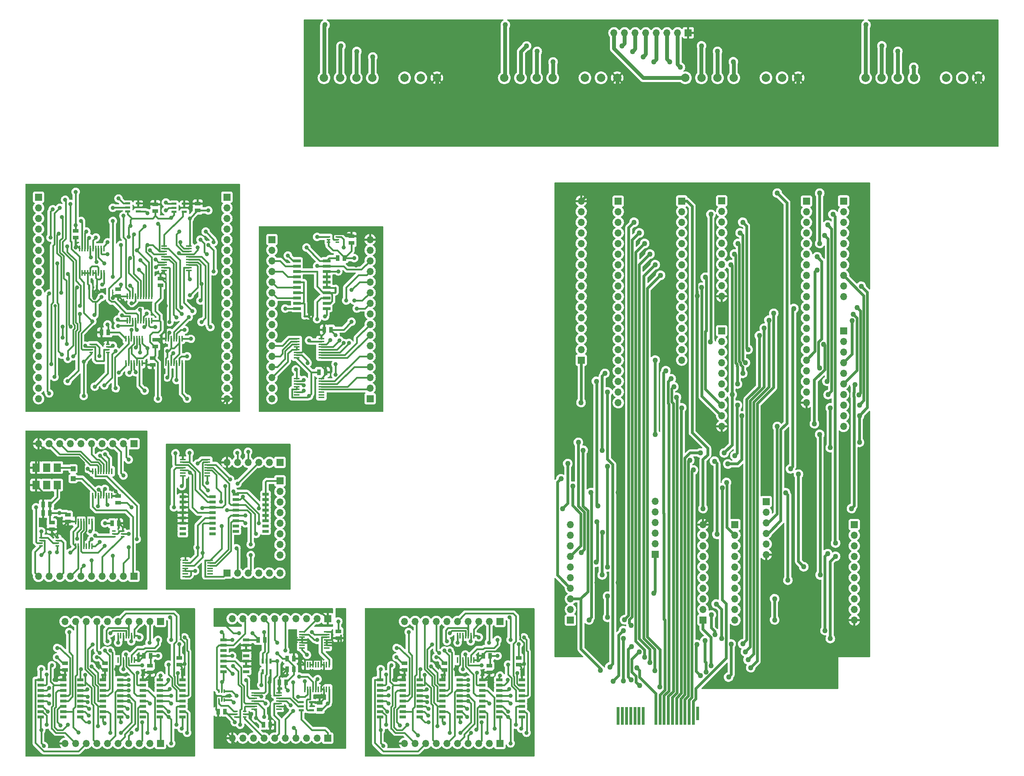
<source format=gbr>
%TF.GenerationSoftware,KiCad,Pcbnew,(6.0.1)*%
%TF.CreationDate,2022-03-04T09:28:36+02:00*%
%TF.ProjectId,SNES Device,534e4553-2044-4657-9669-63652e6b6963,0.6*%
%TF.SameCoordinates,Original*%
%TF.FileFunction,Copper,L1,Top*%
%TF.FilePolarity,Positive*%
%FSLAX46Y46*%
G04 Gerber Fmt 4.6, Leading zero omitted, Abs format (unit mm)*
G04 Created by KiCad (PCBNEW (6.0.1)) date 2022-03-04 09:28:36*
%MOMM*%
%LPD*%
G01*
G04 APERTURE LIST*
%TA.AperFunction,SMDPad,CuDef*%
%ADD10R,0.960000X1.390000*%
%TD*%
%TA.AperFunction,SMDPad,CuDef*%
%ADD11R,1.475000X0.450000*%
%TD*%
%TA.AperFunction,SMDPad,CuDef*%
%ADD12C,0.500000*%
%TD*%
%TA.AperFunction,ComponentPad*%
%ADD13R,1.700000X1.700000*%
%TD*%
%TA.AperFunction,ComponentPad*%
%ADD14O,1.700000X1.700000*%
%TD*%
%TA.AperFunction,SMDPad,CuDef*%
%ADD15R,1.825000X0.700000*%
%TD*%
%TA.AperFunction,SMDPad,CuDef*%
%ADD16R,1.390000X0.960000*%
%TD*%
%TA.AperFunction,SMDPad,CuDef*%
%ADD17R,0.450000X1.475000*%
%TD*%
%TA.AperFunction,ComponentPad*%
%ADD18C,2.000000*%
%TD*%
%TA.AperFunction,SMDPad,CuDef*%
%ADD19R,0.875000X0.450000*%
%TD*%
%TA.AperFunction,SMDPad,CuDef*%
%ADD20R,1.525000X0.700000*%
%TD*%
%TA.AperFunction,SMDPad,CuDef*%
%ADD21R,1.500000X0.650000*%
%TD*%
%TA.AperFunction,SMDPad,CuDef*%
%ADD22R,1.505000X0.700000*%
%TD*%
%TA.AperFunction,SMDPad,CuDef*%
%ADD23R,0.450000X0.875000*%
%TD*%
%TA.AperFunction,SMDPad,CuDef*%
%ADD24R,1.250000X0.500000*%
%TD*%
%TA.AperFunction,SMDPad,CuDef*%
%ADD25R,0.500000X1.250000*%
%TD*%
%TA.AperFunction,SMDPad,CuDef*%
%ADD26R,1.800000X2.000000*%
%TD*%
%TA.AperFunction,SMDPad,CuDef*%
%ADD27R,1.150000X1.150000*%
%TD*%
%TA.AperFunction,SMDPad,CuDef*%
%ADD28R,0.950000X0.450000*%
%TD*%
%TA.AperFunction,ConnectorPad*%
%ADD29R,0.700000X3.200000*%
%TD*%
%TA.AperFunction,ConnectorPad*%
%ADD30R,0.700000X4.300000*%
%TD*%
%TA.AperFunction,ViaPad*%
%ADD31C,0.800000*%
%TD*%
%TA.AperFunction,ViaPad*%
%ADD32C,1.000000*%
%TD*%
%TA.AperFunction,ViaPad*%
%ADD33C,1.270000*%
%TD*%
%TA.AperFunction,Conductor*%
%ADD34C,0.450000*%
%TD*%
%TA.AperFunction,Conductor*%
%ADD35C,0.635000*%
%TD*%
%TA.AperFunction,Conductor*%
%ADD36C,0.953000*%
%TD*%
G04 APERTURE END LIST*
%TO.C,NT3*%
G36*
X32635000Y-82415000D02*
G01*
X32135000Y-82415000D01*
X32135000Y-81415000D01*
X32635000Y-81415000D01*
X32635000Y-82415000D01*
G37*
%TO.C,NT2*%
G36*
X89785000Y-83050000D02*
G01*
X89285000Y-83050000D01*
X89285000Y-82050000D01*
X89785000Y-82050000D01*
X89785000Y-83050000D01*
G37*
%TO.C,NT4*%
G36*
X30730000Y-82415000D02*
G01*
X30230000Y-82415000D01*
X30230000Y-81415000D01*
X30730000Y-81415000D01*
X30730000Y-82415000D01*
G37*
%TO.C,NT1*%
G36*
X83050000Y-89150000D02*
G01*
X82050000Y-89150000D01*
X82050000Y-88650000D01*
X83050000Y-88650000D01*
X83050000Y-89150000D01*
G37*
%TD*%
D10*
%TO.P,C37,1*%
%TO.N,/SNES Controller Device/Right 3.3V*%
X33480000Y-92710000D03*
%TO.P,C37,2*%
%TO.N,/SNES Controller Device/Right GND*%
X35100000Y-92710000D03*
%TD*%
D11*
%TO.P,IC19,1,REFA*%
%TO.N,/SNES Controller Board/SNES Controller Translation/3.3V*%
X52942000Y-123145000D03*
%TO.P,IC19,2,A1*%
%TO.N,/SNES Controller Board/SNES Controller Translation/Controller A Data*%
X52942000Y-123795000D03*
%TO.P,IC19,3,A2*%
%TO.N,/SNES Controller Board/SNES Controller Translation/Controller B Data*%
X52942000Y-124445000D03*
%TO.P,IC19,4,A3*%
%TO.N,/SNES Controller Board/SNES Controller Translation/Controller C Data*%
X52942000Y-125095000D03*
%TO.P,IC19,5,A4*%
%TO.N,/SNES Controller Board/SNES Controller Translation/Controller D Data*%
X52942000Y-125745000D03*
%TO.P,IC19,6,N.C._1*%
%TO.N,unconnected-(IC19-Pad6)*%
X52942000Y-126395000D03*
%TO.P,IC19,7,GND*%
%TO.N,/SNES Controller Board/SNES Controller Translation/GND*%
X52942000Y-127045000D03*
%TO.P,IC19,8,EN*%
%TO.N,/SNES Controller Board/SNES Controller Translation/5V*%
X58818000Y-127045000D03*
%TO.P,IC19,9,N.C._2*%
%TO.N,unconnected-(IC19-Pad9)*%
X58818000Y-126395000D03*
%TO.P,IC19,10,B4*%
%TO.N,Net-(IC19-Pad10)*%
X58818000Y-125745000D03*
%TO.P,IC19,11,B3*%
%TO.N,Net-(IC19-Pad11)*%
X58818000Y-125095000D03*
%TO.P,IC19,12,B2*%
%TO.N,Net-(IC19-Pad12)*%
X58818000Y-124445000D03*
%TO.P,IC19,13,B1*%
%TO.N,Net-(IC19-Pad13)*%
X58818000Y-123795000D03*
%TO.P,IC19,14,REFB*%
%TO.N,/SNES Controller Board/SNES Controller Translation/5V*%
X58818000Y-123145000D03*
%TD*%
D12*
%TO.P,NT3,1,1*%
%TO.N,/SNES Controller Device/Right 3.3V*%
X32385000Y-82415000D03*
%TO.P,NT3,2,2*%
%TO.N,/SNES Controller Device/SNES Device Selector/Presence5*%
X32385000Y-81415000D03*
%TD*%
D13*
%TO.P,J27,1,Pin_1*%
%TO.N,/SNES Controller Device/Left GND*%
X97790000Y-108585000D03*
D14*
%TO.P,J27,2,Pin_2*%
%TO.N,/SNES Controller Device/Select Out 11*%
X97790000Y-106045000D03*
%TO.P,J27,3,Pin_3*%
%TO.N,/SNES Controller Device/Select Out 10*%
X97790000Y-103505000D03*
%TO.P,J27,4,Pin_4*%
%TO.N,/SNES Controller Device/Select Out 9*%
X97790000Y-100965000D03*
%TO.P,J27,5,Pin_5*%
%TO.N,/SNES Controller Device/Select Out 8*%
X97790000Y-98425000D03*
%TO.P,J27,6,Pin_6*%
%TO.N,/SNES Controller Device/Select Out 7*%
X97790000Y-95885000D03*
%TO.P,J27,7,Pin_7*%
%TO.N,/SNES Controller Device/Select Out 6*%
X97790000Y-93345000D03*
%TO.P,J27,8,Pin_8*%
%TO.N,/SNES Controller Device/Select Out 5*%
X97790000Y-90805000D03*
%TO.P,J27,9,Pin_9*%
%TO.N,/SNES Controller Device/Select Out 4*%
X97790000Y-88265000D03*
%TO.P,J27,10,Pin_10*%
%TO.N,/SNES Controller Device/Select Out 3*%
X97790000Y-85725000D03*
%TO.P,J27,11,Pin_11*%
%TO.N,/SNES Controller Device/Select Out 2*%
X97790000Y-83185000D03*
%TO.P,J27,12,Pin_12*%
%TO.N,/SNES Controller Device/Select Out 1*%
X97790000Y-80645000D03*
%TO.P,J27,13,Pin_13*%
%TO.N,/SNES Controller Device/Select Out 0*%
X97790000Y-78105000D03*
%TO.P,J27,14,Pin_14*%
%TO.N,/SNES Controller Device/~{P=Q} Out*%
X97790000Y-75565000D03*
%TO.P,J27,15,Pin_15*%
%TO.N,/SNES Controller Device/Selected*%
X97790000Y-73025000D03*
%TO.P,J27,16,Pin_16*%
%TO.N,/SNES Controller Device/Left 3.3V*%
X97790000Y-70485000D03*
%TD*%
D15*
%TO.P,IC33,1,~{OE}*%
%TO.N,/SNES Controller Device/Left GND*%
X80258000Y-75565000D03*
%TO.P,IC33,2,P0*%
%TO.N,/SNES Controller Device/Device Selector/DEVICE_IDENTIFIER0*%
X80258000Y-76835000D03*
%TO.P,IC33,3,Q0*%
%TO.N,/SNES Controller Device/Device Selector/HARD_IDENTIFIER0*%
X80258000Y-78105000D03*
%TO.P,IC33,4,P1*%
%TO.N,/SNES Controller Device/Device Selector/DEVICE_IDENTIFIER1*%
X80258000Y-79375000D03*
%TO.P,IC33,5,Q1*%
%TO.N,/SNES Controller Device/Device Selector/HARD_IDENTIFIER1*%
X80258000Y-80645000D03*
%TO.P,IC33,6,P2*%
%TO.N,/SNES Controller Device/Device Selector/DEVICE_IDENTIFIER2*%
X80258000Y-81915000D03*
%TO.P,IC33,7,Q2*%
%TO.N,/SNES Controller Device/Device Selector/HARD_IDENTIFIER1*%
X80258000Y-83185000D03*
%TO.P,IC33,8,P3*%
%TO.N,/SNES Controller Device/Device Selector/DEVICE_IDENTIFIER3*%
X80258000Y-84455000D03*
%TO.P,IC33,9,Q3*%
%TO.N,/SNES Controller Device/Device Selector/HARD_IDENTIFIER1*%
X80258000Y-85725000D03*
%TO.P,IC33,10,GND*%
%TO.N,/SNES Controller Device/Left GND*%
X80258000Y-86995000D03*
%TO.P,IC33,11,P4*%
%TO.N,/SNES Controller Device/Device Selector/DEVICE_IDENTIFIER4*%
X87382000Y-86995000D03*
%TO.P,IC33,12,Q4*%
%TO.N,/SNES Controller Device/Device Selector/HARD_IDENTIFIER0*%
X87382000Y-85725000D03*
%TO.P,IC33,13,P5*%
%TO.N,/SNES Controller Device/Device Selector/DEVICE_IDENTIFIER5*%
X87382000Y-84455000D03*
%TO.P,IC33,14,Q5*%
%TO.N,/SNES Controller Device/Device Selector/HARD_IDENTIFIER0*%
X87382000Y-83185000D03*
%TO.P,IC33,15,P6*%
%TO.N,/SNES Controller Device/Left GND*%
X87382000Y-81915000D03*
%TO.P,IC33,16,Q6*%
X87382000Y-80645000D03*
%TO.P,IC33,17,P7*%
X87382000Y-79375000D03*
%TO.P,IC33,18,Q7*%
X87382000Y-78105000D03*
%TO.P,IC33,19,~{P=Q}*%
%TO.N,/SNES Controller Device/~{P=Q} Out*%
X87382000Y-76835000D03*
%TO.P,IC33,20,VCC*%
%TO.N,/SNES Controller Device/Left 5V*%
X87382000Y-75565000D03*
%TD*%
D10*
%TO.P,C29,1*%
%TO.N,/SNES Controller Device/Left 3.3V*%
X87170000Y-102235000D03*
%TO.P,C29,2*%
%TO.N,/SNES Controller Device/Left GND*%
X85550000Y-102235000D03*
%TD*%
D16*
%TO.P,C18,1*%
%TO.N,/SNES Controller Board/SNES Controller Shift Register1/3.3V*%
X34290000Y-173530000D03*
%TO.P,C18,2*%
%TO.N,/SNES Controller Board/SNES Controller Shift Register1/GND*%
X34290000Y-171910000D03*
%TD*%
D13*
%TO.P,J25,1,Pin_1*%
%TO.N,/SNES Controller Device/Left 5V*%
X74295000Y-70485000D03*
D14*
%TO.P,J25,2,Pin_2*%
%TO.N,unconnected-(J25-Pad2)*%
X74295000Y-73025000D03*
%TO.P,J25,3,Pin_3*%
%TO.N,/SNES Controller Device/Device Selector/DEVICE_IDENTIFIER0*%
X74295000Y-75565000D03*
%TO.P,J25,4,Pin_4*%
%TO.N,/SNES Controller Device/Device Selector/DEVICE_IDENTIFIER1*%
X74295000Y-78105000D03*
%TO.P,J25,5,Pin_5*%
%TO.N,/SNES Controller Device/Device Selector/DEVICE_IDENTIFIER2*%
X74295000Y-80645000D03*
%TO.P,J25,6,Pin_6*%
%TO.N,/SNES Controller Device/Device Selector/DEVICE_IDENTIFIER3*%
X74295000Y-83185000D03*
%TO.P,J25,7,Pin_7*%
%TO.N,/SNES Controller Device/Device Selector/DEVICE_IDENTIFIER4*%
X74295000Y-85725000D03*
%TO.P,J25,8,Pin_8*%
%TO.N,/SNES Controller Device/Device Selector/DEVICE_IDENTIFIER5*%
X74295000Y-88265000D03*
%TO.P,J25,9,Pin_9*%
%TO.N,unconnected-(J25-Pad9)*%
X74295000Y-90805000D03*
%TO.P,J25,10,Pin_10*%
%TO.N,unconnected-(J25-Pad10)*%
X74295000Y-93345000D03*
%TO.P,J25,11,Pin_11*%
%TO.N,/SNES Controller Device/Device Selector/DEVICE_ADDRESS0*%
X74295000Y-95885000D03*
%TO.P,J25,12,Pin_12*%
%TO.N,/SNES Controller Device/Device Selector/DEVICE_ADDRESS1*%
X74295000Y-98425000D03*
%TO.P,J25,13,Pin_13*%
%TO.N,/SNES Controller Device/Device Selector/DEVICE_ADDRESS2*%
X74295000Y-100965000D03*
%TO.P,J25,14,Pin_14*%
%TO.N,/SNES Controller Device/Device Selector/DEVICE_ADDRESS3*%
X74295000Y-103505000D03*
%TO.P,J25,15,Pin_15*%
%TO.N,unconnected-(J25-Pad15)*%
X74295000Y-106045000D03*
%TO.P,J25,16,Pin_16*%
%TO.N,/SNES Controller Device/Left GND*%
X74295000Y-108585000D03*
%TD*%
D13*
%TO.P,J11,1,Pin_1*%
%TO.N,/GND*%
X213726435Y-138753565D03*
D14*
%TO.P,J11,2,Pin_2*%
%TO.N,unconnected-(J11-Pad2)*%
X213726435Y-141293565D03*
%TO.P,J11,3,Pin_3*%
%TO.N,/SNES Controller Board/COUNTER_VALUE9*%
X213726435Y-143833565D03*
%TO.P,J11,4,Pin_4*%
%TO.N,/SNES Controller Board/COUNTER_VALUE8*%
X213726435Y-146373565D03*
%TO.P,J11,5,Pin_5*%
%TO.N,/SNES Controller Board/Controller Clock*%
X213726435Y-148913565D03*
%TO.P,J11,6,Pin_6*%
%TO.N,/SNES Controller Board/Controller Latch*%
X213726435Y-151453565D03*
%TO.P,J11,7,Pin_7*%
%TO.N,/SNES Controller Board/~{Done Shifting}*%
X213726435Y-153993565D03*
%TO.P,J11,8,Pin_8*%
%TO.N,/SNES Controller Board/Pre-Clock*%
X213726435Y-156533565D03*
%TO.P,J11,9,Pin_9*%
%TO.N,unconnected-(J11-Pad9)*%
X213726435Y-159073565D03*
%TO.P,J11,10,Pin_10*%
%TO.N,/3.3V*%
X213726435Y-161613565D03*
%TD*%
D13*
%TO.P,J16,1,Pin_1*%
%TO.N,/SNES Controller Board/COUNTER_VALUE0*%
X145781435Y-161613565D03*
D14*
%TO.P,J16,2,Pin_2*%
%TO.N,/SNES Controller Board/Pre-Clock*%
X145781435Y-159073565D03*
%TO.P,J16,3,Pin_3*%
%TO.N,/SNES Controller Board/~{Reset}*%
X145781435Y-156533565D03*
%TO.P,J16,4,Pin_4*%
%TO.N,/SNES Controller Board/Counter Reset*%
X145781435Y-153993565D03*
%TO.P,J16,5,Pin_5*%
%TO.N,/SNES Controller Board/Controller Latch*%
X145781435Y-151453565D03*
%TO.P,J16,6,Pin_6*%
%TO.N,/SNES Controller Board/COUNTER_VALUE1*%
X145781435Y-148913565D03*
%TO.P,J16,7,Pin_7*%
%TO.N,/SNES Controller Board/Controller Clock*%
X145781435Y-146373565D03*
%TO.P,J16,8,Pin_8*%
%TO.N,/SNES Controller Board/~{Shift Reset}*%
X145781435Y-143833565D03*
%TO.P,J16,9,Pin_9*%
%TO.N,/SNES Controller Board/Shift Clock*%
X145781435Y-141293565D03*
%TO.P,J16,10,Pin_10*%
%TO.N,/GND*%
X145781435Y-138753565D03*
%TD*%
D10*
%TO.P,C23,1*%
%TO.N,/SNES Controller Board/Counter 3.3V*%
X19510000Y-133926000D03*
%TO.P,C23,2*%
%TO.N,/SNES Controller Board/Counter GND*%
X21130000Y-133926000D03*
%TD*%
D17*
%TO.P,IC8,1,~{OE}*%
%TO.N,/SNES Controller Board/Timing GND*%
X82165000Y-178198000D03*
%TO.P,IC8,2,Q0*%
%TO.N,/SNES Controller Board/J5_5*%
X82815000Y-178198000D03*
%TO.P,IC8,3,D0*%
%TO.N,Net-(IC5-Pad4)*%
X83465000Y-178198000D03*
%TO.P,IC8,4,D1*%
%TO.N,Net-(IC7-Pad4)*%
X84115000Y-178198000D03*
%TO.P,IC8,5,Q1*%
%TO.N,Net-(IC3-Pad11)*%
X84765000Y-178198000D03*
%TO.P,IC8,6,Q2*%
%TO.N,unconnected-(IC8-Pad6)*%
X85415000Y-178198000D03*
%TO.P,IC8,7,D2*%
%TO.N,/SNES Controller Board/Timing 3.3V*%
X86065000Y-178198000D03*
%TO.P,IC8,8,D3*%
X86715000Y-178198000D03*
%TO.P,IC8,9,Q3*%
%TO.N,unconnected-(IC8-Pad9)*%
X87365000Y-178198000D03*
%TO.P,IC8,10,GND*%
%TO.N,/SNES Controller Board/Timing GND*%
X88015000Y-178198000D03*
%TO.P,IC8,11,LE*%
%TO.N,/SNES Controller Board/SNES Controller Timing/LE*%
X88015000Y-172322000D03*
%TO.P,IC8,12,Q4*%
%TO.N,unconnected-(IC8-Pad12)*%
X87365000Y-172322000D03*
%TO.P,IC8,13,D4*%
%TO.N,/SNES Controller Board/Timing 3.3V*%
X86715000Y-172322000D03*
%TO.P,IC8,14,D5*%
X86065000Y-172322000D03*
%TO.P,IC8,15,Q5*%
%TO.N,unconnected-(IC8-Pad15)*%
X85415000Y-172322000D03*
%TO.P,IC8,16,Q6*%
%TO.N,unconnected-(IC8-Pad16)*%
X84765000Y-172322000D03*
%TO.P,IC8,17,D6*%
%TO.N,/SNES Controller Board/Timing 3.3V*%
X84115000Y-172322000D03*
%TO.P,IC8,18,D7*%
X83465000Y-172322000D03*
%TO.P,IC8,19,Q7*%
%TO.N,unconnected-(IC8-Pad19)*%
X82815000Y-172322000D03*
%TO.P,IC8,20,VCC*%
%TO.N,/SNES Controller Board/Timing 3.3V*%
X82165000Y-172322000D03*
%TD*%
D11*
%TO.P,IC28,1,~{MR}*%
%TO.N,Net-(IC25-Pad4)*%
X54373000Y-77855000D03*
%TO.P,IC28,2,Q0*%
%TO.N,/SNES Controller Device/SNES Device Selector/Counter Reset*%
X54373000Y-77205000D03*
%TO.P,IC28,3,D0*%
%TO.N,/SNES Controller Device/SNES Device Selector/Data0*%
X54373000Y-76555000D03*
%TO.P,IC28,4,D1*%
%TO.N,/SNES Controller Device/SNES Device Selector/Data1*%
X54373000Y-75905000D03*
%TO.P,IC28,5,Q1*%
%TO.N,Net-(IC28-Pad5)*%
X54373000Y-75255000D03*
%TO.P,IC28,6,Q2*%
%TO.N,Net-(IC28-Pad6)*%
X54373000Y-74605000D03*
%TO.P,IC28,7,D2*%
%TO.N,/SNES Controller Device/SNES Device Selector/Data2*%
X54373000Y-73955000D03*
%TO.P,IC28,8,D3*%
%TO.N,/SNES Controller Device/SNES Device Selector/Data3*%
X54373000Y-73305000D03*
%TO.P,IC28,9,Q3*%
%TO.N,Net-(IC28-Pad9)*%
X54373000Y-72655000D03*
%TO.P,IC28,10,GND*%
%TO.N,/SNES Controller Device/Right GND*%
X54373000Y-72005000D03*
%TO.P,IC28,11,CP*%
%TO.N,Net-(IC27-Pad4)*%
X48497000Y-72005000D03*
%TO.P,IC28,12,Q4*%
%TO.N,Net-(IC28-Pad12)*%
X48497000Y-72655000D03*
%TO.P,IC28,13,D4*%
%TO.N,/SNES Controller Device/SNES Device Selector/Data7*%
X48497000Y-73305000D03*
%TO.P,IC28,14,D5*%
%TO.N,/SNES Controller Device/SNES Device Selector/Data6*%
X48497000Y-73955000D03*
%TO.P,IC28,15,Q5*%
%TO.N,Net-(IC28-Pad15)*%
X48497000Y-74605000D03*
%TO.P,IC28,16,Q6*%
%TO.N,Net-(IC28-Pad16)*%
X48497000Y-75255000D03*
%TO.P,IC28,17,D6*%
%TO.N,/SNES Controller Device/SNES Device Selector/Data5*%
X48497000Y-75905000D03*
%TO.P,IC28,18,D7*%
%TO.N,/SNES Controller Device/SNES Device Selector/Data4*%
X48497000Y-76555000D03*
%TO.P,IC28,19,Q7*%
%TO.N,Net-(IC28-Pad19)*%
X48497000Y-77205000D03*
%TO.P,IC28,20,VCC*%
%TO.N,/SNES Controller Device/Right 3.3V*%
X48497000Y-77855000D03*
%TD*%
D16*
%TO.P,C12,1*%
%TO.N,/SNES Controller Board/SNES Controller Shift Register/3.3V*%
X133350000Y-172260000D03*
%TO.P,C12,2*%
%TO.N,/SNES Controller Board/SNES Controller Shift Register/GND*%
X133350000Y-170640000D03*
%TD*%
D17*
%TO.P,IC16,1,1A*%
%TO.N,/SNES Controller Board/SNES Controller Shift Register1/Controller A ~{OE} Low Byte*%
X41320000Y-165337000D03*
%TO.P,IC16,2,1Y*%
%TO.N,Net-(IC14-Pad12)*%
X40670000Y-165337000D03*
%TO.P,IC16,3,2A*%
%TO.N,/SNES Controller Board/SNES Controller Shift Register1/Controller A ~{OE} High Byte*%
X40020000Y-165337000D03*
%TO.P,IC16,4,2Y*%
%TO.N,Net-(IC16-Pad4)*%
X39370000Y-165337000D03*
%TO.P,IC16,5,3A*%
%TO.N,/SNES Controller Board/SNES Controller Shift Register1/3.3V*%
X38720000Y-165337000D03*
%TO.P,IC16,6,3Y*%
%TO.N,unconnected-(IC16-Pad6)*%
X38070000Y-165337000D03*
%TO.P,IC16,7,GND*%
%TO.N,/SNES Controller Board/SNES Controller Shift Register1/GND*%
X37420000Y-165337000D03*
%TO.P,IC16,8,4Y*%
%TO.N,unconnected-(IC16-Pad8)*%
X37420000Y-171213000D03*
%TO.P,IC16,9,4A*%
%TO.N,/SNES Controller Board/SNES Controller Shift Register1/3.3V*%
X38070000Y-171213000D03*
%TO.P,IC16,10,5Y*%
%TO.N,Net-(IC16-Pad10)*%
X38720000Y-171213000D03*
%TO.P,IC16,11,5A*%
%TO.N,/SNES Controller Board/SNES Controller Shift Register1/Controller B ~{OE} High Byte*%
X39370000Y-171213000D03*
%TO.P,IC16,12,6Y*%
%TO.N,Net-(IC15-Pad12)*%
X40020000Y-171213000D03*
%TO.P,IC16,13,6A*%
%TO.N,/SNES Controller Board/SNES Controller Shift Register1/Controller B ~{OE} Low Byte*%
X40670000Y-171213000D03*
%TO.P,IC16,14,VCC*%
%TO.N,/SNES Controller Board/SNES Controller Shift Register1/3.3V*%
X41320000Y-171213000D03*
%TD*%
D18*
%TO.P,J31,1,Pin_1*%
%TO.N,/SNES Ports/GND*%
X113783000Y-31751000D03*
%TO.P,J31,2,Pin_2*%
%TO.N,unconnected-(J31-Pad2)*%
X109923000Y-31751000D03*
%TO.P,J31,3,Pin_3*%
%TO.N,unconnected-(J31-Pad3)*%
X106063000Y-31751000D03*
%TO.P,J31,4,Pin_4*%
%TO.N,/SNES Ports/Data A*%
X98343000Y-31751000D03*
%TO.P,J31,5,Pin_5*%
%TO.N,/SNES Ports/Latch*%
X94483000Y-31751000D03*
%TO.P,J31,6,Pin_6*%
%TO.N,/SNES Ports/Clock*%
X90623000Y-31751000D03*
%TO.P,J31,7,Pin_7*%
%TO.N,/SNES Ports/5V*%
X86763000Y-31751000D03*
%TD*%
D16*
%TO.P,C20,1*%
%TO.N,/SNES Controller Board/SNES Controller Shift Register1/3.3V*%
X24765000Y-173530000D03*
%TO.P,C20,2*%
%TO.N,/SNES Controller Board/SNES Controller Shift Register1/GND*%
X24765000Y-171910000D03*
%TD*%
D17*
%TO.P,IC23,1,Q11*%
%TO.N,unconnected-(IC23-Pad1)*%
X35930000Y-125967000D03*
%TO.P,IC23,2,Q5*%
%TO.N,/SNES Controller Board/COUNTER_OUT5*%
X35280000Y-125967000D03*
%TO.P,IC23,3,Q4*%
%TO.N,/SNES Controller Board/COUNTER_OUT4*%
X34630000Y-125967000D03*
%TO.P,IC23,4,Q6*%
%TO.N,/SNES Controller Board/COUNTER_OUT6*%
X33980000Y-125967000D03*
%TO.P,IC23,5,Q3*%
%TO.N,/SNES Controller Board/COUNTER_OUT3*%
X33330000Y-125967000D03*
%TO.P,IC23,6,Q2*%
%TO.N,/SNES Controller Board/COUNTER_OUT2*%
X32680000Y-125967000D03*
%TO.P,IC23,7,Q1*%
%TO.N,/SNES Controller Board/COUNTER_OUT1*%
X32030000Y-125967000D03*
%TO.P,IC23,8,GND*%
%TO.N,/SNES Controller Board/Counter GND*%
X31380000Y-125967000D03*
%TO.P,IC23,9,Q0*%
%TO.N,/SNES Controller Board/COUNTER_OUT0*%
X31380000Y-131843000D03*
%TO.P,IC23,10,~{CP}*%
%TO.N,Net-(IC23-Pad10)*%
X32030000Y-131843000D03*
%TO.P,IC23,11,MR*%
%TO.N,/SNES Controller Board/SNES Controller Counter/HCT4040 MR*%
X32680000Y-131843000D03*
%TO.P,IC23,12,Q8*%
%TO.N,/SNES Controller Board/COUNTER_OUT8*%
X33330000Y-131843000D03*
%TO.P,IC23,13,Q7*%
%TO.N,/SNES Controller Board/COUNTER_OUT7*%
X33980000Y-131843000D03*
%TO.P,IC23,14,Q9*%
%TO.N,/SNES Controller Board/COUNTER_OUT9*%
X34630000Y-131843000D03*
%TO.P,IC23,15,Q10*%
%TO.N,unconnected-(IC23-Pad15)*%
X35280000Y-131843000D03*
%TO.P,IC23,16,VCC*%
%TO.N,/SNES Controller Board/Counter 3.3V*%
X35930000Y-131843000D03*
%TD*%
D19*
%TO.P,IC24,1,1A*%
%TO.N,/SNES Controller Board/SNES Controller Counter/Counter Reset*%
X38527000Y-141620000D03*
%TO.P,IC24,2,GND*%
%TO.N,/SNES Controller Board/Counter GND*%
X38527000Y-140970000D03*
%TO.P,IC24,3,2A*%
%TO.N,/SNES Controller Board/Counter 3.3V*%
X38527000Y-140320000D03*
%TO.P,IC24,4,2Y*%
%TO.N,unconnected-(IC24-Pad4)*%
X36403000Y-140320000D03*
%TO.P,IC24,5,VCC*%
%TO.N,/SNES Controller Board/Counter 3.3V*%
X36403000Y-140970000D03*
%TO.P,IC24,6,1Y*%
%TO.N,Net-(IC21-Pad5)*%
X36403000Y-141620000D03*
%TD*%
D16*
%TO.P,C33,1*%
%TO.N,/SNES Controller Device/Right 3.3V*%
X46355000Y-94440000D03*
%TO.P,C33,2*%
%TO.N,/SNES Controller Device/Right GND*%
X46355000Y-96060000D03*
%TD*%
D11*
%TO.P,IC1,1,1A*%
%TO.N,/SNES Controller Board/COUNTER_IN0*%
X81517000Y-164420000D03*
%TO.P,IC1,2,1B*%
%TO.N,/SNES Controller Board/COUNTER_IN1*%
X81517000Y-165070000D03*
%TO.P,IC1,3,2A*%
%TO.N,/SNES Controller Board/Timing 3.3V*%
X81517000Y-165720000D03*
%TO.P,IC1,4,2B*%
X81517000Y-166370000D03*
%TO.P,IC1,5,2C*%
X81517000Y-167020000D03*
%TO.P,IC1,6,2Y*%
%TO.N,unconnected-(IC1-Pad6)*%
X81517000Y-167670000D03*
%TO.P,IC1,7,GND*%
%TO.N,/SNES Controller Board/Timing GND*%
X81517000Y-168320000D03*
%TO.P,IC1,8,3Y*%
%TO.N,unconnected-(IC1-Pad8)*%
X87393000Y-168320000D03*
%TO.P,IC1,9,3A*%
%TO.N,/SNES Controller Board/Timing 3.3V*%
X87393000Y-167670000D03*
%TO.P,IC1,10,3B*%
X87393000Y-167020000D03*
%TO.P,IC1,11,3C*%
X87393000Y-166370000D03*
%TO.P,IC1,12,1Y*%
%TO.N,/SNES Controller Board/SNES Controller Timing/LE*%
X87393000Y-165720000D03*
%TO.P,IC1,13,1C*%
%TO.N,/SNES Controller Board/COUNTER_IN2*%
X87393000Y-165070000D03*
%TO.P,IC1,14,VCC*%
%TO.N,/SNES Controller Board/Timing 3.3V*%
X87393000Y-164420000D03*
%TD*%
D20*
%TO.P,IC14,1,Q1*%
%TO.N,/SNES Controller Board/SNES Controller Shift Register1/SHIFT_OUT1*%
X28403000Y-175895000D03*
%TO.P,IC14,2,Q2*%
%TO.N,/SNES Controller Board/SNES Controller Shift Register1/SHIFT_OUT2*%
X28403000Y-177165000D03*
%TO.P,IC14,3,Q3*%
%TO.N,/SNES Controller Board/SNES Controller Shift Register1/SHIFT_OUT3*%
X28403000Y-178435000D03*
%TO.P,IC14,4,Q4*%
%TO.N,/SNES Controller Board/SNES Controller Shift Register1/SHIFT_OUT4*%
X28403000Y-179705000D03*
%TO.P,IC14,5,Q5*%
%TO.N,/SNES Controller Board/SNES Controller Shift Register1/SHIFT_OUT5*%
X28403000Y-180975000D03*
%TO.P,IC14,6,Q6*%
%TO.N,/SNES Controller Board/SNES Controller Shift Register1/SHIFT_OUT6*%
X28403000Y-182245000D03*
%TO.P,IC14,7,Q7*%
%TO.N,/SNES Controller Board/SNES Controller Shift Register1/SHIFT_OUT7*%
X28403000Y-183515000D03*
%TO.P,IC14,8,GND*%
%TO.N,/SNES Controller Board/SNES Controller Shift Register1/GND*%
X28403000Y-184785000D03*
%TO.P,IC14,9,Q7S*%
%TO.N,Net-(IC14-Pad9)*%
X33827000Y-184785000D03*
%TO.P,IC14,10,~{MR}*%
%TO.N,/SNES Controller Board/SNES Controller Shift Register1/~{Shift Reset}*%
X33827000Y-183515000D03*
%TO.P,IC14,11,SHCP*%
%TO.N,/SNES Controller Board/SNES Controller Shift Register1/Shift Clock*%
X33827000Y-182245000D03*
%TO.P,IC14,12,STCP*%
%TO.N,Net-(IC14-Pad12)*%
X33827000Y-180975000D03*
%TO.P,IC14,13,~{OE}*%
%TO.N,/SNES Controller Board/SNES Controller Shift Register1/Controller A ~{OE} Low Byte*%
X33827000Y-179705000D03*
%TO.P,IC14,14,DS*%
%TO.N,/SNES Controller Board/SNES Controller Shift Register1/Controller A Data*%
X33827000Y-178435000D03*
%TO.P,IC14,15,Q0*%
%TO.N,/SNES Controller Board/SNES Controller Shift Register1/SHIFT_OUT0*%
X33827000Y-177165000D03*
%TO.P,IC14,16,VCC*%
%TO.N,/SNES Controller Board/SNES Controller Shift Register1/3.3V*%
X33827000Y-175895000D03*
%TD*%
D17*
%TO.P,IC29,1,1A*%
%TO.N,/SNES Controller Device/SNES Device Selector/Write + ~{Device}*%
X43225000Y-94217000D03*
%TO.P,IC29,2,1B*%
%TO.N,/SNES Controller Device/Select In 4*%
X42575000Y-94217000D03*
%TO.P,IC29,3,1Y*%
%TO.N,/SNES Controller Device/SNES Device Selector/Controller A ~{OE} High Byte*%
X41925000Y-94217000D03*
%TO.P,IC29,4,2A*%
%TO.N,/SNES Controller Device/SNES Device Selector/Write + ~{Device}*%
X41275000Y-94217000D03*
%TO.P,IC29,5,2B*%
%TO.N,/SNES Controller Device/Select In 5*%
X40625000Y-94217000D03*
%TO.P,IC29,6,2Y*%
%TO.N,/SNES Controller Device/SNES Device Selector/Controller A ~{OE} Low Byte*%
X39975000Y-94217000D03*
%TO.P,IC29,7,GND*%
%TO.N,/SNES Controller Device/Right GND*%
X39325000Y-94217000D03*
%TO.P,IC29,8,3Y*%
%TO.N,/SNES Controller Device/SNES Device Selector/Controller B ~{OE} Low Byte*%
X39325000Y-100093000D03*
%TO.P,IC29,9,3A*%
%TO.N,/SNES Controller Device/SNES Device Selector/Write + ~{Device}*%
X39975000Y-100093000D03*
%TO.P,IC29,10,3B*%
%TO.N,/SNES Controller Device/Select In 6*%
X40625000Y-100093000D03*
%TO.P,IC29,11,4Y*%
%TO.N,/SNES Controller Device/SNES Device Selector/Controller B ~{OE} High Byte*%
X41275000Y-100093000D03*
%TO.P,IC29,12,4A*%
%TO.N,/SNES Controller Device/SNES Device Selector/Write + ~{Device}*%
X41925000Y-100093000D03*
%TO.P,IC29,13,4B*%
%TO.N,/SNES Controller Device/Select In 7*%
X42575000Y-100093000D03*
%TO.P,IC29,14,VCC*%
%TO.N,/SNES Controller Device/Right 3.3V*%
X43225000Y-100093000D03*
%TD*%
D18*
%TO.P,J35,1,Pin_1*%
%TO.N,/SNES Ports/GND*%
X243450000Y-31751000D03*
%TO.P,J35,2,Pin_2*%
%TO.N,unconnected-(J35-Pad2)*%
X239590000Y-31751000D03*
%TO.P,J35,3,Pin_3*%
%TO.N,unconnected-(J35-Pad3)*%
X235730000Y-31751000D03*
%TO.P,J35,4,Pin_4*%
%TO.N,/SNES Ports/Data D*%
X228010000Y-31751000D03*
%TO.P,J35,5,Pin_5*%
%TO.N,/SNES Ports/Latch*%
X224150000Y-31751000D03*
%TO.P,J35,6,Pin_6*%
%TO.N,/SNES Ports/Clock*%
X220290000Y-31751000D03*
%TO.P,J35,7,Pin_7*%
%TO.N,/SNES Ports/5V*%
X216430000Y-31751000D03*
%TD*%
D21*
%TO.P,IC2,1,1A*%
%TO.N,/SNES Controller Board/COUNTER_IN6*%
X62705000Y-166370000D03*
%TO.P,IC2,2,1B*%
%TO.N,/SNES Controller Board/COUNTER_IN7*%
X62705000Y-167640000D03*
%TO.P,IC2,3,NC_1*%
%TO.N,unconnected-(IC2-Pad3)*%
X62705000Y-168910000D03*
%TO.P,IC2,4,1C*%
%TO.N,/SNES Controller Board/COUNTER_IN8*%
X62705000Y-170180000D03*
%TO.P,IC2,5,1D*%
%TO.N,/SNES Controller Board/COUNTER_IN9*%
X62705000Y-171450000D03*
%TO.P,IC2,6,1Y*%
%TO.N,Net-(IC2-Pad6)*%
X62705000Y-172720000D03*
%TO.P,IC2,7,GND*%
%TO.N,/SNES Controller Board/Timing GND*%
X62705000Y-173990000D03*
%TO.P,IC2,8,2Y*%
%TO.N,unconnected-(IC2-Pad8)*%
X68105000Y-173990000D03*
%TO.P,IC2,9,2A*%
%TO.N,/SNES Controller Board/Timing 3.3V*%
X68105000Y-172720000D03*
%TO.P,IC2,10,2B*%
X68105000Y-171450000D03*
%TO.P,IC2,11,NC_2*%
%TO.N,unconnected-(IC2-Pad11)*%
X68105000Y-170180000D03*
%TO.P,IC2,12,2C*%
%TO.N,/SNES Controller Board/Timing 3.3V*%
X68105000Y-168910000D03*
%TO.P,IC2,13,2D*%
X68105000Y-167640000D03*
%TO.P,IC2,14,VCC*%
%TO.N,/SNES Controller Board/Timing 5V*%
X68105000Y-166370000D03*
%TD*%
D16*
%TO.P,C11,1*%
%TO.N,/SNES Controller Board/SNES Controller Shift Register/3.3V*%
X126365000Y-174165000D03*
%TO.P,C11,2*%
%TO.N,/SNES Controller Board/SNES Controller Shift Register/GND*%
X126365000Y-172545000D03*
%TD*%
D22*
%TO.P,RN1,1,R1_1*%
%TO.N,/SNES Controller Board/SNES Controller Translation/3.3V*%
X52967000Y-132080000D03*
%TO.P,RN1,2,R2_1*%
X52967000Y-133350000D03*
%TO.P,RN1,3,R3_1*%
X52967000Y-134620000D03*
%TO.P,RN1,4,R4_1*%
X52967000Y-135890000D03*
%TO.P,RN1,5,R5_1*%
X52967000Y-137160000D03*
%TO.P,RN1,6,R6_1*%
X52967000Y-138430000D03*
%TO.P,RN1,7,R7_1*%
%TO.N,unconnected-(RN1-Pad7)*%
X52967000Y-139700000D03*
%TO.P,RN1,8,R8_1*%
%TO.N,unconnected-(RN1-Pad8)*%
X52967000Y-140970000D03*
%TO.P,RN1,9,R8_2*%
%TO.N,unconnected-(RN1-Pad9)*%
X60063000Y-140970000D03*
%TO.P,RN1,10,R7_2*%
%TO.N,unconnected-(RN1-Pad10)*%
X60063000Y-139700000D03*
%TO.P,RN1,11,R6_2*%
%TO.N,/SNES Controller Board/SNES Controller Translation/Controller Clock*%
X60063000Y-138430000D03*
%TO.P,RN1,12,R5_2*%
%TO.N,/SNES Controller Board/SNES Controller Translation/Controller Latch*%
X60063000Y-137160000D03*
%TO.P,RN1,13,R4_2*%
%TO.N,/SNES Controller Board/SNES Controller Translation/Controller D Data*%
X60063000Y-135890000D03*
%TO.P,RN1,14,R3_2*%
%TO.N,/SNES Controller Board/SNES Controller Translation/Controller C Data*%
X60063000Y-134620000D03*
%TO.P,RN1,15,R2_2*%
%TO.N,/SNES Controller Board/SNES Controller Translation/Controller B Data*%
X60063000Y-133350000D03*
%TO.P,RN1,16,R1_2*%
%TO.N,/SNES Controller Board/SNES Controller Translation/Controller A Data*%
X60063000Y-132080000D03*
%TD*%
D10*
%TO.P,C3,1*%
%TO.N,/SNES Controller Board/Timing 3.3V*%
X79550000Y-170815000D03*
%TO.P,C3,2*%
%TO.N,/SNES Controller Board/Timing GND*%
X77930000Y-170815000D03*
%TD*%
D23*
%TO.P,IC4,1,A*%
%TO.N,Net-(IC3-Pad2)*%
X62880000Y-178643000D03*
%TO.P,IC4,2,GND*%
%TO.N,/SNES Controller Board/Timing GND*%
X62230000Y-178643000D03*
%TO.P,IC4,3,B*%
%TO.N,/SNES Controller Board/COUNTER_IN7*%
X61580000Y-178643000D03*
%TO.P,IC4,4,Y*%
%TO.N,Net-(IC4-Pad4)*%
X61580000Y-180767000D03*
%TO.P,IC4,5,VCC*%
%TO.N,/SNES Controller Board/Timing 3.3V*%
X62230000Y-180767000D03*
%TO.P,IC4,6,C*%
%TO.N,Net-(IC3-Pad4)*%
X62880000Y-180767000D03*
%TD*%
D13*
%TO.P,J15,1,Pin_1*%
%TO.N,/SNES Controller Board/SNES Controller Translation/5V*%
X76200000Y-128285000D03*
D14*
%TO.P,J15,2,Pin_2*%
%TO.N,Net-(IC20-Pad12)*%
X76200000Y-130825000D03*
%TO.P,J15,3,Pin_3*%
%TO.N,Net-(IC20-Pad13)*%
X76200000Y-133365000D03*
%TO.P,J15,4,Pin_4*%
%TO.N,Net-(IC19-Pad13)*%
X76200000Y-135905000D03*
%TO.P,J15,5,Pin_5*%
%TO.N,Net-(IC19-Pad12)*%
X76200000Y-138445000D03*
%TO.P,J15,6,Pin_6*%
%TO.N,Net-(IC19-Pad11)*%
X76200000Y-140985000D03*
%TO.P,J15,7,Pin_7*%
%TO.N,Net-(IC19-Pad10)*%
X76200000Y-143525000D03*
%TO.P,J15,8,Pin_8*%
%TO.N,/SNES Controller Board/SNES Controller Translation/GND*%
X76200000Y-146065000D03*
%TD*%
D13*
%TO.P,J22,1,Pin_1*%
%TO.N,/SNES Controller Board/SNES Controller Translation/GND*%
X76200000Y-123825000D03*
D14*
%TO.P,J22,2,Pin_2*%
%TO.N,/SNES Controller Board/SNES Controller Translation/Controller D Data*%
X73660000Y-123825000D03*
%TO.P,J22,3,Pin_3*%
%TO.N,/SNES Controller Board/SNES Controller Translation/Controller C Data*%
X71120000Y-123825000D03*
%TO.P,J22,4,Pin_4*%
%TO.N,/SNES Controller Board/SNES Controller Translation/Controller B Data*%
X68580000Y-123825000D03*
%TO.P,J22,5,Pin_5*%
%TO.N,/SNES Controller Board/SNES Controller Translation/Controller A Data*%
X66040000Y-123825000D03*
%TO.P,J22,6,Pin_6*%
%TO.N,/SNES Controller Board/SNES Controller Translation/3.3V*%
X63500000Y-123825000D03*
%TD*%
D24*
%TO.P,IC27,1,B*%
%TO.N,/SNES Controller Device/SNES Device Selector/Read + ~{Device}*%
X50820000Y-61915000D03*
%TO.P,IC27,2,A*%
%TO.N,/SNES Controller Device/Select In 2*%
X50820000Y-62865000D03*
%TO.P,IC27,3,GND*%
%TO.N,/SNES Controller Device/Right GND*%
X50820000Y-63815000D03*
%TO.P,IC27,4,Y*%
%TO.N,Net-(IC27-Pad4)*%
X53320000Y-63815000D03*
%TO.P,IC27,5,VCC*%
%TO.N,/SNES Controller Device/Right 3.3V*%
X53320000Y-61915000D03*
%TD*%
D16*
%TO.P,C22,1*%
%TO.N,/SNES Controller Board/Counter 3.3V*%
X37465000Y-131905000D03*
%TO.P,C22,2*%
%TO.N,/SNES Controller Board/Counter GND*%
X37465000Y-133525000D03*
%TD*%
D20*
%TO.P,IC9,1,Q1*%
%TO.N,/SNES Controller Board/SNES Controller Shift Register/SHIFT_OUT1*%
X109683000Y-175895000D03*
%TO.P,IC9,2,Q2*%
%TO.N,/SNES Controller Board/SNES Controller Shift Register/SHIFT_OUT2*%
X109683000Y-177165000D03*
%TO.P,IC9,3,Q3*%
%TO.N,/SNES Controller Board/SNES Controller Shift Register/SHIFT_OUT3*%
X109683000Y-178435000D03*
%TO.P,IC9,4,Q4*%
%TO.N,/SNES Controller Board/SNES Controller Shift Register/SHIFT_OUT4*%
X109683000Y-179705000D03*
%TO.P,IC9,5,Q5*%
%TO.N,/SNES Controller Board/SNES Controller Shift Register/SHIFT_OUT5*%
X109683000Y-180975000D03*
%TO.P,IC9,6,Q6*%
%TO.N,/SNES Controller Board/SNES Controller Shift Register/SHIFT_OUT6*%
X109683000Y-182245000D03*
%TO.P,IC9,7,Q7*%
%TO.N,/SNES Controller Board/SNES Controller Shift Register/SHIFT_OUT7*%
X109683000Y-183515000D03*
%TO.P,IC9,8,GND*%
%TO.N,/SNES Controller Board/SNES Controller Shift Register/GND*%
X109683000Y-184785000D03*
%TO.P,IC9,9,Q7S*%
%TO.N,Net-(IC12-Pad14)*%
X115107000Y-184785000D03*
%TO.P,IC9,10,~{MR}*%
%TO.N,/SNES Controller Board/SNES Controller Shift Register/~{Shift Reset}*%
X115107000Y-183515000D03*
%TO.P,IC9,11,SHCP*%
%TO.N,/SNES Controller Board/SNES Controller Shift Register/Shift Clock*%
X115107000Y-182245000D03*
%TO.P,IC9,12,STCP*%
%TO.N,Net-(IC11-Pad2)*%
X115107000Y-180975000D03*
%TO.P,IC9,13,~{OE}*%
%TO.N,/SNES Controller Board/SNES Controller Shift Register/Controller A ~{OE} Low Byte*%
X115107000Y-179705000D03*
%TO.P,IC9,14,DS*%
%TO.N,/SNES Controller Board/SNES Controller Shift Register/Controller A Data*%
X115107000Y-178435000D03*
%TO.P,IC9,15,Q0*%
%TO.N,/SNES Controller Board/SNES Controller Shift Register/SHIFT_OUT0*%
X115107000Y-177165000D03*
%TO.P,IC9,16,VCC*%
%TO.N,/SNES Controller Board/SNES Controller Shift Register/3.3V*%
X115107000Y-175895000D03*
%TD*%
D11*
%TO.P,IC34,1,A0*%
%TO.N,/SNES Controller Device/Device Selector/DEVICE_ADDRESS0*%
X80247000Y-94245000D03*
%TO.P,IC34,2,A1*%
%TO.N,/SNES Controller Device/Device Selector/DEVICE_ADDRESS1*%
X80247000Y-94895000D03*
%TO.P,IC34,3,A2*%
%TO.N,/SNES Controller Device/Device Selector/DEVICE_ADDRESS2*%
X80247000Y-95545000D03*
%TO.P,IC34,4,~{E1}*%
%TO.N,/SNES Controller Device/Device Selector/DEVICE_ADDRESS3*%
X80247000Y-96195000D03*
%TO.P,IC34,5,~{E2}*%
X80247000Y-96845000D03*
%TO.P,IC34,6,E3*%
%TO.N,/SNES Controller Device/Left 3.3V*%
X80247000Y-97495000D03*
%TO.P,IC34,7,~{Y7}*%
%TO.N,/SNES Controller Device/Select Out 7*%
X80247000Y-98145000D03*
%TO.P,IC34,8,GND*%
%TO.N,/SNES Controller Device/Left GND*%
X80247000Y-98795000D03*
%TO.P,IC34,9,~{Y6}*%
%TO.N,/SNES Controller Device/Select Out 6*%
X86123000Y-98795000D03*
%TO.P,IC34,10,~{Y5}*%
%TO.N,/SNES Controller Device/Select Out 5*%
X86123000Y-98145000D03*
%TO.P,IC34,11,~{Y4}*%
%TO.N,/SNES Controller Device/Select Out 4*%
X86123000Y-97495000D03*
%TO.P,IC34,12,~{Y3}*%
%TO.N,/SNES Controller Device/Select Out 3*%
X86123000Y-96845000D03*
%TO.P,IC34,13,~{Y2}*%
%TO.N,/SNES Controller Device/Select Out 2*%
X86123000Y-96195000D03*
%TO.P,IC34,14,~{Y1}*%
%TO.N,/SNES Controller Device/Select Out 1*%
X86123000Y-95545000D03*
%TO.P,IC34,15,~{Y0}*%
%TO.N,/SNES Controller Device/Select Out 0*%
X86123000Y-94895000D03*
%TO.P,IC34,16,VCC*%
%TO.N,/SNES Controller Device/Left 3.3V*%
X86123000Y-94245000D03*
%TD*%
D20*
%TO.P,IC17,1,Q1*%
%TO.N,/SNES Controller Board/SNES Controller Shift Register1/SHIFT_OUT1*%
X18878000Y-175895000D03*
%TO.P,IC17,2,Q2*%
%TO.N,/SNES Controller Board/SNES Controller Shift Register1/SHIFT_OUT2*%
X18878000Y-177165000D03*
%TO.P,IC17,3,Q3*%
%TO.N,/SNES Controller Board/SNES Controller Shift Register1/SHIFT_OUT3*%
X18878000Y-178435000D03*
%TO.P,IC17,4,Q4*%
%TO.N,/SNES Controller Board/SNES Controller Shift Register1/SHIFT_OUT4*%
X18878000Y-179705000D03*
%TO.P,IC17,5,Q5*%
%TO.N,/SNES Controller Board/SNES Controller Shift Register1/SHIFT_OUT5*%
X18878000Y-180975000D03*
%TO.P,IC17,6,Q6*%
%TO.N,/SNES Controller Board/SNES Controller Shift Register1/SHIFT_OUT6*%
X18878000Y-182245000D03*
%TO.P,IC17,7,Q7*%
%TO.N,/SNES Controller Board/SNES Controller Shift Register1/SHIFT_OUT7*%
X18878000Y-183515000D03*
%TO.P,IC17,8,GND*%
%TO.N,/SNES Controller Board/SNES Controller Shift Register1/GND*%
X18878000Y-184785000D03*
%TO.P,IC17,9,Q7S*%
%TO.N,unconnected-(IC17-Pad9)*%
X24302000Y-184785000D03*
%TO.P,IC17,10,~{MR}*%
%TO.N,/SNES Controller Board/SNES Controller Shift Register1/~{Shift Reset}*%
X24302000Y-183515000D03*
%TO.P,IC17,11,SHCP*%
%TO.N,/SNES Controller Board/SNES Controller Shift Register1/Shift Clock*%
X24302000Y-182245000D03*
%TO.P,IC17,12,STCP*%
%TO.N,Net-(IC16-Pad4)*%
X24302000Y-180975000D03*
%TO.P,IC17,13,~{OE}*%
%TO.N,/SNES Controller Board/SNES Controller Shift Register1/Controller A ~{OE} High Byte*%
X24302000Y-179705000D03*
%TO.P,IC17,14,DS*%
%TO.N,Net-(IC14-Pad9)*%
X24302000Y-178435000D03*
%TO.P,IC17,15,Q0*%
%TO.N,/SNES Controller Board/SNES Controller Shift Register1/SHIFT_OUT0*%
X24302000Y-177165000D03*
%TO.P,IC17,16,VCC*%
%TO.N,/SNES Controller Board/SNES Controller Shift Register1/3.3V*%
X24302000Y-175895000D03*
%TD*%
D12*
%TO.P,NT2,1,1*%
%TO.N,/SNES Controller Device/Left GND*%
X89535000Y-82050000D03*
%TO.P,NT2,2,2*%
%TO.N,/SNES Controller Device/Device Selector/HARD_IDENTIFIER0*%
X89535000Y-83050000D03*
%TD*%
D13*
%TO.P,J26,1,Pin_1*%
%TO.N,/SNES Controller Device/Right GND*%
X63500000Y-60330000D03*
D14*
%TO.P,J26,2,Pin_2*%
%TO.N,/SNES Controller Device/SNES Device Selector/Data7*%
X63500000Y-62870000D03*
%TO.P,J26,3,Pin_3*%
%TO.N,/SNES Controller Device/SNES Device Selector/Data6*%
X63500000Y-65410000D03*
%TO.P,J26,4,Pin_4*%
%TO.N,/SNES Controller Device/SNES Device Selector/Data5*%
X63500000Y-67950000D03*
%TO.P,J26,5,Pin_5*%
%TO.N,/SNES Controller Device/SNES Device Selector/Data4*%
X63500000Y-70490000D03*
%TO.P,J26,6,Pin_6*%
%TO.N,/SNES Controller Device/SNES Device Selector/Data3*%
X63500000Y-73030000D03*
%TO.P,J26,7,Pin_7*%
%TO.N,/SNES Controller Device/SNES Device Selector/Data2*%
X63500000Y-75570000D03*
%TO.P,J26,8,Pin_8*%
%TO.N,/SNES Controller Device/SNES Device Selector/Data1*%
X63500000Y-78110000D03*
%TO.P,J26,9,Pin_9*%
%TO.N,/SNES Controller Device/SNES Device Selector/Data0*%
X63500000Y-80650000D03*
%TO.P,J26,10,Pin_10*%
%TO.N,unconnected-(J26-Pad10)*%
X63500000Y-83190000D03*
%TO.P,J26,11,Pin_11*%
%TO.N,/SNES Controller Device/SNES Device Selector/Counter Reset*%
X63500000Y-85730000D03*
%TO.P,J26,12,Pin_12*%
%TO.N,/SNES Controller Device/SNES Device Selector/Controller D ~{OE} High Byte*%
X63500000Y-88270000D03*
%TO.P,J26,13,Pin_13*%
%TO.N,/SNES Controller Device/SNES Device Selector/Controller D ~{OE} Low Byte*%
X63500000Y-90810000D03*
%TO.P,J26,14,Pin_14*%
%TO.N,/SNES Controller Device/SNES Device Selector/Controller C ~{OE} High Byte*%
X63500000Y-93350000D03*
%TO.P,J26,15,Pin_15*%
%TO.N,/SNES Controller Device/SNES Device Selector/Controller C ~{OE} Low Byte*%
X63500000Y-95890000D03*
%TO.P,J26,16,Pin_16*%
%TO.N,/SNES Controller Device/SNES Device Selector/Controller B ~{OE} High Byte*%
X63500000Y-98430000D03*
%TO.P,J26,17,Pin_17*%
%TO.N,/SNES Controller Device/SNES Device Selector/Controller B ~{OE} Low Byte*%
X63500000Y-100970000D03*
%TO.P,J26,18,Pin_18*%
%TO.N,/SNES Controller Device/SNES Device Selector/Controller A ~{OE} High Byte*%
X63500000Y-103510000D03*
%TO.P,J26,19,Pin_19*%
%TO.N,/SNES Controller Device/SNES Device Selector/Controller A ~{OE} Low Byte*%
X63500000Y-106050000D03*
%TO.P,J26,20,Pin_20*%
%TO.N,/SNES Controller Device/Right 3.3V*%
X63500000Y-108590000D03*
%TD*%
D16*
%TO.P,C32,1*%
%TO.N,/SNES Controller Device/Right 3.3V*%
X47625000Y-79835000D03*
%TO.P,C32,2*%
%TO.N,/SNES Controller Device/Right GND*%
X47625000Y-81455000D03*
%TD*%
D13*
%TO.P,J29,1,Pin_1*%
%TO.N,unconnected-(J29-Pad1)*%
X18415000Y-60330000D03*
D14*
%TO.P,J29,2,Pin_2*%
%TO.N,/SNES Controller Device/~{P=Q} In*%
X18415000Y-62870000D03*
%TO.P,J29,3,Pin_3*%
%TO.N,/SNES Controller Device/Select In 0*%
X18415000Y-65410000D03*
%TO.P,J29,4,Pin_4*%
%TO.N,/SNES Controller Device/Select In 1*%
X18415000Y-67950000D03*
%TO.P,J29,5,Pin_5*%
%TO.N,/SNES Controller Device/Select In 2*%
X18415000Y-70490000D03*
%TO.P,J29,6,Pin_6*%
%TO.N,/SNES Controller Device/Select In 3*%
X18415000Y-73030000D03*
%TO.P,J29,7,Pin_7*%
%TO.N,/SNES Controller Device/Select In 4*%
X18415000Y-75570000D03*
%TO.P,J29,8,Pin_8*%
%TO.N,/SNES Controller Device/Select In 5*%
X18415000Y-78110000D03*
%TO.P,J29,9,Pin_9*%
%TO.N,/SNES Controller Device/Select In 6*%
X18415000Y-80650000D03*
%TO.P,J29,10,Pin_10*%
%TO.N,/SNES Controller Device/Select In 7*%
X18415000Y-83190000D03*
%TO.P,J29,11,Pin_11*%
%TO.N,/SNES Controller Device/Select In 8*%
X18415000Y-85730000D03*
%TO.P,J29,12,Pin_12*%
%TO.N,/SNES Controller Device/Select In 9*%
X18415000Y-88270000D03*
%TO.P,J29,13,Pin_13*%
%TO.N,/SNES Controller Device/Select In 10*%
X18415000Y-90810000D03*
%TO.P,J29,14,Pin_14*%
%TO.N,/SNES Controller Device/Select In 11*%
X18415000Y-93350000D03*
%TO.P,J29,15,Pin_15*%
%TO.N,unconnected-(J29-Pad15)*%
X18415000Y-95890000D03*
%TO.P,J29,16,Pin_16*%
%TO.N,/SNES Controller Device/~{Latch Reset}*%
X18415000Y-98430000D03*
%TO.P,J29,17,Pin_17*%
%TO.N,/SNES Controller Device/~{Reset}*%
X18415000Y-100970000D03*
%TO.P,J29,18,Pin_18*%
%TO.N,/SNES Controller Device/Channel RWB*%
X18415000Y-103510000D03*
%TO.P,J29,19,Pin_19*%
%TO.N,/SNES Controller Device/Channel ~{RWB}*%
X18415000Y-106050000D03*
%TO.P,J29,20,Pin_20*%
%TO.N,/SNES Controller Device/Right GND*%
X18415000Y-108590000D03*
%TD*%
D13*
%TO.P,J8,1,Pin_1*%
%TO.N,unconnected-(J8-Pad1)*%
X128900000Y-161925000D03*
D14*
%TO.P,J8,2,Pin_2*%
%TO.N,/SNES Controller Board/SNES Controller Shift Register/Controller A Data*%
X126360000Y-161925000D03*
%TO.P,J8,3,Pin_3*%
%TO.N,/SNES Controller Board/SNES Controller Shift Register/Controller A ~{OE} Low Byte*%
X123820000Y-161925000D03*
%TO.P,J8,4,Pin_4*%
%TO.N,/SNES Controller Board/SNES Controller Shift Register/Controller A ~{OE} High Byte*%
X121280000Y-161925000D03*
%TO.P,J8,5,Pin_5*%
%TO.N,/SNES Controller Board/SNES Controller Shift Register/Controller B Data*%
X118740000Y-161925000D03*
%TO.P,J8,6,Pin_6*%
%TO.N,/SNES Controller Board/SNES Controller Shift Register/Controller B ~{OE} Low Byte*%
X116200000Y-161925000D03*
%TO.P,J8,7,Pin_7*%
%TO.N,/SNES Controller Board/SNES Controller Shift Register/Controller B ~{OE} High Byte*%
X113660000Y-161925000D03*
%TO.P,J8,8,Pin_8*%
%TO.N,/SNES Controller Board/SNES Controller Shift Register/Shift Clock*%
X111120000Y-161925000D03*
%TO.P,J8,9,Pin_9*%
%TO.N,/SNES Controller Board/SNES Controller Shift Register/~{Shift Reset}*%
X108580000Y-161925000D03*
%TO.P,J8,10,Pin_10*%
%TO.N,/SNES Controller Board/SNES Controller Shift Register/GND*%
X106040000Y-161925000D03*
%TD*%
D24*
%TO.P,IC5,1,B*%
%TO.N,/SNES Controller Board/COUNTER_IN4*%
X81300000Y-181295000D03*
%TO.P,IC5,2,A*%
%TO.N,Net-(IC3-Pad12)*%
X81300000Y-182245000D03*
%TO.P,IC5,3,GND*%
%TO.N,/SNES Controller Board/Timing GND*%
X81300000Y-183195000D03*
%TO.P,IC5,4,Y*%
%TO.N,Net-(IC5-Pad4)*%
X83800000Y-183195000D03*
%TO.P,IC5,5,VCC*%
%TO.N,/SNES Controller Board/Timing 3.3V*%
X83800000Y-181295000D03*
%TD*%
D16*
%TO.P,C15,1*%
%TO.N,/SNES Controller Board/SNES Controller Shift Register/3.3V*%
X106045000Y-173530000D03*
%TO.P,C15,2*%
%TO.N,/SNES Controller Board/SNES Controller Shift Register/GND*%
X106045000Y-171910000D03*
%TD*%
%TO.P,C16,1*%
%TO.N,/SNES Controller Board/SNES Controller Shift Register1/3.3V*%
X45085000Y-174165000D03*
%TO.P,C16,2*%
%TO.N,/SNES Controller Board/SNES Controller Shift Register1/GND*%
X45085000Y-172545000D03*
%TD*%
D25*
%TO.P,IC7,1,B*%
%TO.N,Net-(IC2-Pad6)*%
X73975000Y-171470000D03*
%TO.P,IC7,2,A*%
%TO.N,/SNES Controller Board/COUNTER_IN5*%
X73025000Y-171470000D03*
%TO.P,IC7,3,GND*%
%TO.N,/SNES Controller Board/Timing GND*%
X72075000Y-171470000D03*
%TO.P,IC7,4,Y*%
%TO.N,Net-(IC7-Pad4)*%
X72075000Y-173970000D03*
%TO.P,IC7,5,VCC*%
%TO.N,/SNES Controller Board/Timing 3.3V*%
X73975000Y-173970000D03*
%TD*%
D20*
%TO.P,IC15,1,Q1*%
%TO.N,/SNES Controller Board/SNES Controller Shift Register1/SHIFT_OUT1*%
X47453000Y-175895000D03*
%TO.P,IC15,2,Q2*%
%TO.N,/SNES Controller Board/SNES Controller Shift Register1/SHIFT_OUT2*%
X47453000Y-177165000D03*
%TO.P,IC15,3,Q3*%
%TO.N,/SNES Controller Board/SNES Controller Shift Register1/SHIFT_OUT3*%
X47453000Y-178435000D03*
%TO.P,IC15,4,Q4*%
%TO.N,/SNES Controller Board/SNES Controller Shift Register1/SHIFT_OUT4*%
X47453000Y-179705000D03*
%TO.P,IC15,5,Q5*%
%TO.N,/SNES Controller Board/SNES Controller Shift Register1/SHIFT_OUT5*%
X47453000Y-180975000D03*
%TO.P,IC15,6,Q6*%
%TO.N,/SNES Controller Board/SNES Controller Shift Register1/SHIFT_OUT6*%
X47453000Y-182245000D03*
%TO.P,IC15,7,Q7*%
%TO.N,/SNES Controller Board/SNES Controller Shift Register1/SHIFT_OUT7*%
X47453000Y-183515000D03*
%TO.P,IC15,8,GND*%
%TO.N,/SNES Controller Board/SNES Controller Shift Register1/GND*%
X47453000Y-184785000D03*
%TO.P,IC15,9,Q7S*%
%TO.N,Net-(IC15-Pad9)*%
X52877000Y-184785000D03*
%TO.P,IC15,10,~{MR}*%
%TO.N,/SNES Controller Board/SNES Controller Shift Register1/~{Shift Reset}*%
X52877000Y-183515000D03*
%TO.P,IC15,11,SHCP*%
%TO.N,/SNES Controller Board/SNES Controller Shift Register1/Shift Clock*%
X52877000Y-182245000D03*
%TO.P,IC15,12,STCP*%
%TO.N,Net-(IC15-Pad12)*%
X52877000Y-180975000D03*
%TO.P,IC15,13,~{OE}*%
%TO.N,/SNES Controller Board/SNES Controller Shift Register1/Controller B ~{OE} Low Byte*%
X52877000Y-179705000D03*
%TO.P,IC15,14,DS*%
%TO.N,/SNES Controller Board/SNES Controller Shift Register1/Controller B Data*%
X52877000Y-178435000D03*
%TO.P,IC15,15,Q0*%
%TO.N,/SNES Controller Board/SNES Controller Shift Register1/SHIFT_OUT0*%
X52877000Y-177165000D03*
%TO.P,IC15,16,VCC*%
%TO.N,/SNES Controller Board/SNES Controller Shift Register1/3.3V*%
X52877000Y-175895000D03*
%TD*%
D17*
%TO.P,IC30,1,1A*%
%TO.N,/SNES Controller Device/SNES Device Selector/Write + ~{Device}*%
X48850000Y-100093000D03*
%TO.P,IC30,2,1B*%
%TO.N,/SNES Controller Device/Select In 8*%
X49500000Y-100093000D03*
%TO.P,IC30,3,1Y*%
%TO.N,/SNES Controller Device/SNES Device Selector/Controller C ~{OE} High Byte*%
X50150000Y-100093000D03*
%TO.P,IC30,4,2A*%
%TO.N,/SNES Controller Device/SNES Device Selector/Write + ~{Device}*%
X50800000Y-100093000D03*
%TO.P,IC30,5,2B*%
%TO.N,/SNES Controller Device/Select In 9*%
X51450000Y-100093000D03*
%TO.P,IC30,6,2Y*%
%TO.N,/SNES Controller Device/SNES Device Selector/Controller C ~{OE} Low Byte*%
X52100000Y-100093000D03*
%TO.P,IC30,7,GND*%
%TO.N,/SNES Controller Device/Right GND*%
X52750000Y-100093000D03*
%TO.P,IC30,8,3Y*%
%TO.N,/SNES Controller Device/SNES Device Selector/Controller D ~{OE} Low Byte*%
X52750000Y-94217000D03*
%TO.P,IC30,9,3A*%
%TO.N,/SNES Controller Device/SNES Device Selector/Write + ~{Device}*%
X52100000Y-94217000D03*
%TO.P,IC30,10,3B*%
%TO.N,/SNES Controller Device/Select In 10*%
X51450000Y-94217000D03*
%TO.P,IC30,11,4Y*%
%TO.N,/SNES Controller Device/SNES Device Selector/Controller D ~{OE} High Byte*%
X50800000Y-94217000D03*
%TO.P,IC30,12,4A*%
%TO.N,/SNES Controller Device/SNES Device Selector/Write + ~{Device}*%
X50150000Y-94217000D03*
%TO.P,IC30,13,4B*%
%TO.N,/SNES Controller Device/Select In 11*%
X49500000Y-94217000D03*
%TO.P,IC30,14,VCC*%
%TO.N,/SNES Controller Device/Right 3.3V*%
X48850000Y-94217000D03*
%TD*%
D13*
%TO.P,J13,1,Pin_1*%
%TO.N,/SNES Controller Board/Timing GND*%
X87625000Y-189865000D03*
D14*
%TO.P,J13,2,Pin_2*%
%TO.N,unconnected-(J13-Pad2)*%
X85085000Y-189865000D03*
%TO.P,J13,3,Pin_3*%
%TO.N,/SNES Controller Board/COUNTER_IN9*%
X82545000Y-189865000D03*
%TO.P,J13,4,Pin_4*%
%TO.N,/SNES Controller Board/COUNTER_IN8*%
X80005000Y-189865000D03*
%TO.P,J13,5,Pin_5*%
%TO.N,/SNES Controller Board/J5_5*%
X77465000Y-189865000D03*
%TO.P,J13,6,Pin_6*%
%TO.N,/SNES Controller Board/J5_6*%
X74925000Y-189865000D03*
%TO.P,J13,7,Pin_7*%
%TO.N,/SNES Controller Board/J5_7*%
X72385000Y-189865000D03*
%TO.P,J13,8,Pin_8*%
%TO.N,/SNES Controller Board/COUNTER_IN3*%
X69845000Y-189865000D03*
%TO.P,J13,9,Pin_9*%
%TO.N,unconnected-(J13-Pad9)*%
X67305000Y-189865000D03*
%TO.P,J13,10,Pin_10*%
%TO.N,/SNES Controller Board/Timing 3.3V*%
X64765000Y-189865000D03*
%TD*%
D16*
%TO.P,C36,1*%
%TO.N,/SNES Controller Device/Right 3.3V*%
X56515000Y-61880000D03*
%TO.P,C36,2*%
%TO.N,/SNES Controller Device/Right GND*%
X56515000Y-63500000D03*
%TD*%
D10*
%TO.P,C9,1*%
%TO.N,/SNES Controller Board/Timing 3.3V*%
X77930000Y-173355000D03*
%TO.P,C9,2*%
%TO.N,/SNES Controller Board/Timing GND*%
X79550000Y-173355000D03*
%TD*%
D17*
%TO.P,IC11,1,1A*%
%TO.N,/SNES Controller Board/SNES Controller Shift Register/Controller A ~{OE} Low Byte*%
X122600000Y-165337000D03*
%TO.P,IC11,2,1Y*%
%TO.N,Net-(IC11-Pad2)*%
X121950000Y-165337000D03*
%TO.P,IC11,3,2A*%
%TO.N,/SNES Controller Board/SNES Controller Shift Register/Controller A ~{OE} High Byte*%
X121300000Y-165337000D03*
%TO.P,IC11,4,2Y*%
%TO.N,Net-(IC11-Pad4)*%
X120650000Y-165337000D03*
%TO.P,IC11,5,3A*%
%TO.N,/SNES Controller Board/SNES Controller Shift Register/3.3V*%
X120000000Y-165337000D03*
%TO.P,IC11,6,3Y*%
%TO.N,unconnected-(IC11-Pad6)*%
X119350000Y-165337000D03*
%TO.P,IC11,7,GND*%
%TO.N,/SNES Controller Board/SNES Controller Shift Register/GND*%
X118700000Y-165337000D03*
%TO.P,IC11,8,4Y*%
%TO.N,unconnected-(IC11-Pad8)*%
X118700000Y-171213000D03*
%TO.P,IC11,9,4A*%
%TO.N,/SNES Controller Board/SNES Controller Shift Register/3.3V*%
X119350000Y-171213000D03*
%TO.P,IC11,10,5Y*%
%TO.N,Net-(IC11-Pad10)*%
X120000000Y-171213000D03*
%TO.P,IC11,11,5A*%
%TO.N,/SNES Controller Board/SNES Controller Shift Register/Controller B ~{OE} High Byte*%
X120650000Y-171213000D03*
%TO.P,IC11,12,6Y*%
%TO.N,Net-(IC10-Pad12)*%
X121300000Y-171213000D03*
%TO.P,IC11,13,6A*%
%TO.N,/SNES Controller Board/SNES Controller Shift Register/Controller B ~{OE} Low Byte*%
X121950000Y-171213000D03*
%TO.P,IC11,14,VCC*%
%TO.N,/SNES Controller Board/SNES Controller Shift Register/3.3V*%
X122600000Y-171213000D03*
%TD*%
D16*
%TO.P,C31,1*%
%TO.N,/SNES Controller Device/Right 3.3V*%
X27305000Y-70025000D03*
%TO.P,C31,2*%
%TO.N,/SNES Controller Device/Right GND*%
X27305000Y-68405000D03*
%TD*%
D26*
%TO.P,Y1,1,E/D_/_NC*%
%TO.N,/SNES Controller Board/Counter 3.3V*%
X17780000Y-129295000D03*
%TO.P,Y1,2,NC_/_E/D*%
%TO.N,unconnected-(Y1-Pad2)*%
X20320000Y-129295000D03*
%TO.P,Y1,3,GND*%
%TO.N,/SNES Controller Board/Counter GND*%
X22860000Y-129295000D03*
%TO.P,Y1,4,OUT*%
%TO.N,Net-(R1-Pad1)*%
X22860000Y-125095000D03*
%TO.P,Y1,5,OUT2*%
%TO.N,unconnected-(Y1-Pad5)*%
X20320000Y-125095000D03*
%TO.P,Y1,6,VDD*%
%TO.N,/SNES Controller Board/Counter 3.3V*%
X17780000Y-125095000D03*
%TD*%
D24*
%TO.P,IC25,1,B*%
%TO.N,/SNES Controller Device/~{Latch Reset}*%
X39780000Y-61840000D03*
%TO.P,IC25,2,A*%
%TO.N,/SNES Controller Device/~{Reset}*%
X39780000Y-62790000D03*
%TO.P,IC25,3,GND*%
%TO.N,/SNES Controller Device/Right GND*%
X39780000Y-63740000D03*
%TO.P,IC25,4,Y*%
%TO.N,Net-(IC25-Pad4)*%
X42280000Y-63740000D03*
%TO.P,IC25,5,VCC*%
%TO.N,/SNES Controller Device/Right 3.3V*%
X42280000Y-61840000D03*
%TD*%
D13*
%TO.P,J1,1,Pin_1*%
%TO.N,unconnected-(J1-Pad1)*%
X47620000Y-161925000D03*
D14*
%TO.P,J1,2,Pin_2*%
%TO.N,/SNES Controller Board/SNES Controller Shift Register1/Controller A Data*%
X45080000Y-161925000D03*
%TO.P,J1,3,Pin_3*%
%TO.N,/SNES Controller Board/SNES Controller Shift Register1/Controller A ~{OE} Low Byte*%
X42540000Y-161925000D03*
%TO.P,J1,4,Pin_4*%
%TO.N,/SNES Controller Board/SNES Controller Shift Register1/Controller A ~{OE} High Byte*%
X40000000Y-161925000D03*
%TO.P,J1,5,Pin_5*%
%TO.N,/SNES Controller Board/SNES Controller Shift Register1/Controller B Data*%
X37460000Y-161925000D03*
%TO.P,J1,6,Pin_6*%
%TO.N,/SNES Controller Board/SNES Controller Shift Register1/Controller B ~{OE} Low Byte*%
X34920000Y-161925000D03*
%TO.P,J1,7,Pin_7*%
%TO.N,/SNES Controller Board/SNES Controller Shift Register1/Controller B ~{OE} High Byte*%
X32380000Y-161925000D03*
%TO.P,J1,8,Pin_8*%
%TO.N,/SNES Controller Board/SNES Controller Shift Register1/Shift Clock*%
X29840000Y-161925000D03*
%TO.P,J1,9,Pin_9*%
%TO.N,/SNES Controller Board/SNES Controller Shift Register1/~{Shift Reset}*%
X27300000Y-161925000D03*
%TO.P,J1,10,Pin_10*%
%TO.N,/SNES Controller Board/SNES Controller Shift Register1/GND*%
X24760000Y-161925000D03*
%TD*%
D22*
%TO.P,RN2,1,R1_1*%
%TO.N,Net-(IC19-Pad13)*%
X65667000Y-131445000D03*
%TO.P,RN2,2,R2_1*%
%TO.N,Net-(IC19-Pad12)*%
X65667000Y-132715000D03*
%TO.P,RN2,3,R3_1*%
%TO.N,Net-(IC19-Pad11)*%
X65667000Y-133985000D03*
%TO.P,RN2,4,R4_1*%
%TO.N,Net-(IC19-Pad10)*%
X65667000Y-135255000D03*
%TO.P,RN2,5,R5_1*%
%TO.N,Net-(IC20-Pad13)*%
X65667000Y-136525000D03*
%TO.P,RN2,6,R6_1*%
%TO.N,Net-(IC20-Pad12)*%
X65667000Y-137795000D03*
%TO.P,RN2,7,R7_1*%
%TO.N,unconnected-(RN2-Pad7)*%
X65667000Y-139065000D03*
%TO.P,RN2,8,R8_1*%
%TO.N,unconnected-(RN2-Pad8)*%
X65667000Y-140335000D03*
%TO.P,RN2,9,R8_2*%
%TO.N,unconnected-(RN2-Pad9)*%
X72763000Y-140335000D03*
%TO.P,RN2,10,R7_2*%
%TO.N,unconnected-(RN2-Pad10)*%
X72763000Y-139065000D03*
%TO.P,RN2,11,R6_2*%
%TO.N,/SNES Controller Board/SNES Controller Translation/5V*%
X72763000Y-137795000D03*
%TO.P,RN2,12,R5_2*%
X72763000Y-136525000D03*
%TO.P,RN2,13,R4_2*%
X72763000Y-135255000D03*
%TO.P,RN2,14,R3_2*%
X72763000Y-133985000D03*
%TO.P,RN2,15,R2_2*%
X72763000Y-132715000D03*
%TO.P,RN2,16,R1_2*%
X72763000Y-131445000D03*
%TD*%
D16*
%TO.P,C13,1*%
%TO.N,/SNES Controller Board/SNES Controller Shift Register/3.3V*%
X115570000Y-173530000D03*
%TO.P,C13,2*%
%TO.N,/SNES Controller Board/SNES Controller Shift Register/GND*%
X115570000Y-171910000D03*
%TD*%
D12*
%TO.P,NT4,1,1*%
%TO.N,/SNES Controller Device/Right GND*%
X30480000Y-82415000D03*
%TO.P,NT4,2,2*%
%TO.N,/SNES Controller Device/SNES Device Selector/Presence0*%
X30480000Y-81415000D03*
%TD*%
D13*
%TO.P,J6,1,Pin_1*%
%TO.N,/SNES Controller Board/SNES Controller Shift Register1/GND*%
X47620000Y-191135000D03*
D14*
%TO.P,J6,2,Pin_2*%
%TO.N,/SNES Controller Board/SNES Controller Shift Register1/SHIFT_OUT7*%
X45080000Y-191135000D03*
%TO.P,J6,3,Pin_3*%
%TO.N,/SNES Controller Board/SNES Controller Shift Register1/SHIFT_OUT6*%
X42540000Y-191135000D03*
%TO.P,J6,4,Pin_4*%
%TO.N,/SNES Controller Board/SNES Controller Shift Register1/SHIFT_OUT5*%
X40000000Y-191135000D03*
%TO.P,J6,5,Pin_5*%
%TO.N,/SNES Controller Board/SNES Controller Shift Register1/SHIFT_OUT4*%
X37460000Y-191135000D03*
%TO.P,J6,6,Pin_6*%
%TO.N,/SNES Controller Board/SNES Controller Shift Register1/SHIFT_OUT3*%
X34920000Y-191135000D03*
%TO.P,J6,7,Pin_7*%
%TO.N,/SNES Controller Board/SNES Controller Shift Register1/SHIFT_OUT2*%
X32380000Y-191135000D03*
%TO.P,J6,8,Pin_8*%
%TO.N,/SNES Controller Board/SNES Controller Shift Register1/SHIFT_OUT1*%
X29840000Y-191135000D03*
%TO.P,J6,9,Pin_9*%
%TO.N,/SNES Controller Board/SNES Controller Shift Register1/SHIFT_OUT0*%
X27300000Y-191135000D03*
%TO.P,J6,10,Pin_10*%
%TO.N,/SNES Controller Board/SNES Controller Shift Register1/3.3V*%
X24760000Y-191135000D03*
%TD*%
D13*
%TO.P,J17,1,Pin_1*%
%TO.N,/GND*%
X177506435Y-161583565D03*
D14*
%TO.P,J17,2,Pin_2*%
%TO.N,/SNES Controller Board/COUNTER_VALUE9*%
X177506435Y-159043565D03*
%TO.P,J17,3,Pin_3*%
%TO.N,/SNES Controller Board/COUNTER_VALUE8*%
X177506435Y-156503565D03*
%TO.P,J17,4,Pin_4*%
%TO.N,/SNES Controller Board/COUNTER_VALUE7*%
X177506435Y-153963565D03*
%TO.P,J17,5,Pin_5*%
%TO.N,/SNES Controller Board/COUNTER_VALUE6*%
X177506435Y-151423565D03*
%TO.P,J17,6,Pin_6*%
%TO.N,/SNES Controller Board/COUNTER_VALUE5*%
X177506435Y-148883565D03*
%TO.P,J17,7,Pin_7*%
%TO.N,/SNES Controller Board/COUNTER_VALUE4*%
X177506435Y-146343565D03*
%TO.P,J17,8,Pin_8*%
%TO.N,/SNES Controller Board/COUNTER_VALUE3*%
X177506435Y-143803565D03*
%TO.P,J17,9,Pin_9*%
%TO.N,/SNES Controller Board/COUNTER_VALUE2*%
X177506435Y-141263565D03*
%TO.P,J17,10,Pin_10*%
%TO.N,/3.3V*%
X177506435Y-138723565D03*
%TD*%
D10*
%TO.P,C14,1*%
%TO.N,/SNES Controller Board/SNES Controller Shift Register/3.3V*%
X124920000Y-170180000D03*
%TO.P,C14,2*%
%TO.N,/SNES Controller Board/SNES Controller Shift Register/GND*%
X126540000Y-170180000D03*
%TD*%
D27*
%TO.P,R1,1*%
%TO.N,Net-(R1-Pad1)*%
X26670000Y-125385000D03*
%TO.P,R1,2*%
%TO.N,Net-(IC23-Pad10)*%
X26670000Y-127735000D03*
%TD*%
D17*
%TO.P,IC31,1,~{OE1}*%
%TO.N,/SNES Controller Device/SNES Device Selector/Read + ~{Device}*%
X39620000Y-89933000D03*
%TO.P,IC31,2,A0*%
%TO.N,/SNES Controller Device/SNES Device Selector/Counter Reset*%
X40270000Y-89933000D03*
%TO.P,IC31,3,A1*%
%TO.N,Net-(IC28-Pad5)*%
X40920000Y-89933000D03*
%TO.P,IC31,4,A2*%
%TO.N,Net-(IC28-Pad6)*%
X41570000Y-89933000D03*
%TO.P,IC31,5,A3*%
%TO.N,Net-(IC28-Pad9)*%
X42220000Y-89933000D03*
%TO.P,IC31,6,A4*%
%TO.N,Net-(IC28-Pad12)*%
X42870000Y-89933000D03*
%TO.P,IC31,7,A5*%
%TO.N,Net-(IC28-Pad15)*%
X43520000Y-89933000D03*
%TO.P,IC31,8,A6*%
%TO.N,Net-(IC28-Pad16)*%
X44170000Y-89933000D03*
%TO.P,IC31,9,A7*%
%TO.N,Net-(IC28-Pad19)*%
X44820000Y-89933000D03*
%TO.P,IC31,10,GND*%
%TO.N,/SNES Controller Device/Right GND*%
X45470000Y-89933000D03*
%TO.P,IC31,11,Y7*%
%TO.N,/SNES Controller Device/SNES Device Selector/Data7*%
X45470000Y-84057000D03*
%TO.P,IC31,12,Y6*%
%TO.N,/SNES Controller Device/SNES Device Selector/Data6*%
X44820000Y-84057000D03*
%TO.P,IC31,13,Y5*%
%TO.N,/SNES Controller Device/SNES Device Selector/Data5*%
X44170000Y-84057000D03*
%TO.P,IC31,14,Y4*%
%TO.N,/SNES Controller Device/SNES Device Selector/Data4*%
X43520000Y-84057000D03*
%TO.P,IC31,15,Y3*%
%TO.N,/SNES Controller Device/SNES Device Selector/Data3*%
X42870000Y-84057000D03*
%TO.P,IC31,16,Y2*%
%TO.N,/SNES Controller Device/SNES Device Selector/Data2*%
X42220000Y-84057000D03*
%TO.P,IC31,17,Y1*%
%TO.N,/SNES Controller Device/SNES Device Selector/Data1*%
X41570000Y-84057000D03*
%TO.P,IC31,18,Y0*%
%TO.N,/SNES Controller Device/SNES Device Selector/Data0*%
X40920000Y-84057000D03*
%TO.P,IC31,19,~{OE2}*%
%TO.N,/SNES Controller Device/Select In 2*%
X40270000Y-84057000D03*
%TO.P,IC31,20,VCC*%
%TO.N,/SNES Controller Device/Right 3.3V*%
X39620000Y-84057000D03*
%TD*%
D16*
%TO.P,C38,1*%
%TO.N,/SNES Controller Device/Right 3.3V*%
X45720000Y-100505000D03*
%TO.P,C38,2*%
%TO.N,/SNES Controller Device/Right GND*%
X45720000Y-98885000D03*
%TD*%
D11*
%TO.P,IC3,1,1A*%
%TO.N,/SNES Controller Board/COUNTER_IN5*%
X70087000Y-179025000D03*
%TO.P,IC3,2,1Y*%
%TO.N,Net-(IC3-Pad2)*%
X70087000Y-179675000D03*
%TO.P,IC3,3,2A*%
%TO.N,/SNES Controller Board/COUNTER_IN6*%
X70087000Y-180325000D03*
%TO.P,IC3,4,2Y*%
%TO.N,Net-(IC3-Pad4)*%
X70087000Y-180975000D03*
%TO.P,IC3,5,3A*%
%TO.N,/SNES Controller Board/COUNTER_IN9*%
X70087000Y-181625000D03*
%TO.P,IC3,6,3Y*%
%TO.N,Net-(IC3-Pad6)*%
X70087000Y-182275000D03*
%TO.P,IC3,7,GND*%
%TO.N,/SNES Controller Board/Timing GND*%
X70087000Y-182925000D03*
%TO.P,IC3,8,4Y*%
%TO.N,unconnected-(IC3-Pad8)*%
X75963000Y-182925000D03*
%TO.P,IC3,9,4A*%
%TO.N,/SNES Controller Board/Timing 3.3V*%
X75963000Y-182275000D03*
%TO.P,IC3,10,5Y*%
%TO.N,/SNES Controller Board/J5_6*%
X75963000Y-181625000D03*
%TO.P,IC3,11,5A*%
%TO.N,Net-(IC3-Pad11)*%
X75963000Y-180975000D03*
%TO.P,IC3,12,6Y*%
%TO.N,Net-(IC3-Pad12)*%
X75963000Y-180325000D03*
%TO.P,IC3,13,6A*%
%TO.N,Net-(IC2-Pad6)*%
X75963000Y-179675000D03*
%TO.P,IC3,14,VCC*%
%TO.N,/SNES Controller Board/Timing 3.3V*%
X75963000Y-179025000D03*
%TD*%
%TO.P,IC20,1,REFA*%
%TO.N,/SNES Controller Board/SNES Controller Translation/3.3V*%
X53577000Y-147275000D03*
%TO.P,IC20,2,A1*%
%TO.N,/SNES Controller Board/SNES Controller Translation/Controller Latch*%
X53577000Y-147925000D03*
%TO.P,IC20,3,A2*%
%TO.N,/SNES Controller Board/SNES Controller Translation/Controller Clock*%
X53577000Y-148575000D03*
%TO.P,IC20,4,A3*%
%TO.N,/SNES Controller Board/SNES Controller Translation/GND*%
X53577000Y-149225000D03*
%TO.P,IC20,5,A4*%
X53577000Y-149875000D03*
%TO.P,IC20,6,N.C._1*%
%TO.N,unconnected-(IC20-Pad6)*%
X53577000Y-150525000D03*
%TO.P,IC20,7,GND*%
%TO.N,/SNES Controller Board/SNES Controller Translation/GND*%
X53577000Y-151175000D03*
%TO.P,IC20,8,EN*%
%TO.N,/SNES Controller Board/SNES Controller Translation/5V*%
X59453000Y-151175000D03*
%TO.P,IC20,9,N.C._2*%
%TO.N,unconnected-(IC20-Pad9)*%
X59453000Y-150525000D03*
%TO.P,IC20,10,B4*%
%TO.N,unconnected-(IC20-Pad10)*%
X59453000Y-149875000D03*
%TO.P,IC20,11,B3*%
%TO.N,unconnected-(IC20-Pad11)*%
X59453000Y-149225000D03*
%TO.P,IC20,12,B2*%
%TO.N,Net-(IC20-Pad12)*%
X59453000Y-148575000D03*
%TO.P,IC20,13,B1*%
%TO.N,Net-(IC20-Pad13)*%
X59453000Y-147925000D03*
%TO.P,IC20,14,REFB*%
%TO.N,/SNES Controller Board/SNES Controller Translation/5V*%
X59453000Y-147275000D03*
%TD*%
D10*
%TO.P,C10,1*%
%TO.N,/SNES Controller Board/Timing 3.3V*%
X61420000Y-183515000D03*
%TO.P,C10,2*%
%TO.N,/SNES Controller Board/Timing GND*%
X63040000Y-183515000D03*
%TD*%
D16*
%TO.P,C21,1*%
%TO.N,/SNES Controller Board/Counter 3.3V*%
X21590000Y-139875000D03*
%TO.P,C21,2*%
%TO.N,/SNES Controller Board/Counter GND*%
X21590000Y-138255000D03*
%TD*%
%TO.P,C17,1*%
%TO.N,/SNES Controller Board/SNES Controller Shift Register1/3.3V*%
X52070000Y-172260000D03*
%TO.P,C17,2*%
%TO.N,/SNES Controller Board/SNES Controller Shift Register1/GND*%
X52070000Y-170640000D03*
%TD*%
D13*
%TO.P,J10,1,Pin_1*%
%TO.N,/5V*%
X185151435Y-138753565D03*
D14*
%TO.P,J10,2,Pin_2*%
%TO.N,/SNES Controller Board/COUNTER_VALUE0*%
X185151435Y-141293565D03*
%TO.P,J10,3,Pin_3*%
%TO.N,/SNES Controller Board/COUNTER_VALUE1*%
X185151435Y-143833565D03*
%TO.P,J10,4,Pin_4*%
%TO.N,/SNES Controller Board/COUNTER_VALUE2*%
X185151435Y-146373565D03*
%TO.P,J10,5,Pin_5*%
%TO.N,/SNES Controller Board/COUNTER_VALUE3*%
X185151435Y-148913565D03*
%TO.P,J10,6,Pin_6*%
%TO.N,/SNES Controller Board/COUNTER_VALUE4*%
X185151435Y-151453565D03*
%TO.P,J10,7,Pin_7*%
%TO.N,/SNES Controller Board/COUNTER_VALUE5*%
X185151435Y-153993565D03*
%TO.P,J10,8,Pin_8*%
%TO.N,/SNES Controller Board/COUNTER_VALUE6*%
X185151435Y-156533565D03*
%TO.P,J10,9,Pin_9*%
%TO.N,/SNES Controller Board/COUNTER_VALUE7*%
X185151435Y-159073565D03*
%TO.P,J10,10,Pin_10*%
%TO.N,/GND*%
X185151435Y-161613565D03*
%TD*%
D16*
%TO.P,C4,1*%
%TO.N,/SNES Controller Board/Timing 3.3V*%
X90170000Y-165910000D03*
%TO.P,C4,2*%
%TO.N,/SNES Controller Board/Timing GND*%
X90170000Y-164290000D03*
%TD*%
D11*
%TO.P,IC35,1,A0*%
%TO.N,/SNES Controller Device/Device Selector/DEVICE_ADDRESS0*%
X80247000Y-103770000D03*
%TO.P,IC35,2,A1*%
%TO.N,/SNES Controller Device/Device Selector/DEVICE_ADDRESS1*%
X80247000Y-104420000D03*
%TO.P,IC35,3,A2*%
%TO.N,/SNES Controller Device/Device Selector/DEVICE_ADDRESS2*%
X80247000Y-105070000D03*
%TO.P,IC35,4,~{E1}*%
%TO.N,/SNES Controller Device/Left GND*%
X80247000Y-105720000D03*
%TO.P,IC35,5,~{E2}*%
X80247000Y-106370000D03*
%TO.P,IC35,6,E3*%
%TO.N,/SNES Controller Device/Device Selector/DEVICE_ADDRESS3*%
X80247000Y-107020000D03*
%TO.P,IC35,7,~{Y7}*%
%TO.N,/SNES Controller Device/Device Selector/SELECT15*%
X80247000Y-107670000D03*
%TO.P,IC35,8,GND*%
%TO.N,/SNES Controller Device/Left GND*%
X80247000Y-108320000D03*
%TO.P,IC35,9,~{Y6}*%
%TO.N,/SNES Controller Device/Device Selector/SELECT14*%
X86123000Y-108320000D03*
%TO.P,IC35,10,~{Y5}*%
%TO.N,/SNES Controller Device/Device Selector/SELECT13*%
X86123000Y-107670000D03*
%TO.P,IC35,11,~{Y4}*%
%TO.N,/SNES Controller Device/Device Selector/SELECT12*%
X86123000Y-107020000D03*
%TO.P,IC35,12,~{Y3}*%
%TO.N,/SNES Controller Device/Select Out 11*%
X86123000Y-106370000D03*
%TO.P,IC35,13,~{Y2}*%
%TO.N,/SNES Controller Device/Select Out 10*%
X86123000Y-105720000D03*
%TO.P,IC35,14,~{Y1}*%
%TO.N,/SNES Controller Device/Select Out 9*%
X86123000Y-105070000D03*
%TO.P,IC35,15,~{Y0}*%
%TO.N,/SNES Controller Device/Select Out 8*%
X86123000Y-104420000D03*
%TO.P,IC35,16,VCC*%
%TO.N,/SNES Controller Device/Left 3.3V*%
X86123000Y-103770000D03*
%TD*%
D18*
%TO.P,J33,1,Pin_1*%
%TO.N,/SNES Ports/GND*%
X156963000Y-31751000D03*
%TO.P,J33,2,Pin_2*%
%TO.N,unconnected-(J33-Pad2)*%
X153103000Y-31751000D03*
%TO.P,J33,3,Pin_3*%
%TO.N,unconnected-(J33-Pad3)*%
X149243000Y-31751000D03*
%TO.P,J33,4,Pin_4*%
%TO.N,/SNES Ports/Data B*%
X141523000Y-31751000D03*
%TO.P,J33,5,Pin_5*%
%TO.N,/SNES Ports/Latch*%
X137663000Y-31751000D03*
%TO.P,J33,6,Pin_6*%
%TO.N,/SNES Ports/Clock*%
X133803000Y-31751000D03*
%TO.P,J33,7,Pin_7*%
%TO.N,/SNES Ports/5V*%
X129943000Y-31751000D03*
%TD*%
D20*
%TO.P,IC13,1,Q1*%
%TO.N,/SNES Controller Board/SNES Controller Shift Register/SHIFT_OUT1*%
X119208000Y-175895000D03*
%TO.P,IC13,2,Q2*%
%TO.N,/SNES Controller Board/SNES Controller Shift Register/SHIFT_OUT2*%
X119208000Y-177165000D03*
%TO.P,IC13,3,Q3*%
%TO.N,/SNES Controller Board/SNES Controller Shift Register/SHIFT_OUT3*%
X119208000Y-178435000D03*
%TO.P,IC13,4,Q4*%
%TO.N,/SNES Controller Board/SNES Controller Shift Register/SHIFT_OUT4*%
X119208000Y-179705000D03*
%TO.P,IC13,5,Q5*%
%TO.N,/SNES Controller Board/SNES Controller Shift Register/SHIFT_OUT5*%
X119208000Y-180975000D03*
%TO.P,IC13,6,Q6*%
%TO.N,/SNES Controller Board/SNES Controller Shift Register/SHIFT_OUT6*%
X119208000Y-182245000D03*
%TO.P,IC13,7,Q7*%
%TO.N,/SNES Controller Board/SNES Controller Shift Register/SHIFT_OUT7*%
X119208000Y-183515000D03*
%TO.P,IC13,8,GND*%
%TO.N,/SNES Controller Board/SNES Controller Shift Register/GND*%
X119208000Y-184785000D03*
%TO.P,IC13,9,Q7S*%
%TO.N,unconnected-(IC13-Pad9)*%
X124632000Y-184785000D03*
%TO.P,IC13,10,~{MR}*%
%TO.N,/SNES Controller Board/SNES Controller Shift Register/~{Shift Reset}*%
X124632000Y-183515000D03*
%TO.P,IC13,11,SHCP*%
%TO.N,/SNES Controller Board/SNES Controller Shift Register/Shift Clock*%
X124632000Y-182245000D03*
%TO.P,IC13,12,STCP*%
%TO.N,Net-(IC11-Pad10)*%
X124632000Y-180975000D03*
%TO.P,IC13,13,~{OE}*%
%TO.N,/SNES Controller Board/SNES Controller Shift Register/Controller B ~{OE} High Byte*%
X124632000Y-179705000D03*
%TO.P,IC13,14,DS*%
%TO.N,Net-(IC10-Pad9)*%
X124632000Y-178435000D03*
%TO.P,IC13,15,Q0*%
%TO.N,/SNES Controller Board/SNES Controller Shift Register/SHIFT_OUT0*%
X124632000Y-177165000D03*
%TO.P,IC13,16,VCC*%
%TO.N,/SNES Controller Board/SNES Controller Shift Register/3.3V*%
X124632000Y-175895000D03*
%TD*%
D13*
%TO.P,J32,1,Pin_1*%
%TO.N,/SNES Ports/GND*%
X173975000Y-20960000D03*
D14*
%TO.P,J32,2,Pin_2*%
%TO.N,/SNES Ports/Data D*%
X171435000Y-20960000D03*
%TO.P,J32,3,Pin_3*%
%TO.N,/SNES Ports/Data C*%
X168895000Y-20960000D03*
%TO.P,J32,4,Pin_4*%
%TO.N,/SNES Ports/Data B*%
X166355000Y-20960000D03*
%TO.P,J32,5,Pin_5*%
%TO.N,/SNES Ports/Data A*%
X163815000Y-20960000D03*
%TO.P,J32,6,Pin_6*%
%TO.N,/SNES Ports/Latch*%
X161275000Y-20960000D03*
%TO.P,J32,7,Pin_7*%
%TO.N,/SNES Ports/Clock*%
X158735000Y-20960000D03*
%TO.P,J32,8,Pin_8*%
%TO.N,/SNES Ports/5V*%
X156195000Y-20960000D03*
%TD*%
D13*
%TO.P,J7,1,Pin_1*%
%TO.N,/SNES Controller Board/Timing 5V*%
X87625000Y-161290000D03*
D14*
%TO.P,J7,2,Pin_2*%
%TO.N,/SNES Controller Board/COUNTER_IN0*%
X85085000Y-161290000D03*
%TO.P,J7,3,Pin_3*%
%TO.N,/SNES Controller Board/COUNTER_IN1*%
X82545000Y-161290000D03*
%TO.P,J7,4,Pin_4*%
%TO.N,/SNES Controller Board/COUNTER_IN2*%
X80005000Y-161290000D03*
%TO.P,J7,5,Pin_5*%
%TO.N,/SNES Controller Board/COUNTER_IN3*%
X77465000Y-161290000D03*
%TO.P,J7,6,Pin_6*%
%TO.N,/SNES Controller Board/COUNTER_IN4*%
X74925000Y-161290000D03*
%TO.P,J7,7,Pin_7*%
%TO.N,/SNES Controller Board/COUNTER_IN5*%
X72385000Y-161290000D03*
%TO.P,J7,8,Pin_8*%
%TO.N,/SNES Controller Board/COUNTER_IN6*%
X69845000Y-161290000D03*
%TO.P,J7,9,Pin_9*%
%TO.N,/SNES Controller Board/COUNTER_IN7*%
X67305000Y-161290000D03*
%TO.P,J7,10,Pin_10*%
%TO.N,/SNES Controller Board/Timing GND*%
X64765000Y-161290000D03*
%TD*%
D20*
%TO.P,IC12,1,Q1*%
%TO.N,/SNES Controller Board/SNES Controller Shift Register/SHIFT_OUT1*%
X100158000Y-175895000D03*
%TO.P,IC12,2,Q2*%
%TO.N,/SNES Controller Board/SNES Controller Shift Register/SHIFT_OUT2*%
X100158000Y-177165000D03*
%TO.P,IC12,3,Q3*%
%TO.N,/SNES Controller Board/SNES Controller Shift Register/SHIFT_OUT3*%
X100158000Y-178435000D03*
%TO.P,IC12,4,Q4*%
%TO.N,/SNES Controller Board/SNES Controller Shift Register/SHIFT_OUT4*%
X100158000Y-179705000D03*
%TO.P,IC12,5,Q5*%
%TO.N,/SNES Controller Board/SNES Controller Shift Register/SHIFT_OUT5*%
X100158000Y-180975000D03*
%TO.P,IC12,6,Q6*%
%TO.N,/SNES Controller Board/SNES Controller Shift Register/SHIFT_OUT6*%
X100158000Y-182245000D03*
%TO.P,IC12,7,Q7*%
%TO.N,/SNES Controller Board/SNES Controller Shift Register/SHIFT_OUT7*%
X100158000Y-183515000D03*
%TO.P,IC12,8,GND*%
%TO.N,/SNES Controller Board/SNES Controller Shift Register/GND*%
X100158000Y-184785000D03*
%TO.P,IC12,9,Q7S*%
%TO.N,unconnected-(IC12-Pad9)*%
X105582000Y-184785000D03*
%TO.P,IC12,10,~{MR}*%
%TO.N,/SNES Controller Board/SNES Controller Shift Register/~{Shift Reset}*%
X105582000Y-183515000D03*
%TO.P,IC12,11,SHCP*%
%TO.N,/SNES Controller Board/SNES Controller Shift Register/Shift Clock*%
X105582000Y-182245000D03*
%TO.P,IC12,12,STCP*%
%TO.N,Net-(IC11-Pad4)*%
X105582000Y-180975000D03*
%TO.P,IC12,13,~{OE}*%
%TO.N,/SNES Controller Board/SNES Controller Shift Register/Controller A ~{OE} High Byte*%
X105582000Y-179705000D03*
%TO.P,IC12,14,DS*%
%TO.N,Net-(IC12-Pad14)*%
X105582000Y-178435000D03*
%TO.P,IC12,15,Q0*%
%TO.N,/SNES Controller Board/SNES Controller Shift Register/SHIFT_OUT0*%
X105582000Y-177165000D03*
%TO.P,IC12,16,VCC*%
%TO.N,/SNES Controller Board/SNES Controller Shift Register/3.3V*%
X105582000Y-175895000D03*
%TD*%
D13*
%TO.P,J24,1,Pin_1*%
%TO.N,unconnected-(J24-Pad1)*%
X157211435Y-61283565D03*
D14*
%TO.P,J24,2,Pin_2*%
%TO.N,Net-(J24-Pad2)*%
X157211435Y-63823565D03*
%TO.P,J24,3,Pin_3*%
%TO.N,Net-(J24-Pad3)*%
X157211435Y-66363565D03*
%TO.P,J24,4,Pin_4*%
%TO.N,Net-(J24-Pad4)*%
X157211435Y-68903565D03*
%TO.P,J24,5,Pin_5*%
%TO.N,Net-(J24-Pad5)*%
X157211435Y-71443565D03*
%TO.P,J24,6,Pin_6*%
%TO.N,Net-(J24-Pad6)*%
X157211435Y-73983565D03*
%TO.P,J24,7,Pin_7*%
%TO.N,Net-(J24-Pad7)*%
X157211435Y-76523565D03*
%TO.P,J24,8,Pin_8*%
%TO.N,Net-(J24-Pad8)*%
X157211435Y-79063565D03*
%TO.P,J24,9,Pin_9*%
%TO.N,Net-(J24-Pad9)*%
X157211435Y-81603565D03*
%TO.P,J24,10,Pin_10*%
%TO.N,Net-(J24-Pad10)*%
X157211435Y-84143565D03*
%TO.P,J24,11,Pin_11*%
%TO.N,Net-(J24-Pad11)*%
X157211435Y-86683565D03*
%TO.P,J24,12,Pin_12*%
%TO.N,Net-(J24-Pad12)*%
X157211435Y-89223565D03*
%TO.P,J24,13,Pin_13*%
%TO.N,Net-(J24-Pad13)*%
X157211435Y-91763565D03*
%TO.P,J24,14,Pin_14*%
%TO.N,Net-(J24-Pad14)*%
X157211435Y-94303565D03*
%TO.P,J24,15,Pin_15*%
%TO.N,unconnected-(J24-Pad15)*%
X157211435Y-96843565D03*
%TO.P,J24,16,Pin_16*%
%TO.N,/SNES Controller Board/~{Done Shifting}*%
X157211435Y-99383565D03*
%TO.P,J24,17,Pin_17*%
%TO.N,/SNES Controller Board/~{Reset}*%
X157211435Y-101923565D03*
%TO.P,J24,18,Pin_18*%
%TO.N,/SNES Controller Device/Device Channel RWB*%
X157211435Y-104463565D03*
%TO.P,J24,19,Pin_19*%
%TO.N,/SNES Controller Device/Device Channel ~{RWB}*%
X157211435Y-107003565D03*
%TO.P,J24,20,Pin_20*%
%TO.N,/GND*%
X157211435Y-109543565D03*
%TD*%
D10*
%TO.P,C8,1*%
%TO.N,/SNES Controller Board/Timing 5V*%
X70945000Y-166370000D03*
%TO.P,C8,2*%
%TO.N,/SNES Controller Board/Timing GND*%
X72565000Y-166370000D03*
%TD*%
D13*
%TO.P,J4,1,Pin_1*%
%TO.N,/SNES Controller Board/COUNTER_OUT0*%
X41275000Y-151130000D03*
D14*
%TO.P,J4,2,Pin_2*%
%TO.N,/SNES Controller Board/SNES Controller Counter/Pre-Clock*%
X38735000Y-151130000D03*
%TO.P,J4,3,Pin_3*%
%TO.N,/SNES Controller Board/SNES Controller Counter/~{Reset}*%
X36195000Y-151130000D03*
%TO.P,J4,4,Pin_4*%
%TO.N,/SNES Controller Board/SNES Controller Counter/Counter Reset*%
X33655000Y-151130000D03*
%TO.P,J4,5,Pin_5*%
%TO.N,/SNES Controller Board/SNES Controller Counter/Controller Latch*%
X31115000Y-151130000D03*
%TO.P,J4,6,Pin_6*%
%TO.N,/SNES Controller Board/COUNTER_OUT1*%
X28575000Y-151130000D03*
%TO.P,J4,7,Pin_7*%
%TO.N,/SNES Controller Board/SNES Controller Counter/Controller Clock*%
X26035000Y-151130000D03*
%TO.P,J4,8,Pin_8*%
%TO.N,/SNES Controller Board/SNES Controller Counter/~{Shift Reset}*%
X23495000Y-151130000D03*
%TO.P,J4,9,Pin_9*%
%TO.N,/SNES Controller Board/SNES Controller Counter/Shift Clock*%
X20955000Y-151130000D03*
%TO.P,J4,10,Pin_10*%
%TO.N,/SNES Controller Board/Counter GND*%
X18415000Y-151130000D03*
%TD*%
D19*
%TO.P,IC36,1,1A*%
%TO.N,/SNES Controller Device/~{P=Q} Out*%
X87838000Y-69835000D03*
%TO.P,IC36,2,GND*%
%TO.N,/SNES Controller Device/Left GND*%
X87838000Y-70485000D03*
%TO.P,IC36,3,2A*%
X87838000Y-71135000D03*
%TO.P,IC36,4,2Y*%
%TO.N,unconnected-(IC36-Pad4)*%
X89962000Y-71135000D03*
%TO.P,IC36,5,VCC*%
%TO.N,/SNES Controller Device/Left 3.3V*%
X89962000Y-70485000D03*
%TO.P,IC36,6,1Y*%
%TO.N,/SNES Controller Device/Selected*%
X89962000Y-69835000D03*
%TD*%
D10*
%TO.P,C19,1*%
%TO.N,/SNES Controller Board/SNES Controller Shift Register1/3.3V*%
X43640000Y-170180000D03*
%TO.P,C19,2*%
%TO.N,/SNES Controller Board/SNES Controller Shift Register1/GND*%
X45260000Y-170180000D03*
%TD*%
D19*
%TO.P,IC6,1,A*%
%TO.N,Net-(IC4-Pad4)*%
X65613000Y-183500000D03*
%TO.P,IC6,2,GND*%
%TO.N,/SNES Controller Board/Timing GND*%
X65613000Y-184150000D03*
%TO.P,IC6,3,B*%
%TO.N,/SNES Controller Board/COUNTER_IN8*%
X65613000Y-184800000D03*
%TO.P,IC6,4,Y*%
%TO.N,/SNES Controller Board/J5_7*%
X67737000Y-184800000D03*
%TO.P,IC6,5,VCC*%
%TO.N,/SNES Controller Board/Timing 3.3V*%
X67737000Y-184150000D03*
%TO.P,IC6,6,C*%
%TO.N,Net-(IC3-Pad6)*%
X67737000Y-183500000D03*
%TD*%
D18*
%TO.P,J34,1,Pin_1*%
%TO.N,/SNES Ports/GND*%
X200302000Y-31750000D03*
%TO.P,J34,2,Pin_2*%
%TO.N,unconnected-(J34-Pad2)*%
X196442000Y-31750000D03*
%TO.P,J34,3,Pin_3*%
%TO.N,unconnected-(J34-Pad3)*%
X192582000Y-31750000D03*
%TO.P,J34,4,Pin_4*%
%TO.N,/SNES Ports/Data C*%
X184862000Y-31750000D03*
%TO.P,J34,5,Pin_5*%
%TO.N,/SNES Ports/Latch*%
X181002000Y-31750000D03*
%TO.P,J34,6,Pin_6*%
%TO.N,/SNES Ports/Clock*%
X177142000Y-31750000D03*
%TO.P,J34,7,Pin_7*%
%TO.N,/SNES Ports/5V*%
X173282000Y-31750000D03*
%TD*%
D17*
%TO.P,IC22,1,~{1RD}*%
%TO.N,/SNES Controller Board/SNES Controller Counter/~{Reset}*%
X27260000Y-143908000D03*
%TO.P,IC22,2,1D*%
%TO.N,/SNES Controller Board/SNES Controller Counter/Controller Clock*%
X27910000Y-143908000D03*
%TO.P,IC22,3,1CP*%
%TO.N,/SNES Controller Board/SNES Controller Counter/Pre-Clock*%
X28560000Y-143908000D03*
%TO.P,IC22,4,~{1SD}*%
%TO.N,/SNES Controller Board/Counter 3.3V*%
X29210000Y-143908000D03*
%TO.P,IC22,5,1Q*%
%TO.N,unconnected-(IC22-Pad5)*%
X29860000Y-143908000D03*
%TO.P,IC22,6,~{1Q}*%
%TO.N,Net-(IC22-Pad12)*%
X30510000Y-143908000D03*
%TO.P,IC22,7,GND*%
%TO.N,/SNES Controller Board/Counter GND*%
X31160000Y-143908000D03*
%TO.P,IC22,8,~{2Q}*%
%TO.N,/SNES Controller Board/SNES Controller Counter/Shift Clock*%
X31160000Y-138032000D03*
%TO.P,IC22,9,2Q*%
%TO.N,unconnected-(IC22-Pad9)*%
X30510000Y-138032000D03*
%TO.P,IC22,10,~{2SD}*%
%TO.N,/SNES Controller Board/Counter 3.3V*%
X29860000Y-138032000D03*
%TO.P,IC22,11,2CP*%
%TO.N,/SNES Controller Board/SNES Controller Counter/Pre-Clock*%
X29210000Y-138032000D03*
%TO.P,IC22,12,2D*%
%TO.N,Net-(IC22-Pad12)*%
X28560000Y-138032000D03*
%TO.P,IC22,13,~{2RD}*%
%TO.N,/SNES Controller Board/SNES Controller Counter/~{Reset}*%
X27910000Y-138032000D03*
%TO.P,IC22,14,VCC*%
%TO.N,/SNES Controller Board/Counter 3.3V*%
X27260000Y-138032000D03*
%TD*%
D12*
%TO.P,NT1,1,1*%
%TO.N,/SNES Controller Device/Left 3.3V*%
X83050000Y-88900000D03*
%TO.P,NT1,2,2*%
%TO.N,/SNES Controller Device/Device Selector/HARD_IDENTIFIER1*%
X82050000Y-88900000D03*
%TD*%
D16*
%TO.P,C7,1*%
%TO.N,/SNES Controller Board/Timing 3.3V*%
X85725000Y-181435000D03*
%TO.P,C7,2*%
%TO.N,/SNES Controller Board/Timing GND*%
X85725000Y-183055000D03*
%TD*%
D10*
%TO.P,C24,1*%
%TO.N,/SNES Controller Board/Counter 3.3V*%
X19510000Y-135958000D03*
%TO.P,C24,2*%
%TO.N,/SNES Controller Board/Counter GND*%
X21130000Y-135958000D03*
%TD*%
D13*
%TO.P,J30,1,Pin_1*%
%TO.N,/GND*%
X202271435Y-61283565D03*
D14*
%TO.P,J30,2,Pin_2*%
%TO.N,/Data7*%
X202271435Y-63823565D03*
%TO.P,J30,3,Pin_3*%
%TO.N,/Data6*%
X202271435Y-66363565D03*
%TO.P,J30,4,Pin_4*%
%TO.N,/Data5*%
X202271435Y-68903565D03*
%TO.P,J30,5,Pin_5*%
%TO.N,/Data4*%
X202271435Y-71443565D03*
%TO.P,J30,6,Pin_6*%
%TO.N,/Data3*%
X202271435Y-73983565D03*
%TO.P,J30,7,Pin_7*%
%TO.N,/Data2*%
X202271435Y-76523565D03*
%TO.P,J30,8,Pin_8*%
%TO.N,/Data1*%
X202271435Y-79063565D03*
%TO.P,J30,9,Pin_9*%
%TO.N,/Data0*%
X202271435Y-81603565D03*
%TO.P,J30,10,Pin_10*%
%TO.N,unconnected-(J30-Pad10)*%
X202271435Y-84143565D03*
%TO.P,J30,11,Pin_11*%
%TO.N,/SNES Controller Board/Counter Reset*%
X202271435Y-86683565D03*
%TO.P,J30,12,Pin_12*%
%TO.N,/SNES Controller Board/Controller D ~{OE} High Byte*%
X202271435Y-89223565D03*
%TO.P,J30,13,Pin_13*%
%TO.N,/SNES Controller Board/Controller D ~{OE} Low Byte*%
X202271435Y-91763565D03*
%TO.P,J30,14,Pin_14*%
%TO.N,/SNES Controller Board/Controller C ~{OE} High Byte*%
X202271435Y-94303565D03*
%TO.P,J30,15,Pin_15*%
%TO.N,/SNES Controller Board/Controller C ~{OE} Low Byte*%
X202271435Y-96843565D03*
%TO.P,J30,16,Pin_16*%
%TO.N,/SNES Controller Board/Controller B ~{OE} High Byte*%
X202271435Y-99383565D03*
%TO.P,J30,17,Pin_17*%
%TO.N,/SNES Controller Board/Controller B ~{OE} Low Byte*%
X202271435Y-101923565D03*
%TO.P,J30,18,Pin_18*%
%TO.N,/SNES Controller Board/Controller A ~{OE} High Byte*%
X202271435Y-104463565D03*
%TO.P,J30,19,Pin_19*%
%TO.N,/SNES Controller Board/Controller A ~{OE} Low Byte*%
X202271435Y-107003565D03*
%TO.P,J30,20,Pin_20*%
%TO.N,/3.3V*%
X202271435Y-109543565D03*
%TD*%
D10*
%TO.P,C5,1*%
%TO.N,/SNES Controller Board/Timing 3.3V*%
X76025000Y-176530000D03*
%TO.P,C5,2*%
%TO.N,/SNES Controller Board/Timing GND*%
X77645000Y-176530000D03*
%TD*%
D16*
%TO.P,C30,1*%
%TO.N,/SNES Controller Device/Left 3.3V*%
X93345000Y-69675000D03*
%TO.P,C30,2*%
%TO.N,/SNES Controller Device/Left GND*%
X93345000Y-71295000D03*
%TD*%
D28*
%TO.P,IC21,1,1A*%
%TO.N,/SNES Controller Board/SNES Controller Counter/~{Reset}*%
X18980000Y-141900000D03*
%TO.P,IC21,2,1B*%
%TO.N,/SNES Controller Board/SNES Controller Counter/Controller Latch*%
X18980000Y-142550000D03*
%TO.P,IC21,3,2Y*%
%TO.N,/SNES Controller Board/SNES Controller Counter/HCT4040 MR*%
X18980000Y-143200000D03*
%TO.P,IC21,4,GND*%
%TO.N,/SNES Controller Board/Counter GND*%
X18980000Y-143850000D03*
%TO.P,IC21,5,2A*%
%TO.N,Net-(IC21-Pad5)*%
X22930000Y-143850000D03*
%TO.P,IC21,6,2B*%
%TO.N,/SNES Controller Board/SNES Controller Counter/~{Reset}*%
X22930000Y-143200000D03*
%TO.P,IC21,7,1Y*%
%TO.N,/SNES Controller Board/SNES Controller Counter/~{Shift Reset}*%
X22930000Y-142550000D03*
%TO.P,IC21,8,VCC*%
%TO.N,/SNES Controller Board/Counter 3.3V*%
X22930000Y-141900000D03*
%TD*%
D13*
%TO.P,J14,1,Pin_1*%
%TO.N,/SNES Controller Board/SNES Controller Shift Register/GND*%
X128900000Y-191135000D03*
D14*
%TO.P,J14,2,Pin_2*%
%TO.N,/SNES Controller Board/SNES Controller Shift Register/SHIFT_OUT7*%
X126360000Y-191135000D03*
%TO.P,J14,3,Pin_3*%
%TO.N,/SNES Controller Board/SNES Controller Shift Register/SHIFT_OUT6*%
X123820000Y-191135000D03*
%TO.P,J14,4,Pin_4*%
%TO.N,/SNES Controller Board/SNES Controller Shift Register/SHIFT_OUT5*%
X121280000Y-191135000D03*
%TO.P,J14,5,Pin_5*%
%TO.N,/SNES Controller Board/SNES Controller Shift Register/SHIFT_OUT4*%
X118740000Y-191135000D03*
%TO.P,J14,6,Pin_6*%
%TO.N,/SNES Controller Board/SNES Controller Shift Register/SHIFT_OUT3*%
X116200000Y-191135000D03*
%TO.P,J14,7,Pin_7*%
%TO.N,/SNES Controller Board/SNES Controller Shift Register/SHIFT_OUT2*%
X113660000Y-191135000D03*
%TO.P,J14,8,Pin_8*%
%TO.N,/SNES Controller Board/SNES Controller Shift Register/SHIFT_OUT1*%
X111120000Y-191135000D03*
%TO.P,J14,9,Pin_9*%
%TO.N,/SNES Controller Board/SNES Controller Shift Register/SHIFT_OUT0*%
X108580000Y-191135000D03*
%TO.P,J14,10,Pin_10*%
%TO.N,/SNES Controller Board/SNES Controller Shift Register/3.3V*%
X106040000Y-191135000D03*
%TD*%
D28*
%TO.P,IC26,1,1A*%
%TO.N,/SNES Controller Device/Channel RWB*%
X31045000Y-95545000D03*
%TO.P,IC26,2,1B*%
%TO.N,/SNES Controller Device/~{P=Q} In*%
X31045000Y-96195000D03*
%TO.P,IC26,3,2Y*%
%TO.N,/SNES Controller Device/SNES Device Selector/Read + ~{Device}*%
X31045000Y-96845000D03*
%TO.P,IC26,4,GND*%
%TO.N,/SNES Controller Device/Right GND*%
X31045000Y-97495000D03*
%TO.P,IC26,5,2A*%
%TO.N,/SNES Controller Device/Channel ~{RWB}*%
X34995000Y-97495000D03*
%TO.P,IC26,6,2B*%
%TO.N,/SNES Controller Device/~{P=Q} In*%
X34995000Y-96845000D03*
%TO.P,IC26,7,1Y*%
%TO.N,/SNES Controller Device/SNES Device Selector/Write + ~{Device}*%
X34995000Y-96195000D03*
%TO.P,IC26,8,VCC*%
%TO.N,/SNES Controller Device/Right 3.3V*%
X34995000Y-95545000D03*
%TD*%
D20*
%TO.P,IC18,1,Q1*%
%TO.N,/SNES Controller Board/SNES Controller Shift Register1/SHIFT_OUT1*%
X37928000Y-175895000D03*
%TO.P,IC18,2,Q2*%
%TO.N,/SNES Controller Board/SNES Controller Shift Register1/SHIFT_OUT2*%
X37928000Y-177165000D03*
%TO.P,IC18,3,Q3*%
%TO.N,/SNES Controller Board/SNES Controller Shift Register1/SHIFT_OUT3*%
X37928000Y-178435000D03*
%TO.P,IC18,4,Q4*%
%TO.N,/SNES Controller Board/SNES Controller Shift Register1/SHIFT_OUT4*%
X37928000Y-179705000D03*
%TO.P,IC18,5,Q5*%
%TO.N,/SNES Controller Board/SNES Controller Shift Register1/SHIFT_OUT5*%
X37928000Y-180975000D03*
%TO.P,IC18,6,Q6*%
%TO.N,/SNES Controller Board/SNES Controller Shift Register1/SHIFT_OUT6*%
X37928000Y-182245000D03*
%TO.P,IC18,7,Q7*%
%TO.N,/SNES Controller Board/SNES Controller Shift Register1/SHIFT_OUT7*%
X37928000Y-183515000D03*
%TO.P,IC18,8,GND*%
%TO.N,/SNES Controller Board/SNES Controller Shift Register1/GND*%
X37928000Y-184785000D03*
%TO.P,IC18,9,Q7S*%
%TO.N,unconnected-(IC18-Pad9)*%
X43352000Y-184785000D03*
%TO.P,IC18,10,~{MR}*%
%TO.N,/SNES Controller Board/SNES Controller Shift Register1/~{Shift Reset}*%
X43352000Y-183515000D03*
%TO.P,IC18,11,SHCP*%
%TO.N,/SNES Controller Board/SNES Controller Shift Register1/Shift Clock*%
X43352000Y-182245000D03*
%TO.P,IC18,12,STCP*%
%TO.N,Net-(IC16-Pad10)*%
X43352000Y-180975000D03*
%TO.P,IC18,13,~{OE}*%
%TO.N,/SNES Controller Board/SNES Controller Shift Register1/Controller B ~{OE} High Byte*%
X43352000Y-179705000D03*
%TO.P,IC18,14,DS*%
%TO.N,Net-(IC15-Pad9)*%
X43352000Y-178435000D03*
%TO.P,IC18,15,Q0*%
%TO.N,/SNES Controller Board/SNES Controller Shift Register1/SHIFT_OUT0*%
X43352000Y-177165000D03*
%TO.P,IC18,16,VCC*%
%TO.N,/SNES Controller Board/SNES Controller Shift Register1/3.3V*%
X43352000Y-175895000D03*
%TD*%
D16*
%TO.P,C34,1*%
%TO.N,/SNES Controller Device/Right 3.3V*%
X46355000Y-62055000D03*
%TO.P,C34,2*%
%TO.N,/SNES Controller Device/Right GND*%
X46355000Y-63675000D03*
%TD*%
D20*
%TO.P,IC10,1,Q1*%
%TO.N,/SNES Controller Board/SNES Controller Shift Register/SHIFT_OUT1*%
X128733000Y-175895000D03*
%TO.P,IC10,2,Q2*%
%TO.N,/SNES Controller Board/SNES Controller Shift Register/SHIFT_OUT2*%
X128733000Y-177165000D03*
%TO.P,IC10,3,Q3*%
%TO.N,/SNES Controller Board/SNES Controller Shift Register/SHIFT_OUT3*%
X128733000Y-178435000D03*
%TO.P,IC10,4,Q4*%
%TO.N,/SNES Controller Board/SNES Controller Shift Register/SHIFT_OUT4*%
X128733000Y-179705000D03*
%TO.P,IC10,5,Q5*%
%TO.N,/SNES Controller Board/SNES Controller Shift Register/SHIFT_OUT5*%
X128733000Y-180975000D03*
%TO.P,IC10,6,Q6*%
%TO.N,/SNES Controller Board/SNES Controller Shift Register/SHIFT_OUT6*%
X128733000Y-182245000D03*
%TO.P,IC10,7,Q7*%
%TO.N,/SNES Controller Board/SNES Controller Shift Register/SHIFT_OUT7*%
X128733000Y-183515000D03*
%TO.P,IC10,8,GND*%
%TO.N,/SNES Controller Board/SNES Controller Shift Register/GND*%
X128733000Y-184785000D03*
%TO.P,IC10,9,Q7S*%
%TO.N,Net-(IC10-Pad9)*%
X134157000Y-184785000D03*
%TO.P,IC10,10,~{MR}*%
%TO.N,/SNES Controller Board/SNES Controller Shift Register/~{Shift Reset}*%
X134157000Y-183515000D03*
%TO.P,IC10,11,SHCP*%
%TO.N,/SNES Controller Board/SNES Controller Shift Register/Shift Clock*%
X134157000Y-182245000D03*
%TO.P,IC10,12,STCP*%
%TO.N,Net-(IC10-Pad12)*%
X134157000Y-180975000D03*
%TO.P,IC10,13,~{OE}*%
%TO.N,/SNES Controller Board/SNES Controller Shift Register/Controller B ~{OE} Low Byte*%
X134157000Y-179705000D03*
%TO.P,IC10,14,DS*%
%TO.N,/SNES Controller Board/SNES Controller Shift Register/Controller B Data*%
X134157000Y-178435000D03*
%TO.P,IC10,15,Q0*%
%TO.N,/SNES Controller Board/SNES Controller Shift Register/SHIFT_OUT0*%
X134157000Y-177165000D03*
%TO.P,IC10,16,VCC*%
%TO.N,/SNES Controller Board/SNES Controller Shift Register/3.3V*%
X134157000Y-175895000D03*
%TD*%
D10*
%TO.P,C25,1*%
%TO.N,/SNES Controller Board/Counter 3.3V*%
X37640000Y-138430000D03*
%TO.P,C25,2*%
%TO.N,/SNES Controller Board/Counter GND*%
X36020000Y-138430000D03*
%TD*%
%TO.P,C27,1*%
%TO.N,/SNES Controller Device/Left 3.3V*%
X86820000Y-92075000D03*
%TO.P,C27,2*%
%TO.N,/SNES Controller Device/Left GND*%
X88440000Y-92075000D03*
%TD*%
D16*
%TO.P,C26,1*%
%TO.N,/SNES Controller Board/Counter 3.3V*%
X25400000Y-137970000D03*
%TO.P,C26,2*%
%TO.N,/SNES Controller Board/Counter GND*%
X25400000Y-136350000D03*
%TD*%
D10*
%TO.P,C6,1*%
%TO.N,/SNES Controller Board/Timing 3.3V*%
X73835000Y-186690000D03*
%TO.P,C6,2*%
%TO.N,/SNES Controller Board/Timing GND*%
X72215000Y-186690000D03*
%TD*%
D13*
%TO.P,J18,1,Pin_1*%
%TO.N,/SNES Controller Board/Counter GND*%
X41270000Y-119380000D03*
D14*
%TO.P,J18,2,Pin_2*%
%TO.N,/SNES Controller Board/COUNTER_OUT9*%
X38730000Y-119380000D03*
%TO.P,J18,3,Pin_3*%
%TO.N,/SNES Controller Board/COUNTER_OUT8*%
X36190000Y-119380000D03*
%TO.P,J18,4,Pin_4*%
%TO.N,/SNES Controller Board/COUNTER_OUT7*%
X33650000Y-119380000D03*
%TO.P,J18,5,Pin_5*%
%TO.N,/SNES Controller Board/COUNTER_OUT6*%
X31110000Y-119380000D03*
%TO.P,J18,6,Pin_6*%
%TO.N,/SNES Controller Board/COUNTER_OUT5*%
X28570000Y-119380000D03*
%TO.P,J18,7,Pin_7*%
%TO.N,/SNES Controller Board/COUNTER_OUT4*%
X26030000Y-119380000D03*
%TO.P,J18,8,Pin_8*%
%TO.N,/SNES Controller Board/COUNTER_OUT3*%
X23490000Y-119380000D03*
%TO.P,J18,9,Pin_9*%
%TO.N,/SNES Controller Board/COUNTER_OUT2*%
X20950000Y-119380000D03*
%TO.P,J18,10,Pin_10*%
%TO.N,/SNES Controller Board/Counter 3.3V*%
X18410000Y-119380000D03*
%TD*%
D10*
%TO.P,C28,1*%
%TO.N,/SNES Controller Device/Left 5V*%
X89995000Y-74930000D03*
%TO.P,C28,2*%
%TO.N,/SNES Controller Device/Left GND*%
X91615000Y-74930000D03*
%TD*%
D13*
%TO.P,J19,1,Pin_1*%
%TO.N,/SNES Controller Board/SNES Controller Translation/5V*%
X63500000Y-150368000D03*
D14*
%TO.P,J19,2,Pin_2*%
%TO.N,/SNES Controller Board/SNES Controller Translation/Controller Latch*%
X66040000Y-150368000D03*
%TO.P,J19,3,Pin_3*%
%TO.N,/SNES Controller Board/SNES Controller Translation/Controller Clock*%
X68580000Y-150368000D03*
%TO.P,J19,4,Pin_4*%
%TO.N,unconnected-(J19-Pad4)*%
X71120000Y-150368000D03*
%TO.P,J19,5,Pin_5*%
%TO.N,unconnected-(J19-Pad5)*%
X73660000Y-150368000D03*
%TO.P,J19,6,Pin_6*%
%TO.N,/SNES Controller Board/SNES Controller Translation/GND*%
X76200000Y-150368000D03*
%TD*%
D16*
%TO.P,C35,1*%
%TO.N,/SNES Controller Device/Right 3.3V*%
X37465000Y-83995000D03*
%TO.P,C35,2*%
%TO.N,/SNES Controller Device/Right GND*%
X37465000Y-82375000D03*
%TD*%
D17*
%TO.P,IC32,1,~{OE1}*%
%TO.N,/SNES Controller Device/SNES Device Selector/Read + ~{Device}*%
X28190000Y-78503000D03*
%TO.P,IC32,2,A0*%
%TO.N,/SNES Controller Device/SNES Device Selector/Presence0*%
X28840000Y-78503000D03*
%TO.P,IC32,3,A1*%
X29490000Y-78503000D03*
%TO.P,IC32,4,A2*%
X30140000Y-78503000D03*
%TO.P,IC32,5,A3*%
X30790000Y-78503000D03*
%TO.P,IC32,6,A4*%
%TO.N,/SNES Controller Device/SNES Device Selector/Presence5*%
X31440000Y-78503000D03*
%TO.P,IC32,7,A5*%
X32090000Y-78503000D03*
%TO.P,IC32,8,A6*%
%TO.N,/SNES Controller Device/SNES Device Selector/Presence0*%
X32740000Y-78503000D03*
%TO.P,IC32,9,A7*%
%TO.N,/SNES Controller Device/SNES Device Selector/Presence5*%
X33390000Y-78503000D03*
%TO.P,IC32,10,GND*%
%TO.N,/SNES Controller Device/Right GND*%
X34040000Y-78503000D03*
%TO.P,IC32,11,Y7*%
%TO.N,/SNES Controller Device/SNES Device Selector/Data7*%
X34040000Y-72627000D03*
%TO.P,IC32,12,Y6*%
%TO.N,/SNES Controller Device/SNES Device Selector/Data6*%
X33390000Y-72627000D03*
%TO.P,IC32,13,Y5*%
%TO.N,/SNES Controller Device/SNES Device Selector/Data5*%
X32740000Y-72627000D03*
%TO.P,IC32,14,Y4*%
%TO.N,/SNES Controller Device/SNES Device Selector/Data4*%
X32090000Y-72627000D03*
%TO.P,IC32,15,Y3*%
%TO.N,/SNES Controller Device/SNES Device Selector/Data3*%
X31440000Y-72627000D03*
%TO.P,IC32,16,Y2*%
%TO.N,/SNES Controller Device/SNES Device Selector/Data2*%
X30790000Y-72627000D03*
%TO.P,IC32,17,Y1*%
%TO.N,/SNES Controller Device/SNES Device Selector/Data1*%
X30140000Y-72627000D03*
%TO.P,IC32,18,Y0*%
%TO.N,/SNES Controller Device/SNES Device Selector/Data0*%
X29490000Y-72627000D03*
%TO.P,IC32,19,~{OE2}*%
%TO.N,/SNES Controller Device/Select In 0*%
X28840000Y-72627000D03*
%TO.P,IC32,20,VCC*%
%TO.N,/SNES Controller Device/Right 3.3V*%
X28190000Y-72627000D03*
%TD*%
D13*
%TO.P,J23,1,Pin_1*%
%TO.N,/5V*%
X172426435Y-61253565D03*
D14*
%TO.P,J23,2,Pin_2*%
%TO.N,unconnected-(J23-Pad2)*%
X172426435Y-63793565D03*
%TO.P,J23,3,Pin_3*%
%TO.N,/Identifier0*%
X172426435Y-66333565D03*
%TO.P,J23,4,Pin_4*%
%TO.N,/Identifier1*%
X172426435Y-68873565D03*
%TO.P,J23,5,Pin_5*%
%TO.N,/Identifier2*%
X172426435Y-71413565D03*
%TO.P,J23,6,Pin_6*%
%TO.N,/Identifier3*%
X172426435Y-73953565D03*
%TO.P,J23,7,Pin_7*%
%TO.N,/Identifier4*%
X172426435Y-76493565D03*
%TO.P,J23,8,Pin_8*%
%TO.N,/Identifier5*%
X172426435Y-79033565D03*
%TO.P,J23,9,Pin_9*%
%TO.N,unconnected-(J23-Pad9)*%
X172426435Y-81573565D03*
%TO.P,J23,10,Pin_10*%
%TO.N,unconnected-(J23-Pad10)*%
X172426435Y-84113565D03*
%TO.P,J23,11,Pin_11*%
%TO.N,/Address0*%
X172426435Y-86653565D03*
%TO.P,J23,12,Pin_12*%
%TO.N,/Address1*%
X172426435Y-89193565D03*
%TO.P,J23,13,Pin_13*%
%TO.N,/Address2*%
X172426435Y-91733565D03*
%TO.P,J23,14,Pin_14*%
%TO.N,/Address3*%
X172426435Y-94273565D03*
%TO.P,J23,15,Pin_15*%
%TO.N,unconnected-(J23-Pad15)*%
X172426435Y-96813565D03*
%TO.P,J23,16,Pin_16*%
%TO.N,/GND*%
X172426435Y-99353565D03*
%TD*%
D13*
%TO.P,J3,1,Pin_1*%
%TO.N,unconnected-(J3-Pad1)*%
X211161435Y-61253565D03*
D14*
%TO.P,J3,2,Pin_2*%
%TO.N,/SNES Controller Board/Controller A Data*%
X211161435Y-63793565D03*
%TO.P,J3,3,Pin_3*%
%TO.N,/SNES Controller Board/Controller A ~{OE} Low Byte*%
X211161435Y-66333565D03*
%TO.P,J3,4,Pin_4*%
%TO.N,/SNES Controller Board/Controller A ~{OE} High Byte*%
X211161435Y-68873565D03*
%TO.P,J3,5,Pin_5*%
%TO.N,/SNES Controller Board/Controller B Data*%
X211161435Y-71413565D03*
%TO.P,J3,6,Pin_6*%
%TO.N,/SNES Controller Board/Controller B ~{OE} Low Byte*%
X211161435Y-73953565D03*
%TO.P,J3,7,Pin_7*%
%TO.N,/SNES Controller Board/Controller B ~{OE} High Byte*%
X211161435Y-76493565D03*
%TO.P,J3,8,Pin_8*%
%TO.N,/SNES Controller Board/Shift Clock*%
X211161435Y-79033565D03*
%TO.P,J3,9,Pin_9*%
%TO.N,/SNES Controller Board/~{Shift Reset}*%
X211161435Y-81573565D03*
%TO.P,J3,10,Pin_10*%
%TO.N,/GND*%
X211161435Y-84113565D03*
%TD*%
D13*
%TO.P,J21,1,Pin_1*%
%TO.N,/GND*%
X192659000Y-133223000D03*
D14*
%TO.P,J21,2,Pin_2*%
%TO.N,/SNES Controller Board/Controller D Data*%
X192659000Y-135763000D03*
%TO.P,J21,3,Pin_3*%
%TO.N,/SNES Controller Board/Controller C Data*%
X192659000Y-138303000D03*
%TO.P,J21,4,Pin_4*%
%TO.N,/SNES Controller Board/Controller B Data*%
X192659000Y-140843000D03*
%TO.P,J21,5,Pin_5*%
%TO.N,/SNES Controller Board/Controller A Data*%
X192659000Y-143383000D03*
%TO.P,J21,6,Pin_6*%
%TO.N,/3.3V*%
X192659000Y-145923000D03*
%TD*%
D29*
%TO.P,J2,A1,A_Presence*%
%TO.N,unconnected-(J2-PadA1)*%
X176211435Y-184008565D03*
D30*
%TO.P,J2,A2,RWB*%
%TO.N,/SNES Controller Device/Device Channel RWB*%
X175211435Y-184558565D03*
%TO.P,J2,A3,Data0*%
%TO.N,/Data0*%
X174211435Y-184558565D03*
%TO.P,J2,A4,Data1*%
%TO.N,/Data1*%
X173211435Y-184558565D03*
%TO.P,J2,A5,Data2*%
%TO.N,/Data2*%
X172211435Y-184558565D03*
%TO.P,J2,A6,Data3*%
%TO.N,/Data3*%
X171211435Y-184558565D03*
%TO.P,J2,A7,Data4*%
%TO.N,/Data4*%
X170211435Y-184558565D03*
%TO.P,J2,A8,Data5*%
%TO.N,/Data5*%
X169211435Y-184558565D03*
%TO.P,J2,A9,Data6*%
%TO.N,/Data6*%
X168211435Y-184558565D03*
%TO.P,J2,A10,Data7*%
%TO.N,/Data7*%
X167211435Y-184558565D03*
%TO.P,J2,A11,~{RWB}*%
%TO.N,/SNES Controller Device/Device Channel ~{RWB}*%
X166211435Y-184558565D03*
%TO.P,J2,A12,A12*%
%TO.N,unconnected-(J2-PadA12)*%
X163211435Y-184558565D03*
%TO.P,J2,A13,A13*%
%TO.N,unconnected-(J2-PadA13)*%
X162211435Y-184558565D03*
%TO.P,J2,A14,A14*%
%TO.N,unconnected-(J2-PadA14)*%
X161211435Y-184558565D03*
%TO.P,J2,A15,A15*%
%TO.N,unconnected-(J2-PadA15)*%
X160211435Y-184558565D03*
%TO.P,J2,A16,A16*%
%TO.N,unconnected-(J2-PadA16)*%
X159211435Y-184558565D03*
%TO.P,J2,A17,A17*%
%TO.N,unconnected-(J2-PadA17)*%
X158211435Y-184558565D03*
%TO.P,J2,A18,A18*%
%TO.N,unconnected-(J2-PadA18)*%
X157211435Y-184558565D03*
%TD*%
D13*
%TO.P,J9,1,Pin_1*%
%TO.N,unconnected-(J9-Pad1)*%
X211161435Y-92368565D03*
D14*
%TO.P,J9,2,Pin_2*%
%TO.N,/SNES Controller Board/Controller C Data*%
X211161435Y-94908565D03*
%TO.P,J9,3,Pin_3*%
%TO.N,/SNES Controller Board/Controller C ~{OE} Low Byte*%
X211161435Y-97448565D03*
%TO.P,J9,4,Pin_4*%
%TO.N,/SNES Controller Board/Controller C ~{OE} High Byte*%
X211161435Y-99988565D03*
%TO.P,J9,5,Pin_5*%
%TO.N,/SNES Controller Board/Controller D Data*%
X211161435Y-102528565D03*
%TO.P,J9,6,Pin_6*%
%TO.N,/SNES Controller Board/Controller D ~{OE} Low Byte*%
X211161435Y-105068565D03*
%TO.P,J9,7,Pin_7*%
%TO.N,/SNES Controller Board/Controller D ~{OE} High Byte*%
X211161435Y-107608565D03*
%TO.P,J9,8,Pin_8*%
%TO.N,/SNES Controller Board/Shift Clock*%
X211161435Y-110148565D03*
%TO.P,J9,9,Pin_9*%
%TO.N,/SNES Controller Board/~{Shift Reset}*%
X211161435Y-112688565D03*
%TO.P,J9,10,Pin_10*%
%TO.N,/GND*%
X211161435Y-115228565D03*
%TD*%
D13*
%TO.P,J28,1,Pin_1*%
%TO.N,/GND*%
X148346435Y-99353565D03*
D14*
%TO.P,J28,2,Pin_2*%
%TO.N,Net-(J24-Pad14)*%
X148346435Y-96813565D03*
%TO.P,J28,3,Pin_3*%
%TO.N,Net-(J24-Pad13)*%
X148346435Y-94273565D03*
%TO.P,J28,4,Pin_4*%
%TO.N,Net-(J24-Pad12)*%
X148346435Y-91733565D03*
%TO.P,J28,5,Pin_5*%
%TO.N,Net-(J24-Pad11)*%
X148346435Y-89193565D03*
%TO.P,J28,6,Pin_6*%
%TO.N,Net-(J24-Pad10)*%
X148346435Y-86653565D03*
%TO.P,J28,7,Pin_7*%
%TO.N,Net-(J24-Pad9)*%
X148346435Y-84113565D03*
%TO.P,J28,8,Pin_8*%
%TO.N,Net-(J24-Pad8)*%
X148346435Y-81573565D03*
%TO.P,J28,9,Pin_9*%
%TO.N,Net-(J24-Pad7)*%
X148346435Y-79033565D03*
%TO.P,J28,10,Pin_10*%
%TO.N,Net-(J24-Pad6)*%
X148346435Y-76493565D03*
%TO.P,J28,11,Pin_11*%
%TO.N,Net-(J24-Pad5)*%
X148346435Y-73953565D03*
%TO.P,J28,12,Pin_12*%
%TO.N,Net-(J24-Pad4)*%
X148346435Y-71413565D03*
%TO.P,J28,13,Pin_13*%
%TO.N,Net-(J24-Pad3)*%
X148346435Y-68873565D03*
%TO.P,J28,14,Pin_14*%
%TO.N,Net-(J24-Pad2)*%
X148346435Y-66333565D03*
%TO.P,J28,15,Pin_15*%
%TO.N,/SNES Controller Device/Device Selected*%
X148346435Y-63793565D03*
%TO.P,J28,16,Pin_16*%
%TO.N,/3.3V*%
X148346435Y-61253565D03*
%TD*%
D13*
%TO.P,J12,1,Pin_1*%
%TO.N,/GND*%
X181991000Y-92329000D03*
D14*
%TO.P,J12,2,Pin_2*%
%TO.N,/Data7*%
X181991000Y-94869000D03*
%TO.P,J12,3,Pin_3*%
%TO.N,/Data6*%
X181991000Y-97409000D03*
%TO.P,J12,4,Pin_4*%
%TO.N,/Data5*%
X181991000Y-99949000D03*
%TO.P,J12,5,Pin_5*%
%TO.N,/Data4*%
X181991000Y-102489000D03*
%TO.P,J12,6,Pin_6*%
%TO.N,/Data3*%
X181991000Y-105029000D03*
%TO.P,J12,7,Pin_7*%
%TO.N,/Data2*%
X181991000Y-107569000D03*
%TO.P,J12,8,Pin_8*%
%TO.N,/Data1*%
X181991000Y-110109000D03*
%TO.P,J12,9,Pin_9*%
%TO.N,/Data0*%
X181991000Y-112649000D03*
%TO.P,J12,10,Pin_10*%
%TO.N,/3.3V*%
X181991000Y-115189000D03*
%TD*%
D13*
%TO.P,J20,1,Pin_1*%
%TO.N,/5V*%
X166076435Y-145898000D03*
D14*
%TO.P,J20,2,Pin_2*%
%TO.N,/SNES Controller Board/Controller Clock*%
X166076435Y-143358000D03*
%TO.P,J20,3,Pin_3*%
%TO.N,/SNES Controller Board/Controller Latch*%
X166076435Y-140818000D03*
%TO.P,J20,4,Pin_4*%
%TO.N,unconnected-(J20-Pad4)*%
X166076435Y-138278000D03*
%TO.P,J20,5,Pin_5*%
%TO.N,unconnected-(J20-Pad5)*%
X166076435Y-135738000D03*
%TO.P,J20,6,Pin_6*%
%TO.N,/GND*%
X166076435Y-133198000D03*
%TD*%
D13*
%TO.P,J5,1,Pin_1*%
%TO.N,/GND*%
X181991000Y-61214000D03*
D14*
%TO.P,J5,2,Pin_2*%
%TO.N,/Data7*%
X181991000Y-63754000D03*
%TO.P,J5,3,Pin_3*%
%TO.N,/Data6*%
X181991000Y-66294000D03*
%TO.P,J5,4,Pin_4*%
%TO.N,/Data5*%
X181991000Y-68834000D03*
%TO.P,J5,5,Pin_5*%
%TO.N,/Data4*%
X181991000Y-71374000D03*
%TO.P,J5,6,Pin_6*%
%TO.N,/Data3*%
X181991000Y-73914000D03*
%TO.P,J5,7,Pin_7*%
%TO.N,/Data2*%
X181991000Y-76454000D03*
%TO.P,J5,8,Pin_8*%
%TO.N,/Data1*%
X181991000Y-78994000D03*
%TO.P,J5,9,Pin_9*%
%TO.N,/Data0*%
X181991000Y-81534000D03*
%TO.P,J5,10,Pin_10*%
%TO.N,/3.3V*%
X181991000Y-84074000D03*
%TD*%
D31*
%TO.N,/SNES Controller Device/Select In 8*%
X22352000Y-86360000D03*
D32*
%TO.N,Net-(IC2-Pad6)*%
X75565000Y-171450000D03*
X64897000Y-174498000D03*
%TO.N,Net-(IC3-Pad2)*%
X65786000Y-179742501D03*
X71773398Y-179949500D03*
%TO.N,Net-(IC3-Pad4)*%
X72771000Y-181610000D03*
X65151000Y-181356000D03*
%TO.N,Net-(IC3-Pad11)*%
X78740000Y-181991000D03*
X85217000Y-175768000D03*
%TO.N,Net-(IC7-Pad4)*%
X80772000Y-175133000D03*
X71755000Y-177165000D03*
%TO.N,Net-(IC12-Pad14)*%
X115543535Y-186344500D03*
X106680000Y-186690000D03*
%TO.N,Net-(IC11-Pad4)*%
X107040011Y-164465000D03*
X116840000Y-164754500D03*
%TO.N,Net-(IC11-Pad2)*%
X112665365Y-167452875D03*
X121894668Y-166715500D03*
%TO.N,Net-(IC10-Pad9)*%
X127635000Y-187655989D03*
X133985000Y-187655989D03*
%TO.N,Net-(IC10-Pad12)*%
X124486465Y-172430500D03*
X130810000Y-172280470D03*
%TO.N,Net-(IC11-Pad10)*%
X126365000Y-181610000D03*
X120015000Y-173408970D03*
%TO.N,Net-(IC14-Pad9)*%
X25400000Y-186690000D03*
X34263535Y-186344500D03*
%TO.N,Net-(IC14-Pad12)*%
X40614668Y-166715500D03*
X31385365Y-167452875D03*
%TO.N,Net-(IC15-Pad9)*%
X52705000Y-187655989D03*
X46355000Y-187655989D03*
%TO.N,Net-(IC15-Pad12)*%
X43206465Y-172430500D03*
X49530000Y-172280470D03*
%TO.N,Net-(IC16-Pad4)*%
X35560000Y-164754500D03*
X25760011Y-164465000D03*
%TO.N,Net-(IC16-Pad10)*%
X38735000Y-173408970D03*
X45085000Y-181610000D03*
%TO.N,Net-(IC19-Pad10)*%
X62103000Y-133223000D03*
X69215000Y-143510000D03*
X63500000Y-135255000D03*
%TO.N,Net-(IC19-Pad11)*%
X70485000Y-140970000D03*
%TO.N,Net-(IC19-Pad12)*%
X67310000Y-132098721D03*
X71120000Y-138430000D03*
X64262000Y-127889000D03*
%TO.N,Net-(IC19-Pad13)*%
X58979956Y-130525667D03*
X71119997Y-134909500D03*
X65059500Y-130783535D03*
%TO.N,Net-(IC20-Pad13)*%
X67954358Y-136534360D03*
%TO.N,Net-(IC20-Pad12)*%
X67945000Y-138430000D03*
%TO.N,Net-(IC21-Pad5)*%
X31963176Y-141391824D03*
X22841279Y-145396279D03*
%TO.N,Net-(IC22-Pad12)*%
X31115000Y-142240000D03*
X27635989Y-142139167D03*
D33*
%TO.N,/5V*%
X165735000Y-155194000D03*
X154646435Y-155868565D03*
X184255436Y-167339175D03*
X154646435Y-160948565D03*
X183642000Y-175260000D03*
X177506435Y-134913565D03*
%TO.N,/GND*%
X148296435Y-109513565D03*
X179411435Y-172565531D03*
X151951967Y-147756334D03*
X152106435Y-138088565D03*
%TO.N,/3.3V*%
X179411435Y-130468565D03*
X157186435Y-152657076D03*
X152146000Y-170434000D03*
X176118435Y-83947000D03*
X145542000Y-168148000D03*
X195921435Y-146307076D03*
X157186435Y-131067076D03*
X152106435Y-164123565D03*
X152106435Y-152657076D03*
D32*
%TO.N,/SNES Controller Board/Timing 3.3V*%
X76835000Y-173355000D03*
X64135000Y-179705000D03*
X70485000Y-174625000D03*
X73660000Y-179705000D03*
X73660000Y-176530000D03*
X69215000Y-184150000D03*
X77470000Y-182880000D03*
%TO.N,/SNES Controller Board/Timing GND*%
X82677000Y-169926000D03*
X75565000Y-169545000D03*
X78105000Y-178435000D03*
X72390000Y-164465000D03*
X65405000Y-186055000D03*
X90170000Y-161925000D03*
X62357000Y-176403000D03*
X70495018Y-185074500D03*
X82169000Y-176276000D03*
X87630000Y-181610000D03*
%TO.N,/SNES Controller Board/Timing 5V*%
X66421000Y-164719000D03*
X69596000Y-164719000D03*
%TO.N,/SNES Controller Board/SNES Controller Shift Register/3.3V*%
X103505000Y-175895000D03*
X114268313Y-172738186D03*
X99060000Y-171450000D03*
X134620000Y-172085000D03*
X118263536Y-173355000D03*
X130175000Y-170815000D03*
%TO.N,/SNES Controller Board/SNES Controller Shift Register/GND*%
X104113535Y-170525500D03*
X133350000Y-167388509D03*
X118745000Y-167005000D03*
X111760000Y-186055000D03*
X100330000Y-187960000D03*
X113639834Y-170525842D03*
X119380000Y-186055000D03*
X100974360Y-191760640D03*
X128296465Y-170180000D03*
%TO.N,/SNES Controller Board/SNES Controller Shift Register1/3.3V*%
X53340000Y-172085000D03*
X36983536Y-173355000D03*
X48895000Y-170815000D03*
X32988313Y-172738186D03*
X17780000Y-171450000D03*
X22225000Y-175895000D03*
%TO.N,/SNES Controller Board/SNES Controller Shift Register1/GND*%
X32359834Y-170525842D03*
X52070000Y-167388509D03*
X22833535Y-170525500D03*
X30480000Y-186055000D03*
X37465000Y-167005000D03*
X19694360Y-191760640D03*
X47016465Y-170180000D03*
X38100000Y-186055000D03*
X19050000Y-187960000D03*
%TO.N,/SNES Controller Board/COUNTER_IN1*%
X85090000Y-166370000D03*
%TO.N,/SNES Controller Board/COUNTER_IN2*%
X83820000Y-164465000D03*
%TO.N,/SNES Controller Board/COUNTER_IN6*%
X68072000Y-176022000D03*
X64770002Y-166370000D03*
X62230000Y-164465000D03*
%TO.N,/SNES Controller Board/COUNTER_IN8*%
X79502000Y-187452000D03*
X64770000Y-170180000D03*
X66675000Y-186690000D03*
X65013228Y-172622988D03*
%TO.N,/SNES Controller Board/COUNTER_IN9*%
X72390000Y-184785000D03*
%TO.N,/SNES Controller Board/COUNTER_IN4*%
X79375000Y-176530000D03*
X75565000Y-167005000D03*
%TO.N,/SNES Controller Board/J5_5*%
X80546266Y-180009011D03*
X79375000Y-183388000D03*
%TO.N,/SNES Controller Board/SNES Controller Shift Register/SHIFT_OUT1*%
X100330000Y-173355000D03*
X121285000Y-175895000D03*
X128905000Y-174929011D03*
X109855000Y-173355000D03*
%TO.N,/SNES Controller Board/SNES Controller Shift Register/SHIFT_OUT2*%
X110900046Y-174758478D03*
X121285000Y-177165000D03*
X101600000Y-174625000D03*
X130746419Y-175895000D03*
%TO.N,/SNES Controller Board/SNES Controller Shift Register/SHIFT_OUT3*%
X121285000Y-178435000D03*
X102197558Y-177837442D03*
X131112021Y-178102028D03*
X111371213Y-178183830D03*
%TO.N,/SNES Controller Board/SNES Controller Shift Register/SHIFT_OUT4*%
X102235000Y-179692399D03*
X131445000Y-179705000D03*
X121285000Y-179705000D03*
X111470500Y-180033360D03*
%TO.N,/SNES Controller Board/SNES Controller Shift Register/SHIFT_OUT5*%
X102235019Y-181573105D03*
X111470500Y-181300546D03*
X131445000Y-181610000D03*
X121285000Y-180975000D03*
X121938721Y-188613721D03*
X119380000Y-188595000D03*
%TO.N,/SNES Controller Board/SNES Controller Shift Register/SHIFT_OUT6*%
X124460000Y-186055000D03*
X111760000Y-182880000D03*
X101916478Y-183515000D03*
X130810000Y-183515000D03*
X120995500Y-182880000D03*
%TO.N,/SNES Controller Board/SNES Controller Shift Register/SHIFT_OUT7*%
X131445000Y-191135000D03*
X111743279Y-184495500D03*
X120995500Y-184785000D03*
X130810000Y-184785000D03*
X101600000Y-186690000D03*
%TO.N,/SNES Controller Board/SNES Controller Shift Register/~{Shift Reset}*%
X125730000Y-188595000D03*
X116840000Y-188595000D03*
X135255000Y-188595000D03*
X109220000Y-189188512D03*
%TO.N,/SNES Controller Board/SNES Controller Shift Register/Shift Clock*%
X132715000Y-186690000D03*
X113871855Y-186994011D03*
X123218263Y-187871626D03*
X104959215Y-186836774D03*
%TO.N,/SNES Controller Board/SNES Controller Shift Register/Controller A ~{OE} Low Byte*%
X116840000Y-168910000D03*
X123825000Y-165735000D03*
%TO.N,/SNES Controller Board/SNES Controller Shift Register/Controller A Data*%
X126245287Y-167005000D03*
X115570000Y-168910000D03*
%TO.N,/SNES Controller Board/SNES Controller Shift Register/SHIFT_OUT0*%
X133045989Y-174285102D03*
X123365981Y-174197668D03*
X112395000Y-172720000D03*
X102870000Y-172430500D03*
%TO.N,/SNES Controller Board/SNES Controller Shift Register/Controller B ~{OE} Low Byte*%
X128270000Y-166370000D03*
X134620000Y-165735000D03*
X131213103Y-160959011D03*
X131426279Y-166351279D03*
%TO.N,/SNES Controller Board/SNES Controller Shift Register/Controller A ~{OE} High Byte*%
X116173854Y-166700989D03*
X104140000Y-168275000D03*
%TO.N,/SNES Controller Board/SNES Controller Shift Register/Controller B ~{OE} High Byte*%
X114309597Y-169530742D03*
X120574463Y-169863528D03*
%TO.N,/SNES Controller Board/SNES Controller Shift Register1/SHIFT_OUT1*%
X47625000Y-174929011D03*
X19050000Y-173355000D03*
X40005000Y-175895000D03*
X28575000Y-173355000D03*
%TO.N,/SNES Controller Board/SNES Controller Shift Register1/SHIFT_OUT2*%
X40005000Y-177165000D03*
X49466419Y-175895000D03*
X29620046Y-174758478D03*
X20320000Y-174625000D03*
%TO.N,/SNES Controller Board/SNES Controller Shift Register1/SHIFT_OUT3*%
X49832021Y-178102028D03*
X20917558Y-177837442D03*
X30091213Y-178183830D03*
X40005000Y-178435000D03*
%TO.N,/SNES Controller Board/SNES Controller Shift Register1/SHIFT_OUT4*%
X50165000Y-179705000D03*
X20955000Y-179692399D03*
X40005000Y-179705000D03*
X30190500Y-180033360D03*
%TO.N,/SNES Controller Board/SNES Controller Shift Register1/SHIFT_OUT5*%
X40658721Y-188613721D03*
X40005000Y-180975000D03*
X20955019Y-181573105D03*
X50165000Y-181610000D03*
X38100000Y-188595000D03*
X30190500Y-181300546D03*
%TO.N,/SNES Controller Board/SNES Controller Shift Register1/SHIFT_OUT6*%
X49530000Y-183515000D03*
X43180000Y-186055000D03*
X30480000Y-182880000D03*
X20636478Y-183515000D03*
X39715500Y-182880000D03*
%TO.N,/SNES Controller Board/SNES Controller Shift Register1/SHIFT_OUT7*%
X30463279Y-184495500D03*
X20320000Y-186690000D03*
X50165000Y-191135000D03*
X49530000Y-184785000D03*
X39715500Y-184785000D03*
%TO.N,/SNES Controller Board/SNES Controller Shift Register1/~{Shift Reset}*%
X35560000Y-188595000D03*
X53975000Y-188595000D03*
X44450000Y-188595000D03*
X27940000Y-188553512D03*
%TO.N,/SNES Controller Board/SNES Controller Shift Register1/Shift Clock*%
X23679215Y-186836774D03*
X41938263Y-187871626D03*
X32591855Y-186994011D03*
X51435000Y-186690000D03*
%TO.N,/SNES Controller Board/SNES Controller Shift Register1/Controller A ~{OE} Low Byte*%
X35560000Y-168910000D03*
X42545000Y-165735000D03*
%TO.N,/SNES Controller Board/SNES Controller Shift Register1/Controller A Data*%
X44965287Y-167005000D03*
X34290000Y-168910000D03*
%TO.N,/SNES Controller Board/SNES Controller Shift Register1/SHIFT_OUT0*%
X21590000Y-172430500D03*
X42085981Y-174197668D03*
X51765989Y-174285102D03*
X31115000Y-172720000D03*
%TO.N,/SNES Controller Board/SNES Controller Shift Register1/Controller B ~{OE} Low Byte*%
X50146279Y-166351279D03*
X49933103Y-160959011D03*
X53340000Y-165735000D03*
X46990000Y-166370000D03*
%TO.N,/SNES Controller Board/SNES Controller Shift Register1/Controller A ~{OE} High Byte*%
X22860000Y-168275000D03*
X34893854Y-166700989D03*
%TO.N,/SNES Controller Board/SNES Controller Shift Register1/Controller B ~{OE} High Byte*%
X39294463Y-169863528D03*
X33029597Y-169530742D03*
D33*
%TO.N,/SNES Controller Board/Controller A Data*%
X209256435Y-143168565D03*
X208621436Y-64428566D03*
%TO.N,/SNES Controller Board/Controller B Data*%
X205446435Y-71413565D03*
X195286435Y-59348565D03*
X205446435Y-59348565D03*
%TO.N,/SNES Controller Board/Controller C Data*%
X195286435Y-115228565D03*
X204176435Y-114593565D03*
X206347978Y-95543565D03*
%TO.N,/SNES Controller Board/Controller D Data*%
X213881023Y-105248153D03*
X213066435Y-134913565D03*
%TO.N,/SNES Controller Board/Controller Clock*%
X200366435Y-126658565D03*
X201636435Y-148847076D03*
X146304000Y-129540000D03*
%TO.N,/SNES Controller Board/Controller Latch*%
X197826435Y-152058565D03*
X197272945Y-131103565D03*
X153421477Y-140628565D03*
X153376435Y-150788565D03*
%TO.N,/SNES Controller Board/~{Reset}*%
X154011435Y-102528565D03*
X153376435Y-120943565D03*
X152908000Y-173609000D03*
X148813435Y-120943565D03*
D32*
%TO.N,/SNES Controller Board/SNES Controller Counter/HCT4040 MR*%
X17780000Y-134620000D03*
X32617279Y-134387721D03*
D33*
%TO.N,/SNES Controller Board/~{Shift Reset}*%
X148347433Y-145461484D03*
X214971435Y-112688565D03*
X215392000Y-81661000D03*
X214971435Y-119038565D03*
X147661435Y-119038565D03*
%TO.N,/SNES Controller Board/Pre-Clock*%
X194651435Y-156503565D03*
X194651435Y-161583565D03*
%TO.N,/SNES Controller Board/Shift Clock*%
X145121435Y-124118565D03*
X207986435Y-110783565D03*
X207986435Y-120308565D03*
X214971435Y-110148565D03*
X143851435Y-134913565D03*
%TO.N,/SNES Controller Board/COUNTER_VALUE1*%
X154646435Y-124753565D03*
X180270516Y-123565076D03*
X154646435Y-148883565D03*
X180861023Y-141083977D03*
%TO.N,/SNES Controller Board/COUNTER_VALUE0*%
X183134000Y-128651000D03*
X150201435Y-161583565D03*
X150692649Y-131064000D03*
%TO.N,/SNES Controller Board/COUNTER_VALUE8*%
X207986435Y-166028565D03*
X181951435Y-166028565D03*
X180681435Y-157773565D03*
X209256435Y-146343565D03*
%TO.N,/SNES Controller Board/COUNTER_VALUE9*%
X180363227Y-165054613D03*
X206716435Y-164123565D03*
X207351435Y-145708565D03*
X179529435Y-160387554D03*
%TO.N,/SNES Controller Board/Counter Reset*%
X198461435Y-125388565D03*
X199263000Y-86995000D03*
X143510000Y-127762000D03*
D32*
%TO.N,/SNES Controller Board/Counter 3.3V*%
X36830000Y-130810000D03*
X38735000Y-128905000D03*
D33*
%TO.N,/SNES Controller Board/Controller A ~{OE} Low Byte*%
X207351435Y-66968565D03*
X207469435Y-107608565D03*
%TO.N,/SNES Controller Board/Controller A ~{OE} High Byte*%
X207182489Y-104433565D03*
X206634924Y-69508565D03*
%TO.N,/SNES Controller Board/Controller B ~{OE} Low Byte*%
X205446435Y-101258565D03*
X204811435Y-74588565D03*
%TO.N,/SNES Controller Board/Controller B ~{OE} High Byte*%
X204811435Y-77763565D03*
%TO.N,/SNES Controller Board/Controller C ~{OE} High Byte*%
X213233000Y-89916000D03*
%TO.N,/SNES Controller Board/Controller D ~{OE} Low Byte*%
X213487000Y-88392000D03*
%TO.N,/SNES Controller Board/Controller D ~{OE} High Byte*%
X214802489Y-107662529D03*
X214376000Y-86741000D03*
%TO.N,/SNES Controller Board/~{Done Shifting}*%
X166076435Y-117133565D03*
X205564435Y-150814503D03*
X166076435Y-99353565D03*
X205446435Y-117133565D03*
D32*
%TO.N,/SNES Controller Device/~{Latch Reset}*%
X25400000Y-99060000D03*
X37546096Y-60655989D03*
X24765000Y-60960000D03*
%TO.N,/SNES Controller Device/~{Reset}*%
X21427500Y-100330000D03*
X36195000Y-62865000D03*
X23495000Y-62865000D03*
%TO.N,Net-(IC25-Pad4)*%
X36195000Y-79375000D03*
X54610000Y-80010000D03*
X44450000Y-64135000D03*
X36195000Y-66040000D03*
%TO.N,/SNES Controller Device/Channel RWB*%
X32984500Y-98387558D03*
%TO.N,/SNES Controller Device/SNES Device Selector/Read + ~{Device}*%
X26061465Y-61940500D03*
X48895000Y-61595000D03*
X31265238Y-90057203D03*
X37338000Y-89662000D03*
%TO.N,/SNES Controller Device/Channel ~{RWB}*%
X31835155Y-105714011D03*
%TO.N,/SNES Controller Device/SNES Device Selector/Write + ~{Device}*%
X44450000Y-96520000D03*
X36195000Y-95885000D03*
X49184500Y-97155000D03*
%TO.N,/SNES Controller Board/COUNTER_IN3*%
X77470000Y-168910000D03*
%TO.N,/SNES Controller Board/Counter GND*%
X40005000Y-140970000D03*
X30181221Y-125393779D03*
X34290000Y-138430000D03*
X33020000Y-142875000D03*
X23427000Y-135958000D03*
X40640000Y-134620000D03*
%TO.N,/SNES Controller Board/SNES Controller Translation/Controller A Data*%
X54583535Y-121574500D03*
X66013535Y-121574500D03*
%TO.N,/SNES Controller Board/SNES Controller Translation/Controller B Data*%
X51181000Y-121666000D03*
X68580001Y-121285001D03*
%TO.N,/SNES Controller Board/SNES Controller Translation/Controller C Data*%
X50800000Y-134620000D03*
X57635279Y-134769721D03*
X63119001Y-129540000D03*
X66040002Y-128905000D03*
%TO.N,/SNES Controller Board/SNES Controller Translation/Controller D Data*%
X54679750Y-126295250D03*
%TO.N,/SNES Controller Board/SNES Controller Translation/GND*%
X52705000Y-129540000D03*
X55880000Y-149860000D03*
%TO.N,/SNES Controller Board/SNES Controller Translation/5V*%
X58801000Y-128778000D03*
X62230000Y-139065000D03*
X56515000Y-124114500D03*
%TO.N,/SNES Controller Board/SNES Controller Translation/Controller Latch*%
X56515000Y-144272000D03*
X65786000Y-144399000D03*
%TO.N,/SNES Controller Board/SNES Controller Translation/Controller Clock*%
X57658000Y-145542000D03*
X69215000Y-146050000D03*
%TO.N,/SNES Controller Board/SNES Controller Counter/~{Reset}*%
X26035000Y-145415000D03*
X19050000Y-140335000D03*
X36195000Y-146211641D03*
%TO.N,/SNES Controller Board/SNES Controller Counter/Controller Latch*%
X19050000Y-146050000D03*
X31115000Y-147320000D03*
%TO.N,/SNES Controller Board/SNES Controller Counter/Pre-Clock*%
X34210821Y-143855500D03*
X40005000Y-144145000D03*
%TO.N,/SNES Controller Board/SNES Controller Counter/Shift Clock*%
X21073302Y-145415000D03*
X30784375Y-140335245D03*
%TO.N,/SNES Controller Board/COUNTER_OUT5*%
X34290000Y-121920000D03*
%TO.N,/SNES Controller Board/COUNTER_OUT4*%
X33110190Y-122267530D03*
%TO.N,/SNES Controller Board/COUNTER_OUT1*%
X29210000Y-148590000D03*
X41910000Y-142240000D03*
%TO.N,/SNES Controller Board/COUNTER_OUT8*%
X38735000Y-127000000D03*
X32806824Y-130388176D03*
%TO.N,/SNES Controller Board/COUNTER_OUT7*%
X34290000Y-130175000D03*
%TO.N,/SNES Controller Board/COUNTER_OUT9*%
X40005000Y-123190000D03*
X34925000Y-133985000D03*
%TO.N,/SNES Controller Device/SNES Device Selector/Counter Reset*%
X55245000Y-87630000D03*
X38398780Y-88601222D03*
%TO.N,/SNES Controller Device/SNES Device Selector/Data0*%
X29845000Y-68580000D03*
X40294500Y-81495817D03*
X23784500Y-83213721D03*
X23205500Y-69046255D03*
X54610000Y-83820000D03*
%TO.N,/SNES Controller Device/SNES Device Selector/Data1*%
X57439500Y-81073798D03*
X57150000Y-85090000D03*
X30480000Y-70104000D03*
X25273000Y-72136000D03*
X40640000Y-85725000D03*
X28285500Y-86360000D03*
%TO.N,Net-(IC28-Pad5)*%
X37465000Y-91150500D03*
X57404000Y-90225999D03*
%TO.N,Net-(IC28-Pad6)*%
X41910000Y-92075000D03*
X59563000Y-91440000D03*
%TO.N,/SNES Controller Device/SNES Device Selector/Data2*%
X52030245Y-73699755D03*
X30960971Y-74738529D03*
X56538970Y-72390000D03*
X40294500Y-74903535D03*
%TO.N,/SNES Controller Device/SNES Device Selector/Data3*%
X60325000Y-71120000D03*
X32131000Y-69977000D03*
X58420000Y-68580000D03*
X52070000Y-68580000D03*
X41293721Y-69233721D03*
%TO.N,Net-(IC28-Pad9)*%
X52382712Y-71120000D03*
X38100000Y-71755000D03*
%TO.N,Net-(IC28-Pad12)*%
X52578000Y-86741000D03*
X42672000Y-87249000D03*
%TO.N,/SNES Controller Device/SNES Device Selector/Data7*%
X34943721Y-71138721D03*
X46990000Y-66675000D03*
X44450000Y-71755000D03*
%TO.N,/SNES Controller Device/SNES Device Selector/Data6*%
X41910000Y-73025000D03*
X34898535Y-74005500D03*
X45085000Y-73025000D03*
X43815000Y-67310000D03*
%TO.N,Net-(IC28-Pad15)*%
X44278598Y-88209001D03*
X52705000Y-88265000D03*
%TO.N,Net-(IC28-Pad16)*%
X43746146Y-91417976D03*
X51435000Y-89154000D03*
%TO.N,/SNES Controller Device/SNES Device Selector/Data5*%
X57150000Y-70485000D03*
X42799000Y-75438000D03*
X58703068Y-74014427D03*
X34163000Y-76200000D03*
X46438913Y-75264042D03*
%TO.N,/SNES Controller Device/SNES Device Selector/Data4*%
X60325000Y-78105000D03*
X42426479Y-77757063D03*
X59055000Y-71755000D03*
X32258000Y-75819000D03*
X46482000Y-77089000D03*
%TO.N,Net-(IC28-Pad19)*%
X49774500Y-90269290D03*
X46355000Y-91440000D03*
%TO.N,/SNES Controller Device/SNES Device Selector/Controller A ~{OE} High Byte*%
X41727634Y-96316988D03*
X36830000Y-97155000D03*
X34163000Y-105410000D03*
%TO.N,/SNES Controller Device/SNES Device Selector/Controller A ~{OE} Low Byte*%
X36893802Y-106115783D03*
%TO.N,/SNES Controller Device/SNES Device Selector/Controller B ~{OE} Low Byte*%
X37592000Y-102362000D03*
%TO.N,/SNES Controller Device/SNES Device Selector/Controller B ~{OE} High Byte*%
X41650500Y-102252142D03*
%TO.N,/SNES Controller Device/SNES Device Selector/Controller C ~{OE} High Byte*%
X50673000Y-97663000D03*
%TO.N,/SNES Controller Device/SNES Device Selector/Controller C ~{OE} Low Byte*%
X53975000Y-98425000D03*
%TO.N,/SNES Controller Device/SNES Device Selector/Controller D ~{OE} Low Byte*%
X54864000Y-94269500D03*
%TO.N,/SNES Controller Device/SNES Device Selector/Controller D ~{OE} High Byte*%
X54356000Y-89027000D03*
%TO.N,/SNES Controller Device/Selected*%
X91440000Y-72390000D03*
D33*
%TO.N,/SNES Controller Device/Device Channel RWB*%
X151988435Y-104433565D03*
X182118000Y-129921000D03*
X152387456Y-134240355D03*
%TO.N,/Data0*%
X183445849Y-124236565D03*
X175210987Y-125673521D03*
X177174000Y-81915000D03*
X186844467Y-112688565D03*
%TO.N,/Data1*%
X178054000Y-79502000D03*
X185126435Y-122213565D03*
X185761435Y-110148565D03*
X174331435Y-123359994D03*
%TO.N,/Data2*%
X184491435Y-107608565D03*
X184210413Y-76493565D03*
X176871435Y-121578565D03*
X182586435Y-121578565D03*
%TO.N,/Data3*%
X185044924Y-73953565D03*
X185761435Y-105068565D03*
X172426435Y-110783565D03*
%TO.N,/Data4*%
X171156435Y-108243565D03*
X185879435Y-71413565D03*
X187031435Y-102528565D03*
%TO.N,/Data5*%
X186396435Y-68873565D03*
X187666435Y-99988565D03*
X170521435Y-105703565D03*
%TO.N,/Data6*%
X188301435Y-96813565D03*
X187031435Y-66333565D03*
X169886435Y-103798565D03*
%TO.N,/Data7*%
X179411435Y-64428565D03*
X168616435Y-101893565D03*
X179256947Y-94996000D03*
%TO.N,/SNES Controller Device/Device Channel ~{RWB}*%
X155194000Y-172847000D03*
X154646435Y-106973565D03*
X161674178Y-173013565D03*
%TO.N,/Identifier0*%
X160996435Y-66333565D03*
X177975565Y-166545565D03*
X158728902Y-161537189D03*
X178218635Y-174032952D03*
%TO.N,/Identifier1*%
X162266435Y-68873565D03*
X160279924Y-162853565D03*
X176045499Y-167453033D03*
X176871435Y-174918565D03*
%TO.N,/Identifier2*%
X163536435Y-71413565D03*
X163536435Y-170473565D03*
%TO.N,/Identifier3*%
X164806435Y-171743565D03*
X164806435Y-73953565D03*
%TO.N,/Identifier4*%
X166076435Y-76493565D03*
X165989000Y-173736000D03*
%TO.N,/Identifier5*%
X167177108Y-177627891D03*
X167346435Y-79033565D03*
%TO.N,/Address0*%
X162266435Y-169203565D03*
X188936435Y-173013565D03*
X194437000Y-88138000D03*
X162306000Y-177292000D03*
%TO.N,/Address1*%
X160361435Y-167933565D03*
X188301435Y-171108565D03*
X193294000Y-89789000D03*
X160274000Y-175895000D03*
%TO.N,/Address2*%
X192151000Y-91694000D03*
X158456435Y-166028565D03*
X187666435Y-169203565D03*
X158456435Y-176188565D03*
%TO.N,/Address3*%
X191008000Y-93472000D03*
X187031435Y-167298565D03*
X158456435Y-164123565D03*
X155956000Y-176276000D03*
D32*
%TO.N,/SNES Controller Device/Device Selector/DEVICE_IDENTIFIER4*%
X86995000Y-88900000D03*
%TO.N,/SNES Controller Device/Device Selector/DEVICE_IDENTIFIER5*%
X85090000Y-89535000D03*
%TO.N,/SNES Controller Device/Device Selector/DEVICE_ADDRESS0*%
X80010000Y-101600000D03*
%TO.N,/SNES Controller Device/Device Selector/DEVICE_ADDRESS1*%
X81915000Y-104140000D03*
%TO.N,/SNES Controller Device/Device Selector/DEVICE_ADDRESS2*%
X81915000Y-105410000D03*
%TO.N,/SNES Controller Device/Device Selector/DEVICE_ADDRESS3*%
X81915000Y-106680000D03*
%TO.N,/SNES Controller Device/Left 3.3V*%
X94465610Y-76723052D03*
X83166279Y-80010000D03*
%TO.N,/SNES Controller Device/Left GND*%
X78105000Y-74295000D03*
X89535000Y-102870000D03*
X77470000Y-86995000D03*
X90170000Y-78105000D03*
X89535000Y-100330000D03*
X89535000Y-93345000D03*
X93980000Y-74930000D03*
X83185000Y-107950000D03*
X93345000Y-90170000D03*
%TO.N,/SNES Controller Device/Left 5V*%
X82550000Y-72390000D03*
%TO.N,/SNES Controller Device/Right 3.3V*%
X27305000Y-72390000D03*
X48895000Y-86360000D03*
X34290000Y-85724998D03*
X31750000Y-84455000D03*
X44450000Y-86360000D03*
X36195000Y-84455000D03*
%TO.N,/SNES Controller Device/Right GND*%
X34925000Y-90805000D03*
X46990000Y-108585000D03*
X53975000Y-108585000D03*
X59055000Y-63500000D03*
X40386000Y-67183000D03*
X27305000Y-59055000D03*
X38100000Y-81280000D03*
X31750000Y-88569011D03*
X54610000Y-65405000D03*
X29210000Y-99695000D03*
X40005000Y-69850000D03*
X33655000Y-81280000D03*
X29210000Y-107950000D03*
X27305000Y-67056000D03*
X33491612Y-84254170D03*
X50165000Y-65278000D03*
%TO.N,/SNES Controller Device/~{P=Q} In*%
X29543032Y-95885000D03*
X23963771Y-65115500D03*
X25146000Y-95504000D03*
%TO.N,/SNES Controller Device/Select In 2*%
X21271478Y-69999594D03*
X21809123Y-63243436D03*
X38735000Y-64770000D03*
X48895000Y-63500000D03*
%TO.N,/SNES Controller Device/Select In 4*%
X24003000Y-98044000D03*
X22860000Y-76200000D03*
X42672000Y-97536000D03*
%TO.N,/SNES Controller Device/Select In 5*%
X26145817Y-91358826D03*
X25400000Y-78740000D03*
X40640000Y-92075000D03*
%TO.N,/SNES Controller Device/Select In 6*%
X27594500Y-81915000D03*
X26670000Y-98425000D03*
X40132000Y-102362000D03*
%TO.N,/SNES Controller Device/Select In 7*%
X43815000Y-106680000D03*
X20955000Y-107315000D03*
X20955000Y-83414448D03*
%TO.N,/SNES Controller Device/Select In 8*%
X22225000Y-103378000D03*
X49184500Y-103505000D03*
%TO.N,/SNES Controller Device/Select In 9*%
X51435000Y-104140000D03*
X25373535Y-104429500D03*
X28311452Y-88281954D03*
%TO.N,/SNES Controller Device/Select In 10*%
X24130000Y-91313000D03*
X53340000Y-92075000D03*
X24130000Y-93980000D03*
%TO.N,/SNES Controller Device/Select In 11*%
X49774500Y-92767802D03*
%TO.N,/SNES Controller Device/Select In 0*%
X28575000Y-66040000D03*
%TO.N,/SNES Controller Device/~{P=Q} Out*%
X85090000Y-69850000D03*
X85108721Y-76816279D03*
%TO.N,/SNES Controller Device/Select Out 7*%
X82819721Y-100060279D03*
%TO.N,/SNES Controller Device/Select Out 4*%
X92710000Y-95250000D03*
%TO.N,/SNES Controller Device/Select Out 3*%
X91482044Y-95268529D03*
X94615000Y-86995000D03*
%TO.N,/SNES Controller Device/Select Out 2*%
X90459500Y-94641465D03*
X93980000Y-85090000D03*
%TO.N,/SNES Controller Device/Select Out 1*%
X93345000Y-82550000D03*
X88246279Y-94596279D03*
%TO.N,/SNES Controller Device/Select Out 0*%
X83185000Y-94615000D03*
X92075000Y-85090000D03*
D33*
%TO.N,/SNES Ports/Data A*%
X163195000Y-26711000D03*
X98425000Y-26752000D03*
%TO.N,/SNES Ports/Latch*%
X180975000Y-25400000D03*
X137795000Y-25400000D03*
X94615000Y-25441000D03*
X224155000Y-25400000D03*
X160655000Y-25441000D03*
%TO.N,/SNES Ports/Clock*%
X177165000Y-24089000D03*
X220345000Y-24089000D03*
X135255000Y-24130000D03*
X90805000Y-24130000D03*
X158115000Y-24130000D03*
%TO.N,/SNES Ports/5V*%
X130175000Y-19050000D03*
X86995000Y-19050000D03*
X216535000Y-19050000D03*
%TO.N,/SNES Ports/Data D*%
X172085000Y-29210000D03*
X227965000Y-29210000D03*
%TO.N,/SNES Ports/Data C*%
X169545000Y-27940000D03*
X184785000Y-27899000D03*
%TO.N,/SNES Ports/Data B*%
X165735000Y-27940000D03*
X141605000Y-27940000D03*
%TD*%
D34*
%TO.N,/SNES Controller Device/~{P=Q} In*%
X25054501Y-95412501D02*
X25146000Y-95504000D01*
X25054501Y-80367406D02*
X25054501Y-95412501D01*
X23524022Y-73532474D02*
X24434012Y-74442465D01*
X24130000Y-65281729D02*
X24130000Y-70123738D01*
X24130000Y-70123738D02*
X23524022Y-70729716D01*
X23963771Y-65115500D02*
X24130000Y-65281729D01*
X23524022Y-70729716D02*
X23524022Y-73532474D01*
X24434012Y-74442465D02*
X24434012Y-79746917D01*
X24434012Y-79746917D02*
X25054501Y-80367406D01*
%TO.N,/SNES Controller Device/Select In 4*%
X23176501Y-85891479D02*
X23176501Y-97217501D01*
X22860000Y-85574978D02*
X23176501Y-85891479D01*
X23176501Y-97217501D02*
X24003000Y-98044000D01*
X22860000Y-76200000D02*
X22860000Y-85574978D01*
%TO.N,/SNES Controller Device/Select In 8*%
X22352000Y-103251000D02*
X22225000Y-103378000D01*
X22352000Y-86360000D02*
X22352000Y-103251000D01*
%TO.N,/SNES Controller Device/~{Reset}*%
X21427500Y-85991478D02*
X21427500Y-100330000D01*
X21879501Y-85539477D02*
X21427500Y-85991478D01*
X23495000Y-62865000D02*
X22195978Y-64164022D01*
X22195978Y-71658073D02*
X21879501Y-71974550D01*
X22195978Y-64164022D02*
X22195978Y-71658073D01*
X21879501Y-71974550D02*
X21879501Y-85539477D01*
%TO.N,/SNES Controller Device/Select In 10*%
X24130000Y-93980000D02*
X24130000Y-91313000D01*
%TO.N,/SNES Controller Device/Select In 7*%
X20502999Y-106862999D02*
X20502999Y-83866449D01*
X20955000Y-107315000D02*
X20502999Y-106862999D01*
X20502999Y-83866449D02*
X20955000Y-83414448D01*
%TO.N,/SNES Controller Device/SNES Device Selector/Data1*%
X30140000Y-70444000D02*
X30480000Y-70104000D01*
X30140000Y-72627000D02*
X30140000Y-70444000D01*
%TO.N,/SNES Controller Device/SNES Device Selector/Data3*%
X31440000Y-70668000D02*
X32131000Y-69977000D01*
X31440000Y-72627000D02*
X31440000Y-70668000D01*
%TO.N,/SNES Controller Device/SNES Device Selector/Data1*%
X27342442Y-80355499D02*
X27342442Y-75513801D01*
X28519001Y-86126499D02*
X28519001Y-81532058D01*
X28285500Y-86360000D02*
X28519001Y-86126499D01*
X27342442Y-75513801D02*
X25273000Y-73444359D01*
X25273000Y-73444359D02*
X25273000Y-72136000D01*
X28519001Y-81532058D02*
X27342442Y-80355499D01*
%TO.N,/SNES Controller Device/SNES Device Selector/Data0*%
X23784501Y-74711501D02*
X23784500Y-83213721D01*
X22845489Y-73772489D02*
X23784501Y-74711501D01*
X22845489Y-69406266D02*
X22845489Y-73772489D01*
X23205500Y-69046255D02*
X22845489Y-69406266D01*
%TO.N,/SNES Controller Device/Select In 5*%
X25704012Y-90917021D02*
X25704012Y-79044012D01*
X25704012Y-79044012D02*
X25400000Y-78740000D01*
X26145817Y-91358826D02*
X25704012Y-90917021D01*
%TO.N,/SNES Controller Device/~{Latch Reset}*%
X26670000Y-95847557D02*
X25400000Y-97117557D01*
X27070318Y-90975884D02*
X27070318Y-91741768D01*
X26670000Y-90575566D02*
X27070318Y-90975884D01*
X24173533Y-73263438D02*
X26670000Y-75759905D01*
X24888272Y-70284013D02*
X24173533Y-70998752D01*
X26670000Y-75759905D02*
X26670000Y-90575566D01*
X27070318Y-91741768D02*
X26670000Y-92142086D01*
X24765000Y-60960000D02*
X24888272Y-61083272D01*
X26670000Y-92142086D02*
X26670000Y-95847557D01*
X25400000Y-97117557D02*
X25400000Y-99060000D01*
X24888272Y-61083272D02*
X24888272Y-70284013D01*
X24173533Y-70998752D02*
X24173533Y-73263438D01*
D35*
%TO.N,/5V*%
X166076435Y-145898000D02*
X166076435Y-154852565D01*
X166076435Y-154852565D02*
X165735000Y-155194000D01*
%TO.N,/SNES Controller Board/COUNTER_VALUE0*%
X185151435Y-141293565D02*
X183270001Y-139412131D01*
X183270001Y-139412131D02*
X183270001Y-128787001D01*
X183270001Y-128787001D02*
X183134000Y-128651000D01*
%TO.N,/SNES Controller Device/Device Channel RWB*%
X182118000Y-156759954D02*
X182118000Y-129921000D01*
X175809006Y-178071757D02*
X183103436Y-170777327D01*
X183103436Y-170777327D02*
X183103436Y-157745390D01*
X175211435Y-181066997D02*
X175809006Y-180469426D01*
X175211435Y-184558565D02*
X175211435Y-181066997D01*
X175809006Y-180469426D02*
X175809006Y-178071757D01*
X183103436Y-157745390D02*
X182118000Y-156759954D01*
%TO.N,/SNES Controller Board/Controller A Data*%
X209169000Y-64976130D02*
X208621436Y-64428566D01*
X209256435Y-143168565D02*
X209169000Y-143081130D01*
%TO.N,/SNES Controller Board/Controller B ~{OE} High Byte*%
X204361467Y-78213533D02*
X204811435Y-77763565D01*
X202271435Y-99383565D02*
X204361467Y-97293533D01*
%TO.N,/SNES Controller Board/Controller B ~{OE} Low Byte*%
X205195977Y-101008107D02*
X205446435Y-101258565D01*
X205195977Y-95066389D02*
X205195977Y-101008107D01*
X205963436Y-94298930D02*
X205195977Y-95066389D01*
%TO.N,/SNES Controller Board/Controller A Data*%
X209169000Y-143081130D02*
X209169000Y-64976130D01*
%TO.N,/SNES Controller Board/Controller B ~{OE} Low Byte*%
X205963436Y-75740566D02*
X205963436Y-94298930D01*
%TO.N,/SNES Controller Board/Controller B ~{OE} High Byte*%
X204361467Y-97293533D02*
X204361467Y-78213533D01*
%TO.N,/SNES Controller Board/Controller B ~{OE} Low Byte*%
X204811435Y-74588565D02*
X205963436Y-75740566D01*
%TO.N,/SNES Controller Board/Controller C Data*%
X206665467Y-95861054D02*
X206347978Y-95543565D01*
X206665467Y-101668710D02*
X206665467Y-95861054D01*
X204176435Y-104157742D02*
X206665467Y-101668710D01*
X204176435Y-114593565D02*
X204176435Y-104157742D01*
%TO.N,/SNES Controller Board/Controller A ~{OE} High Byte*%
X207499978Y-104116076D02*
X207182489Y-104433565D01*
X207499978Y-70373619D02*
X207499978Y-104116076D01*
%TO.N,/SNES Controller Board/Controller A ~{OE} Low Byte*%
X208334489Y-106743511D02*
X208334489Y-67951619D01*
%TO.N,/SNES Controller Board/Controller A ~{OE} High Byte*%
X206634924Y-69508565D02*
X207499978Y-70373619D01*
%TO.N,/SNES Controller Board/Controller A ~{OE} Low Byte*%
X207469435Y-107608565D02*
X208334489Y-106743511D01*
X208334489Y-67951619D02*
X207351435Y-66968565D01*
%TO.N,/Data1*%
X178326001Y-92329000D02*
X178326001Y-79774001D01*
X178104947Y-92550054D02*
X178326001Y-92329000D01*
X178104947Y-106357077D02*
X178104947Y-92550054D01*
X178326001Y-79774001D02*
X178054000Y-79502000D01*
X181926435Y-110178565D02*
X178104947Y-106357077D01*
%TO.N,/3.3V*%
X176022000Y-83850565D02*
X176118435Y-83947000D01*
X176022000Y-60404130D02*
X176022000Y-83850565D01*
X148346435Y-61253565D02*
X150886435Y-58713565D01*
%TO.N,/Data0*%
X177270436Y-108062566D02*
X177270436Y-82011436D01*
X181926435Y-112718565D02*
X177270436Y-108062566D01*
%TO.N,/3.3V*%
X174331435Y-58713565D02*
X176022000Y-60404130D01*
%TO.N,/Data0*%
X177270436Y-82011436D02*
X177174000Y-81915000D01*
%TO.N,/3.3V*%
X150886435Y-58713565D02*
X174331435Y-58713565D01*
%TO.N,/Data7*%
X179411435Y-64428565D02*
X179411435Y-94841512D01*
X179411435Y-94841512D02*
X179256947Y-94996000D01*
%TO.N,/5V*%
X174924489Y-62529489D02*
X174924489Y-116732442D01*
X178658436Y-120466389D02*
X178658436Y-122055741D01*
X172426435Y-61253565D02*
X173648565Y-61253565D01*
X173648565Y-61253565D02*
X174924489Y-62529489D01*
X174924489Y-116732442D02*
X178658436Y-120466389D01*
X178658436Y-122055741D02*
X177506435Y-123207742D01*
X177506435Y-123207742D02*
X177506435Y-134913565D01*
%TO.N,/Address2*%
X192160001Y-91703001D02*
X192151000Y-91694000D01*
X192160001Y-105819173D02*
X192160001Y-91703001D01*
X188830978Y-109148196D02*
X192160001Y-105819173D01*
X188830978Y-168039022D02*
X188830978Y-109148196D01*
X187666435Y-169203565D02*
X188830978Y-168039022D01*
%TO.N,/Address3*%
X187031435Y-167298565D02*
X187996467Y-166333533D01*
X187996467Y-166333533D02*
X187996467Y-108802531D01*
X187996467Y-108802531D02*
X191008000Y-105790998D01*
X191008000Y-105790998D02*
X191008000Y-93472000D01*
%TO.N,/Address1*%
X193303001Y-89798001D02*
X193294000Y-89789000D01*
X193303001Y-105856348D02*
X193303001Y-89798001D01*
X189665489Y-109493860D02*
X193303001Y-105856348D01*
X189665489Y-169744511D02*
X189665489Y-109493860D01*
X188301435Y-171108565D02*
X189665489Y-169744511D01*
%TO.N,/Address0*%
X194446001Y-88147001D02*
X194437000Y-88138000D01*
X194446001Y-105893524D02*
X194446001Y-88147001D01*
X190500000Y-109839525D02*
X194446001Y-105893524D01*
X190500000Y-171450000D02*
X190500000Y-109839525D01*
X188936435Y-173013565D02*
X190500000Y-171450000D01*
%TO.N,/SNES Controller Board/Controller B Data*%
X193130511Y-140843000D02*
X192659000Y-140843000D01*
X196120945Y-137852566D02*
X193130511Y-140843000D01*
X196120946Y-116023231D02*
X196120945Y-137852566D01*
X197612000Y-114532177D02*
X196120946Y-116023231D01*
X195286435Y-59348565D02*
X197612000Y-61674130D01*
X197612000Y-61674130D02*
X197612000Y-114532177D01*
%TO.N,/SNES Controller Board/Counter Reset*%
X199009000Y-87249000D02*
X199263000Y-86995000D01*
X199009000Y-124841000D02*
X199009000Y-87249000D01*
X198461435Y-125388565D02*
X199009000Y-124841000D01*
%TO.N,/Data6*%
X187960000Y-67262130D02*
X187031435Y-66333565D01*
X187960000Y-96472130D02*
X187960000Y-67262130D01*
X188301435Y-96813565D02*
X187960000Y-96472130D01*
%TO.N,/Data0*%
X185761435Y-124236565D02*
X186844468Y-123153532D01*
X183445849Y-124236565D02*
X185761435Y-124236565D01*
X186844468Y-123153532D02*
X186844467Y-112688565D01*
%TO.N,/SNES Controller Board/Counter Reset*%
X142699434Y-150911564D02*
X142699434Y-128572566D01*
X145781435Y-153993565D02*
X142699434Y-150911564D01*
X142699434Y-128572566D02*
X143510000Y-127762000D01*
%TO.N,/SNES Controller Board/Controller Clock*%
X148296435Y-143858565D02*
X148296435Y-136183565D01*
X146304000Y-134191130D02*
X146304000Y-129540000D01*
X145781435Y-146373565D02*
X148296435Y-143858565D01*
X148296435Y-136183565D02*
X146304000Y-134191130D01*
%TO.N,/SNES Controller Board/COUNTER_VALUE0*%
X150799967Y-131171318D02*
X150692649Y-131064000D01*
X150799967Y-160985033D02*
X150799967Y-131171318D01*
X150201435Y-161583565D02*
X150799967Y-160985033D01*
%TO.N,/Identifier5*%
X167259000Y-177545999D02*
X167177108Y-177627891D01*
X164171435Y-165680416D02*
X167259000Y-168767981D01*
X167346435Y-79033565D02*
X164171435Y-82208565D01*
X167259000Y-168767981D02*
X167259000Y-177545999D01*
X164171435Y-82208565D02*
X164171435Y-165680416D01*
%TO.N,/3.3V*%
X152106435Y-170394435D02*
X152146000Y-170434000D01*
X152106435Y-164123565D02*
X152106435Y-170394435D01*
%TO.N,/SNES Controller Board/~{Reset}*%
X152908000Y-173180130D02*
X152908000Y-173609000D01*
X148296435Y-156563565D02*
X148296435Y-168568565D01*
X148326435Y-156533565D02*
X148296435Y-156563565D01*
X148296435Y-168568565D02*
X152908000Y-173180130D01*
%TO.N,/5V*%
X184255436Y-174646564D02*
X183642000Y-175260000D01*
X184255436Y-167339175D02*
X184255436Y-174646564D01*
%TO.N,/Address3*%
X157304434Y-174927566D02*
X155956000Y-176276000D01*
X158456435Y-164123565D02*
X157304434Y-165275566D01*
X157304434Y-165275566D02*
X157304434Y-174927566D01*
%TO.N,/SNES Controller Device/Device Channel ~{RWB}*%
X155916435Y-172124565D02*
X155194000Y-172847000D01*
X154646435Y-106973565D02*
X154646435Y-123124388D01*
X155916435Y-124394388D02*
X155916435Y-172124565D01*
X154646435Y-123124388D02*
X155916435Y-124394388D01*
%TO.N,/Address0*%
X161513436Y-176499436D02*
X162306000Y-177292000D01*
X161513436Y-175076389D02*
X161513436Y-176499436D01*
X160479434Y-174042387D02*
X161513436Y-175076389D01*
X160479434Y-170990566D02*
X160479434Y-174042387D01*
X162266435Y-169203565D02*
X160479434Y-170990566D01*
%TO.N,/Address1*%
X159644924Y-175265924D02*
X160274000Y-175895000D01*
X159644924Y-168650076D02*
X159644924Y-175265924D01*
X160361435Y-167933565D02*
X159644924Y-168650076D01*
%TO.N,/Identifier4*%
X163336924Y-79233076D02*
X163336924Y-166026081D01*
X166076435Y-76493565D02*
X163336924Y-79233076D01*
X163336924Y-166026081D02*
X165989000Y-168678157D01*
X165989000Y-168678157D02*
X165989000Y-173736000D01*
D34*
%TO.N,/SNES Controller Board/COUNTER_IN7*%
X61087000Y-178150000D02*
X61580000Y-178643000D01*
X61087000Y-168148000D02*
X61087000Y-178150000D01*
X61595000Y-167640000D02*
X61087000Y-168148000D01*
X62280000Y-167640000D02*
X61595000Y-167640000D01*
%TO.N,/SNES Controller Board/COUNTER_IN6*%
X68326000Y-179751500D02*
X68326000Y-176276000D01*
X68326000Y-176276000D02*
X68072000Y-176022000D01*
X68899500Y-180325000D02*
X68326000Y-179751500D01*
X70087000Y-180325000D02*
X68899500Y-180325000D01*
%TO.N,Net-(IC19-Pad12)*%
X60818000Y-124445000D02*
X64262000Y-127889000D01*
X58818000Y-124445000D02*
X60818000Y-124445000D01*
%TO.N,Net-(IC19-Pad10)*%
X62103000Y-131064000D02*
X62103000Y-133223000D01*
X60960000Y-129921000D02*
X62103000Y-131064000D01*
X60960000Y-126805096D02*
X60960000Y-129921000D01*
X59899904Y-125745000D02*
X60960000Y-126805096D01*
%TO.N,Net-(IC19-Pad11)*%
X60168452Y-125095000D02*
X58818000Y-125095000D01*
X63083499Y-128010047D02*
X60168452Y-125095000D01*
X64464500Y-133985000D02*
X64043501Y-133564001D01*
X64043501Y-133564001D02*
X64043501Y-128977944D01*
X64043501Y-128977944D02*
X63083499Y-128017942D01*
X65667000Y-133985000D02*
X64464500Y-133985000D01*
X63083499Y-128017942D02*
X63083499Y-128010047D01*
%TO.N,Net-(IC19-Pad10)*%
X58818000Y-125745000D02*
X59899904Y-125745000D01*
%TO.N,/SNES Controller Board/SNES Controller Translation/Controller C Data*%
X60063000Y-134620000D02*
X62452840Y-134620000D01*
X63119001Y-133953839D02*
X63119001Y-129540000D01*
X62452840Y-134620000D02*
X63119001Y-133953839D01*
X71120000Y-123825000D02*
X66040002Y-128905000D01*
%TO.N,/SNES Controller Board/SNES Controller Translation/Controller Latch*%
X66040000Y-144653000D02*
X65786000Y-144399000D01*
X66040000Y-150368000D02*
X66040000Y-144653000D01*
%TO.N,/SNES Controller Board/SNES Controller Translation/Controller Clock*%
X55641000Y-148575000D02*
X53577000Y-148575000D01*
X57658000Y-145542000D02*
X57658000Y-146558000D01*
X57658000Y-146558000D02*
X55641000Y-148575000D01*
X57658000Y-145542000D02*
X57658000Y-138684000D01*
X57658000Y-138684000D02*
X57912000Y-138430000D01*
X57912000Y-138430000D02*
X60063000Y-138430000D01*
%TO.N,/SNES Controller Board/SNES Controller Translation/Controller Latch*%
X56500489Y-138922964D02*
X56500489Y-144794511D01*
X60063000Y-137160000D02*
X58263453Y-137160000D01*
X58263453Y-137160000D02*
X56500489Y-138922964D01*
%TO.N,/SNES Controller Board/SNES Controller Translation/Controller A Data*%
X54129500Y-123795000D02*
X54386000Y-123795000D01*
X54386000Y-123795000D02*
X54583535Y-123597465D01*
X54583535Y-123597465D02*
X54583535Y-121574500D01*
X58860500Y-132080000D02*
X60063000Y-132080000D01*
X54129500Y-123795000D02*
X54497095Y-123795000D01*
X54497095Y-123795000D02*
X57006478Y-126304384D01*
X57006478Y-126304384D02*
X57006478Y-130225978D01*
X57006478Y-130225978D02*
X58860500Y-132080000D01*
%TO.N,Net-(IC19-Pad13)*%
X57655989Y-129201700D02*
X58979956Y-130525667D01*
X57655989Y-123991454D02*
X57655989Y-129201700D01*
X57852443Y-123795000D02*
X57655989Y-123991454D01*
X58818000Y-123795000D02*
X57852443Y-123795000D01*
%TO.N,/SNES Controller Board/SNES Controller Translation/5V*%
X58818000Y-128761000D02*
X58801000Y-128778000D01*
X58818000Y-127045000D02*
X58818000Y-128761000D01*
%TO.N,/SNES Controller Board/SNES Controller Translation/Controller B Data*%
X51293000Y-124445000D02*
X51181000Y-124333000D01*
X51181000Y-124333000D02*
X51181000Y-121666000D01*
X52942000Y-124445000D02*
X51293000Y-124445000D01*
%TO.N,/SNES Controller Board/SNES Controller Translation/Controller C Data*%
X50800000Y-125603000D02*
X50800000Y-134620000D01*
X51308000Y-125095000D02*
X50800000Y-125603000D01*
X52942000Y-125095000D02*
X51308000Y-125095000D01*
%TO.N,/SNES Controller Board/SNES Controller Translation/5V*%
X73040000Y-128285000D02*
X76200000Y-128285000D01*
X73025000Y-128270000D02*
X73040000Y-128285000D01*
X72763000Y-128532000D02*
X73025000Y-128270000D01*
X72763000Y-131445000D02*
X72763000Y-128532000D01*
%TO.N,Net-(IC3-Pad11)*%
X77724000Y-180975000D02*
X78740000Y-181991000D01*
X75963000Y-180975000D02*
X77724000Y-180975000D01*
%TO.N,/SNES Controller Board/J5_5*%
X77465000Y-185298000D02*
X79375000Y-183388000D01*
X77465000Y-189865000D02*
X77465000Y-185298000D01*
%TO.N,/SNES Controller Board/COUNTER_IN8*%
X80005000Y-189865000D02*
X80005000Y-187955000D01*
X80005000Y-187955000D02*
X79502000Y-187452000D01*
%TO.N,Net-(IC7-Pad4)*%
X84115000Y-178198000D02*
X84115000Y-176444000D01*
X82804000Y-175133000D02*
X80772000Y-175133000D01*
X84115000Y-176444000D02*
X82804000Y-175133000D01*
%TO.N,/SNES Controller Board/Timing GND*%
X82165000Y-176280000D02*
X82169000Y-176276000D01*
X82165000Y-178198000D02*
X82165000Y-176280000D01*
%TO.N,Net-(IC3-Pad11)*%
X84765000Y-176220000D02*
X85217000Y-175768000D01*
X84765000Y-178198000D02*
X84765000Y-176220000D01*
%TO.N,/SNES Controller Board/Timing GND*%
X81517000Y-168320000D02*
X81517000Y-168766000D01*
X81517000Y-168766000D02*
X82677000Y-169926000D01*
%TO.N,/SNES Controller Board/Timing 3.3V*%
X82946000Y-167020000D02*
X84140978Y-168214978D01*
X81517000Y-167020000D02*
X82946000Y-167020000D01*
X84140978Y-168214978D02*
X84140978Y-171134500D01*
%TO.N,/SNES Controller Board/Timing GND*%
X72075000Y-169606000D02*
X72075000Y-171470000D01*
X72565000Y-169116000D02*
X72075000Y-169606000D01*
X72565000Y-166370000D02*
X72565000Y-169116000D01*
%TO.N,/SNES Controller Board/COUNTER_IN5*%
X73469511Y-162374511D02*
X72385000Y-161290000D01*
X73025000Y-169672000D02*
X73469511Y-169227489D01*
X73025000Y-171470000D02*
X73025000Y-169672000D01*
X73469511Y-169227489D02*
X73469511Y-162374511D01*
%TO.N,/SNES Controller Board/Timing 5V*%
X70945000Y-166068000D02*
X69596000Y-164719000D01*
X70945000Y-166370000D02*
X70945000Y-166068000D01*
%TO.N,/SNES Controller Board/COUNTER_IN7*%
X67818000Y-161803000D02*
X67305000Y-161290000D01*
X67818000Y-164875548D02*
X67818000Y-161803000D01*
X65053548Y-167640000D02*
X67818000Y-164875548D01*
X62705000Y-167640000D02*
X65053548Y-167640000D01*
%TO.N,/SNES Controller Board/Timing 5V*%
X65024000Y-164719000D02*
X66421000Y-164719000D01*
X63500000Y-159385000D02*
X62865000Y-160020000D01*
X85720000Y-159385000D02*
X63500000Y-159385000D01*
X62865000Y-162560000D02*
X65024000Y-164719000D01*
X87625000Y-161290000D02*
X85720000Y-159385000D01*
X62865000Y-160020000D02*
X62865000Y-162560000D01*
%TO.N,/SNES Controller Board/Timing 3.3V*%
X67056000Y-171450000D02*
X68105000Y-171450000D01*
X66930489Y-169035511D02*
X66930489Y-171324489D01*
X67056000Y-168910000D02*
X66930489Y-169035511D01*
X66930489Y-171324489D02*
X67056000Y-171450000D01*
X67680000Y-168910000D02*
X67056000Y-168910000D01*
%TO.N,/SNES Controller Board/COUNTER_IN8*%
X66280978Y-173890738D02*
X65013228Y-172622988D01*
X66280978Y-177024978D02*
X66280978Y-173890738D01*
X66964501Y-177708501D02*
X66280978Y-177024978D01*
X66964501Y-182850489D02*
X66964501Y-177708501D01*
X66675000Y-183139990D02*
X66964501Y-182850489D01*
%TO.N,/SNES Controller Board/COUNTER_IN9*%
X67614012Y-181279012D02*
X67960000Y-181625000D01*
X67614012Y-177439465D02*
X67614012Y-181279012D01*
X67960000Y-181625000D02*
X70087000Y-181625000D01*
X66930489Y-172975489D02*
X66930489Y-176755941D01*
X66930489Y-176755941D02*
X67614012Y-177439465D01*
X65405000Y-171450000D02*
X66930489Y-172975489D01*
X62705000Y-171450000D02*
X65405000Y-171450000D01*
%TO.N,/SNES Controller Board/COUNTER_IN8*%
X66675000Y-185039000D02*
X66675000Y-183139990D01*
%TO.N,Net-(IC3-Pad2)*%
X64686499Y-178643000D02*
X65786000Y-179742501D01*
X62880000Y-178643000D02*
X64686499Y-178643000D01*
%TO.N,Net-(IC3-Pad4)*%
X72136000Y-180975000D02*
X72771000Y-181610000D01*
X70087000Y-180975000D02*
X72136000Y-180975000D01*
%TO.N,/SNES Controller Board/Timing GND*%
X62230000Y-176530000D02*
X62357000Y-176403000D01*
X62230000Y-178643000D02*
X62230000Y-176530000D01*
X62705000Y-176055000D02*
X62357000Y-176403000D01*
X62705000Y-173990000D02*
X62705000Y-176055000D01*
%TO.N,Net-(IC2-Pad6)*%
X63130000Y-172720000D02*
X64897000Y-174487000D01*
X64897000Y-174487000D02*
X64897000Y-174498000D01*
%TO.N,Net-(IC4-Pad4)*%
X61580000Y-181628522D02*
X61580000Y-180767000D01*
X62069478Y-182118000D02*
X61580000Y-181628522D01*
X63754000Y-182118000D02*
X62069478Y-182118000D01*
X65136000Y-183500000D02*
X63754000Y-182118000D01*
X65613000Y-183500000D02*
X65136000Y-183500000D01*
%TO.N,Net-(IC3-Pad4)*%
X64562000Y-180767000D02*
X65151000Y-181356000D01*
X62880000Y-180767000D02*
X64562000Y-180767000D01*
%TO.N,/SNES Controller Board/SNES Controller Translation/Controller Latch*%
X56500489Y-144794511D02*
X56515000Y-144780000D01*
X56515000Y-144780000D02*
X56515000Y-144272000D01*
%TO.N,/SNES Controller Board/SNES Controller Translation/GND*%
X54565000Y-151175000D02*
X53577000Y-151175000D01*
X54864000Y-149890000D02*
X54864000Y-150876000D01*
X54879000Y-149875000D02*
X54864000Y-149890000D01*
X54864000Y-150876000D02*
X54565000Y-151175000D01*
X54879000Y-149875000D02*
X55865000Y-149875000D01*
X53577000Y-149875000D02*
X54879000Y-149875000D01*
D35*
%TO.N,/SNES Controller Board/~{Shift Reset}*%
X216888531Y-83157531D02*
X215392000Y-81661000D01*
X216888531Y-110771469D02*
X216888531Y-83157531D01*
X214971435Y-112688565D02*
X216888531Y-110771469D01*
%TO.N,/SNES Controller Board/Shift Clock*%
X211161435Y-79059612D02*
X211161435Y-79033565D01*
X216054021Y-83952198D02*
X211161435Y-79059612D01*
X216054021Y-109065979D02*
X216054021Y-83952198D01*
X214971435Y-110148565D02*
X216054021Y-109065979D01*
%TO.N,/SNES Controller Board/Controller D ~{OE} High Byte*%
X215219511Y-107245507D02*
X215219511Y-87584511D01*
X214802489Y-107662529D02*
X215219511Y-107245507D01*
%TO.N,/SNES Controller Board/Controller D ~{OE} Low Byte*%
X214385001Y-89290001D02*
X213487000Y-88392000D01*
%TO.N,/SNES Controller Board/Controller C ~{OE} High Byte*%
X211161435Y-99988565D02*
X213233000Y-97917000D01*
%TO.N,/SNES Controller Board/Controller D ~{OE} Low Byte*%
X214385001Y-101844999D02*
X214385001Y-89290001D01*
%TO.N,/SNES Controller Board/Controller D ~{OE} High Byte*%
X215219511Y-87584511D02*
X214376000Y-86741000D01*
%TO.N,/SNES Controller Board/Controller D ~{OE} Low Byte*%
X211161435Y-105068565D02*
X214385001Y-101844999D01*
%TO.N,/SNES Controller Board/Controller C ~{OE} High Byte*%
X213233000Y-97917000D02*
X213233000Y-89916000D01*
%TO.N,/SNES Controller Board/Controller D Data*%
X213701435Y-105427741D02*
X213881023Y-105248153D01*
X213701435Y-107134406D02*
X213701435Y-105427741D01*
X213650488Y-108139705D02*
X213650488Y-107185353D01*
X213701435Y-108190652D02*
X213650488Y-108139705D01*
X213701435Y-134278565D02*
X213701435Y-108190652D01*
X213066435Y-134913565D02*
X213701435Y-134278565D01*
X213650488Y-107185353D02*
X213701435Y-107134406D01*
%TO.N,/Data1*%
X185692467Y-110217533D02*
X185692467Y-121647533D01*
X185761435Y-110148565D02*
X185692467Y-110217533D01*
X185692467Y-121647533D02*
X185126435Y-122213565D01*
D34*
%TO.N,/SNES Controller Device/Right GND*%
X27305000Y-59055000D02*
X27305000Y-67056000D01*
X27305000Y-68405000D02*
X27305000Y-67056000D01*
%TO.N,/SNES Controller Device/SNES Device Selector/Data4*%
X32090000Y-75651000D02*
X32258000Y-75819000D01*
X32090000Y-72627000D02*
X32090000Y-75651000D01*
%TO.N,/SNES Controller Device/SNES Device Selector/Data5*%
X32740000Y-74777000D02*
X34163000Y-76200000D01*
X32740000Y-72627000D02*
X32740000Y-74777000D01*
%TO.N,/SNES Controller Device/SNES Device Selector/Read + ~{Device}*%
X39620000Y-89933000D02*
X37609000Y-89933000D01*
X37609000Y-89933000D02*
X37338000Y-89662000D01*
%TO.N,/SNES Controller Device/Right 3.3V*%
X44414499Y-86324499D02*
X44450000Y-86360000D01*
X42289058Y-86324499D02*
X44414499Y-86324499D01*
X41747499Y-86866058D02*
X42289058Y-86324499D01*
X40336058Y-86866058D02*
X41747499Y-86866058D01*
%TO.N,Net-(IC28-Pad12)*%
X42870000Y-87447000D02*
X42672000Y-87249000D01*
X42870000Y-89933000D02*
X42870000Y-87447000D01*
%TO.N,/SNES Controller Device/Right 3.3V*%
X37465000Y-83995000D02*
X40336058Y-86866058D01*
%TO.N,Net-(IC28-Pad16)*%
X50712477Y-88431477D02*
X51435000Y-89154000D01*
X48497000Y-75255000D02*
X49658522Y-75255000D01*
X50712477Y-76308955D02*
X50712477Y-88431477D01*
X49658522Y-75255000D02*
X50712477Y-76308955D01*
%TO.N,Net-(IC28-Pad15)*%
X51361988Y-76039919D02*
X51361988Y-86921988D01*
X48497000Y-74605000D02*
X49927069Y-74605000D01*
X49927069Y-74605000D02*
X51361988Y-76039919D01*
X51361988Y-86921988D02*
X52705000Y-88265000D01*
%TO.N,Net-(IC28-Pad12)*%
X48497000Y-72655000D02*
X49511453Y-72655000D01*
X49511453Y-72655000D02*
X52286489Y-75430036D01*
X52286489Y-86449489D02*
X52578000Y-86741000D01*
X52286489Y-75430036D02*
X52286489Y-86449489D01*
%TO.N,/SNES Controller Device/SNES Device Selector/Controller D ~{OE} High Byte*%
X50800000Y-92583000D02*
X54356000Y-89027000D01*
X50800000Y-94217000D02*
X50800000Y-92583000D01*
%TO.N,Net-(IC28-Pad5)*%
X58405489Y-89224510D02*
X57404000Y-90225999D01*
X58405489Y-76820489D02*
X58405489Y-89224510D01*
X56840000Y-75255000D02*
X58405489Y-76820489D01*
X54373000Y-75255000D02*
X56840000Y-75255000D01*
%TO.N,/SNES Controller Device/SNES Device Selector/Controller A ~{OE} Low Byte*%
X36667499Y-105889480D02*
X36893802Y-106115783D01*
X36667499Y-98712001D02*
X36667499Y-105889480D01*
X39975000Y-95404500D02*
X36667499Y-98712001D01*
X39975000Y-94217000D02*
X39975000Y-95404500D01*
%TO.N,/SNES Controller Device/SNES Device Selector/Controller A ~{OE} High Byte*%
X36017988Y-103555012D02*
X34163000Y-105410000D01*
X36017988Y-97967012D02*
X36017988Y-103555012D01*
X36830000Y-97155000D02*
X36017988Y-97967012D01*
%TO.N,/SNES Controller Device/SNES Device Selector/Controller B ~{OE} Low Byte*%
X39325000Y-100629000D02*
X37592000Y-102362000D01*
X39325000Y-100093000D02*
X39325000Y-100629000D01*
%TO.N,/SNES Controller Device/Select In 6*%
X40625000Y-101869000D02*
X40132000Y-102362000D01*
X40625000Y-100093000D02*
X40625000Y-101869000D01*
%TO.N,/SNES Controller Device/Select In 4*%
X42575000Y-94217000D02*
X42575000Y-95606778D01*
X42672000Y-95703778D02*
X42672000Y-97536000D01*
X42575000Y-95606778D02*
X42672000Y-95703778D01*
%TO.N,/SNES Controller Device/SNES Device Selector/Controller C ~{OE} High Byte*%
X50150000Y-100093000D02*
X50150000Y-98186000D01*
X50150000Y-98186000D02*
X50673000Y-97663000D01*
%TO.N,/SNES Controller Device/SNES Device Selector/Controller D ~{OE} Low Byte*%
X54811500Y-94217000D02*
X54864000Y-94269500D01*
X52750000Y-94217000D02*
X54811500Y-94217000D01*
%TO.N,Net-(IC28-Pad6)*%
X59055000Y-90932000D02*
X59563000Y-91440000D01*
X57460000Y-74605000D02*
X59055000Y-76200000D01*
X54373000Y-74605000D02*
X57460000Y-74605000D01*
X59055000Y-76200000D02*
X59055000Y-90932000D01*
%TO.N,/SNES Controller Device/SNES Device Selector/Data5*%
X44170000Y-76809000D02*
X42799000Y-75438000D01*
X44170000Y-84057000D02*
X44170000Y-76809000D01*
%TO.N,/SNES Controller Device/SNES Device Selector/Data4*%
X47016000Y-76555000D02*
X46482000Y-77089000D01*
X48497000Y-76555000D02*
X47016000Y-76555000D01*
%TO.N,/SNES Controller Device/Right GND*%
X40386000Y-65786000D02*
X40386000Y-67183000D01*
X40767000Y-65405000D02*
X40386000Y-65786000D01*
X40005000Y-67564000D02*
X40386000Y-67183000D01*
X40005000Y-69850000D02*
X40005000Y-67564000D01*
X39780000Y-64418000D02*
X40767000Y-65405000D01*
X40767000Y-65405000D02*
X41445000Y-65405000D01*
X39780000Y-63740000D02*
X39780000Y-64418000D01*
X50820000Y-64623000D02*
X50820000Y-63815000D01*
X50165000Y-65278000D02*
X50820000Y-64623000D01*
X46990000Y-65405000D02*
X50038000Y-65405000D01*
X50038000Y-65405000D02*
X50165000Y-65278000D01*
X46355000Y-64770000D02*
X46990000Y-65405000D01*
%TO.N,Net-(IC27-Pad4)*%
X52945000Y-63815000D02*
X52945000Y-64911000D01*
X52945000Y-64911000D02*
X48497000Y-69359000D01*
X48497000Y-69359000D02*
X48497000Y-72005000D01*
%TO.N,/SNES Controller Device/~{P=Q} In*%
X34095978Y-96845000D02*
X34995000Y-96845000D01*
X34095489Y-96845489D02*
X34095978Y-96845000D01*
X34095489Y-99441000D02*
X34095489Y-96845489D01*
X33968489Y-99568000D02*
X34095489Y-99441000D01*
X32258000Y-99568000D02*
X33968489Y-99568000D01*
X31944511Y-96195489D02*
X31944511Y-99254511D01*
X31944022Y-96195000D02*
X31944511Y-96195489D01*
X31045000Y-96195000D02*
X31944022Y-96195000D01*
%TO.N,/SNES Controller Device/Channel RWB*%
X32212569Y-95545000D02*
X32984500Y-96316931D01*
X31045000Y-95545000D02*
X32212569Y-95545000D01*
%TO.N,/SNES Controller Device/~{P=Q} In*%
X31944511Y-99254511D02*
X32258000Y-99568000D01*
%TO.N,/SNES Controller Device/Channel RWB*%
X32984500Y-96316931D02*
X32984500Y-98387558D01*
%TO.N,Net-(IC2-Pad6)*%
X74800989Y-175565451D02*
X74800989Y-179674511D01*
X75565000Y-171450000D02*
X73995000Y-171450000D01*
X75565000Y-171450000D02*
X75565000Y-174801440D01*
X74801478Y-179675000D02*
X75963000Y-179675000D01*
X74800989Y-179674511D02*
X74801478Y-179675000D01*
X75565000Y-174801440D02*
X74800989Y-175565451D01*
%TO.N,Net-(IC3-Pad2)*%
X70087000Y-179675000D02*
X71498898Y-179675000D01*
X71498898Y-179675000D02*
X71773398Y-179949500D01*
%TO.N,Net-(IC3-Pad6)*%
X70087000Y-182275000D02*
X67915000Y-182275000D01*
X67915000Y-182275000D02*
X67737000Y-182453000D01*
X67737000Y-182453000D02*
X67737000Y-183500000D01*
%TO.N,Net-(IC3-Pad12)*%
X78605978Y-180325000D02*
X80525978Y-182245000D01*
X75963000Y-180325000D02*
X78605978Y-180325000D01*
X80525978Y-182245000D02*
X81300000Y-182245000D01*
%TO.N,Net-(IC5-Pad4)*%
X83465000Y-178198000D02*
X83465000Y-180620489D01*
X82550000Y-180820978D02*
X82550000Y-182880000D01*
X82865000Y-183195000D02*
X83800000Y-183195000D01*
X83465000Y-180620489D02*
X82750489Y-180620489D01*
X82550000Y-182880000D02*
X82865000Y-183195000D01*
X82750489Y-180620489D02*
X82550000Y-180820978D01*
%TO.N,Net-(IC7-Pad4)*%
X72075000Y-173970000D02*
X71755000Y-174290000D01*
X71755000Y-174290000D02*
X71755000Y-177165000D01*
%TO.N,Net-(IC12-Pad14)*%
X103809038Y-182407893D02*
X103809038Y-178995462D01*
X103505000Y-182711931D02*
X103809038Y-182407893D01*
X105424511Y-187945489D02*
X104140000Y-187945489D01*
X103490489Y-182789993D02*
X103505000Y-182775482D01*
X106680000Y-186690000D02*
X105424511Y-187945489D01*
X103505000Y-182775482D02*
X103505000Y-182711931D01*
X103505000Y-186301107D02*
X103490489Y-186286595D01*
X103490489Y-186286595D02*
X103490489Y-182789993D01*
X115107000Y-185907965D02*
X115543535Y-186344500D01*
X103505000Y-187310489D02*
X103505000Y-186301107D01*
X104369500Y-178435000D02*
X105582000Y-178435000D01*
X103809038Y-178995462D02*
X104369500Y-178435000D01*
X104140000Y-187945489D02*
X103505000Y-187310489D01*
X115107000Y-184785000D02*
X115107000Y-185907965D01*
%TO.N,Net-(IC11-Pad4)*%
X107040011Y-169270011D02*
X107040011Y-164465000D01*
X105582000Y-180975000D02*
X106794500Y-180975000D01*
X107846478Y-179923022D02*
X107846478Y-170076478D01*
X120649511Y-164174989D02*
X117419511Y-164174989D01*
X106794500Y-180975000D02*
X107846478Y-179923022D01*
X117419511Y-164174989D02*
X116840000Y-164754500D01*
X120650000Y-165337000D02*
X120650000Y-164175478D01*
X120650000Y-164175478D02*
X120649511Y-164174989D01*
X107846478Y-170076478D02*
X107040011Y-169270011D01*
%TO.N,Net-(IC11-Pad2)*%
X121950000Y-165337000D02*
X121950000Y-166660168D01*
X113270469Y-174902912D02*
X111470499Y-173102942D01*
X111470499Y-173102942D02*
X111470499Y-168647741D01*
X113894500Y-180975000D02*
X113894500Y-177562581D01*
X115107000Y-180975000D02*
X113894500Y-180975000D01*
X113894500Y-177562581D02*
X113270469Y-176938550D01*
X113270469Y-176938550D02*
X113270469Y-174902912D01*
X111470499Y-168647741D02*
X112665365Y-167452875D01*
X121950000Y-166660168D02*
X121894668Y-166715500D01*
%TO.N,Net-(IC10-Pad9)*%
X124632000Y-178435000D02*
X125844500Y-178435000D01*
X134157000Y-187483989D02*
X133985000Y-187655989D01*
X127545989Y-187566978D02*
X127635000Y-187655989D01*
X125844500Y-178435000D02*
X127545989Y-180136489D01*
X127545989Y-180136489D02*
X127545989Y-187566978D01*
X134157000Y-184785000D02*
X134157000Y-187483989D01*
%TO.N,Net-(IC10-Pad12)*%
X130810000Y-174624999D02*
X130810000Y-172280470D01*
X132715000Y-180975000D02*
X132715000Y-178397557D01*
X121300000Y-171213000D02*
X121300000Y-172400500D01*
X131670967Y-175485966D02*
X130810000Y-174624999D01*
X134157000Y-180975000D02*
X132715000Y-180975000D01*
X131670967Y-177353524D02*
X131670967Y-175485966D01*
X121330000Y-172430500D02*
X124486465Y-172430500D01*
X121300000Y-172400500D02*
X121330000Y-172430500D01*
X132715000Y-178397557D02*
X131670967Y-177353524D01*
%TO.N,Net-(IC11-Pad10)*%
X125730000Y-180975000D02*
X126365000Y-181610000D01*
X120000000Y-173393970D02*
X120015000Y-173408970D01*
X124632000Y-180975000D02*
X125730000Y-180975000D01*
X120000000Y-171213000D02*
X120000000Y-173393970D01*
%TO.N,Net-(IC14-Pad9)*%
X22225000Y-182711931D02*
X22529038Y-182407893D01*
X33827000Y-185907965D02*
X34263535Y-186344500D01*
X22529038Y-182407893D02*
X22529038Y-178995462D01*
X22529038Y-178995462D02*
X23089500Y-178435000D01*
X23089500Y-178435000D02*
X24302000Y-178435000D01*
X33827000Y-184785000D02*
X33827000Y-185907965D01*
X22225000Y-186301107D02*
X22210489Y-186286595D01*
X22225000Y-187310489D02*
X22225000Y-186301107D01*
X24144511Y-187945489D02*
X22860000Y-187945489D01*
X25400000Y-186690000D02*
X24144511Y-187945489D01*
X22210489Y-186286595D02*
X22210489Y-182789993D01*
X22860000Y-187945489D02*
X22225000Y-187310489D01*
X22225000Y-182775482D02*
X22225000Y-182711931D01*
X22210489Y-182789993D02*
X22225000Y-182775482D01*
%TO.N,Net-(IC14-Pad12)*%
X33827000Y-180975000D02*
X32614500Y-180975000D01*
X31990469Y-176938550D02*
X31990469Y-174902912D01*
X32614500Y-180975000D02*
X32614500Y-177562581D01*
X30190499Y-173102942D02*
X30190499Y-168647741D01*
X30190499Y-168647741D02*
X31385365Y-167452875D01*
X40670000Y-166660168D02*
X40614668Y-166715500D01*
X31990469Y-174902912D02*
X30190499Y-173102942D01*
X32614500Y-177562581D02*
X31990469Y-176938550D01*
X40670000Y-165337000D02*
X40670000Y-166660168D01*
%TO.N,Net-(IC15-Pad9)*%
X46265989Y-187566978D02*
X46355000Y-187655989D01*
X43352000Y-178435000D02*
X44564500Y-178435000D01*
X44564500Y-178435000D02*
X46265989Y-180136489D01*
X46265989Y-180136489D02*
X46265989Y-187566978D01*
X52877000Y-184785000D02*
X52877000Y-187483989D01*
X52877000Y-187483989D02*
X52705000Y-187655989D01*
%TO.N,Net-(IC15-Pad12)*%
X52877000Y-180975000D02*
X51435000Y-180975000D01*
X50390967Y-175485966D02*
X49530000Y-174624999D01*
X40050000Y-172430500D02*
X43206465Y-172430500D01*
X51435000Y-180975000D02*
X51435000Y-178397557D01*
X51435000Y-178397557D02*
X50390967Y-177353524D01*
X40020000Y-171213000D02*
X40020000Y-172400500D01*
X50390967Y-177353524D02*
X50390967Y-175485966D01*
X49530000Y-174624999D02*
X49530000Y-172280470D01*
X40020000Y-172400500D02*
X40050000Y-172430500D01*
%TO.N,Net-(IC16-Pad4)*%
X25514500Y-180975000D02*
X26566478Y-179923022D01*
X36139511Y-164174989D02*
X35560000Y-164754500D01*
X26566478Y-170076478D02*
X25760011Y-169270011D01*
X39370000Y-165337000D02*
X39370000Y-164175478D01*
X39369511Y-164174989D02*
X36139511Y-164174989D01*
X39370000Y-164175478D02*
X39369511Y-164174989D01*
X25760011Y-169270011D02*
X25760011Y-164465000D01*
X24302000Y-180975000D02*
X25514500Y-180975000D01*
X26566478Y-179923022D02*
X26566478Y-170076478D01*
%TO.N,Net-(IC16-Pad10)*%
X38720000Y-173393970D02*
X38735000Y-173408970D01*
X43352000Y-180975000D02*
X44450000Y-180975000D01*
X44450000Y-180975000D02*
X45085000Y-181610000D01*
X38720000Y-171213000D02*
X38720000Y-173393970D01*
%TO.N,Net-(IC19-Pad10)*%
X65667000Y-135255000D02*
X68320959Y-135255000D01*
X65667000Y-135255000D02*
X63500000Y-135255000D01*
X69215000Y-136149041D02*
X69215000Y-143510000D01*
X68320959Y-135255000D02*
X69215000Y-136149041D01*
%TO.N,Net-(IC19-Pad11)*%
X70195499Y-140680499D02*
X70195499Y-136210993D01*
X70195499Y-136210993D02*
X67969506Y-133985000D01*
X67969506Y-133985000D02*
X65667000Y-133985000D01*
X70485000Y-140970000D02*
X70195499Y-140680499D01*
%TO.N,Net-(IC19-Pad12)*%
X71120000Y-136216946D02*
X67310000Y-132406946D01*
X71120000Y-138430000D02*
X71120000Y-136216946D01*
X66693721Y-132715000D02*
X67310000Y-132098721D01*
X65667000Y-132715000D02*
X66693721Y-132715000D01*
X67310000Y-132406946D02*
X67310000Y-132098721D01*
%TO.N,Net-(IC19-Pad13)*%
X65667000Y-131445000D02*
X65956501Y-131155499D01*
X68290499Y-131155499D02*
X71119997Y-133984997D01*
X65059500Y-130837500D02*
X65059500Y-130783535D01*
X65956501Y-131155499D02*
X68290499Y-131155499D01*
X71119997Y-133984997D02*
X71119997Y-134909500D01*
X65667000Y-131445000D02*
X65059500Y-130837500D01*
%TO.N,Net-(IC20-Pad13)*%
X65667000Y-136525000D02*
X67944998Y-136525000D01*
X63840478Y-137149022D02*
X64464500Y-136525000D01*
X67944998Y-136525000D02*
X67954358Y-136534360D01*
X60638547Y-147925000D02*
X63840478Y-144723069D01*
X59453000Y-147925000D02*
X60638547Y-147925000D01*
X64464500Y-136525000D02*
X65667000Y-136525000D01*
X63840478Y-144723069D02*
X63840478Y-137149022D01*
%TO.N,Net-(IC20-Pad12)*%
X64985478Y-137795000D02*
X65667000Y-137795000D01*
X65667000Y-137795000D02*
X67310000Y-137795000D01*
X60907094Y-148575000D02*
X64489989Y-144992105D01*
X64489989Y-144992105D02*
X64489989Y-138290489D01*
X64489989Y-138290489D02*
X64985478Y-137795000D01*
X67310000Y-137795000D02*
X67945000Y-138430000D01*
X59453000Y-148575000D02*
X60907094Y-148575000D01*
%TO.N,Net-(IC21-Pad5)*%
X22930000Y-145307558D02*
X22841279Y-145396279D01*
X22930000Y-143850000D02*
X22930000Y-145307558D01*
X36403000Y-141620000D02*
X32191352Y-141620000D01*
X32191352Y-141620000D02*
X31963176Y-141391824D01*
%TO.N,Net-(IC22-Pad12)*%
X28560000Y-139782906D02*
X27635989Y-140706917D01*
X30510000Y-142845000D02*
X31115000Y-142240000D01*
X28560000Y-138032000D02*
X28560000Y-139782906D01*
X27635989Y-140706917D02*
X27635989Y-142139167D01*
X30510000Y-143908000D02*
X30510000Y-142845000D01*
%TO.N,Net-(IC23-Pad10)*%
X28846205Y-127735000D02*
X26670000Y-127735000D01*
X32030000Y-130918795D02*
X28846205Y-127735000D01*
X32030000Y-131843000D02*
X32030000Y-130918795D01*
%TO.N,Net-(R1-Pad1)*%
X22860000Y-125095000D02*
X26380000Y-125095000D01*
D35*
%TO.N,/5V*%
X154646435Y-155868565D02*
X154646435Y-160948565D01*
%TO.N,/GND*%
X177506435Y-161583565D02*
X177506435Y-163826998D01*
X179411435Y-165731998D02*
X179411435Y-172565531D01*
X177506435Y-163826998D02*
X179411435Y-165731998D01*
X148346435Y-109463565D02*
X148346435Y-99353565D01*
X152269477Y-147438824D02*
X151951967Y-147756334D01*
X148296435Y-109513565D02*
X148346435Y-109463565D01*
X152269477Y-138251607D02*
X152269477Y-147438824D01*
X152106435Y-138088565D02*
X152269477Y-138251607D01*
%TO.N,/3.3V*%
X179411435Y-136818565D02*
X177506435Y-138723565D01*
X152106435Y-164123565D02*
X152106435Y-152657076D01*
X179411435Y-130468565D02*
X179411435Y-136818565D01*
X157186435Y-131067076D02*
X157186435Y-152657076D01*
D34*
%TO.N,/SNES Controller Board/Timing 3.3V*%
X77930000Y-173355000D02*
X76835000Y-173355000D01*
X87393000Y-166370000D02*
X87393000Y-167020000D01*
X61420000Y-186515000D02*
X61420000Y-183515000D01*
X82190978Y-171134500D02*
X84140978Y-171134500D01*
X81517000Y-165720000D02*
X81517000Y-166370000D01*
X77470000Y-182594500D02*
X77150500Y-182275000D01*
X88554522Y-164420000D02*
X88555011Y-164420489D01*
X88555011Y-166079989D02*
X88555011Y-166369511D01*
X64765000Y-189865000D02*
X61595000Y-186695000D01*
X87393000Y-167670000D02*
X90140000Y-167670000D01*
X62055500Y-179705000D02*
X61130478Y-179705000D01*
X63960500Y-179879500D02*
X64135000Y-179705000D01*
X82165000Y-173509500D02*
X82645500Y-173990000D01*
X79550000Y-170815000D02*
X80658000Y-170815000D01*
X73975000Y-173970000D02*
X73975000Y-176215000D01*
X86065000Y-178198000D02*
X86065000Y-177460000D01*
X60930489Y-183025489D02*
X61420000Y-183515000D01*
X90140000Y-167670000D02*
X90805000Y-167005000D01*
X64765000Y-189865000D02*
X64765000Y-190495000D01*
X76025000Y-176530000D02*
X76025000Y-178963000D01*
X60930489Y-179904989D02*
X60930489Y-183025489D01*
X76025000Y-178963000D02*
X75963000Y-179025000D01*
X89535000Y-191770000D02*
X90170000Y-191135000D01*
X86715000Y-172322000D02*
X86715000Y-173710000D01*
X61130478Y-179705000D02*
X60930489Y-179904989D01*
X86065000Y-171134500D02*
X84140978Y-171134500D01*
X76025000Y-176530000D02*
X76025000Y-175260000D01*
X90805000Y-167005000D02*
X90805000Y-165275000D01*
X76025000Y-175260000D02*
X77930000Y-173355000D01*
X67737000Y-184150000D02*
X69215000Y-184150000D01*
X86715000Y-178198000D02*
X86715000Y-180445000D01*
X90805000Y-172720000D02*
X90805000Y-167005000D01*
X77150500Y-182275000D02*
X75963000Y-182275000D01*
X88725000Y-165910000D02*
X88555011Y-166079989D01*
X88554522Y-166370000D02*
X87393000Y-166370000D01*
X61595000Y-186690000D02*
X61420000Y-186515000D01*
X90170000Y-165910000D02*
X88725000Y-165910000D01*
X84115000Y-171160478D02*
X84115000Y-172322000D01*
X66040000Y-191770000D02*
X89535000Y-191770000D01*
X86715000Y-173710000D02*
X86715000Y-174345000D01*
X81517000Y-167020000D02*
X81517000Y-166370000D01*
X82645500Y-173990000D02*
X86435000Y-173990000D01*
X84140978Y-171134500D02*
X84115000Y-171160478D01*
X87393000Y-164420000D02*
X88554522Y-164420000D01*
X88900000Y-174625000D02*
X90805000Y-172720000D01*
X86715000Y-172322000D02*
X86065000Y-172322000D01*
X86065000Y-171134500D02*
X86065000Y-172322000D01*
X86995000Y-174625000D02*
X87630000Y-174625000D01*
X86995000Y-176530000D02*
X86995000Y-174625000D01*
X87393000Y-167020000D02*
X87393000Y-167670000D01*
X90170000Y-175895000D02*
X88900000Y-174625000D01*
X62230000Y-179879500D02*
X63960500Y-179879500D01*
X87630000Y-174625000D02*
X88900000Y-174625000D01*
X86715000Y-174345000D02*
X86995000Y-174625000D01*
X86715000Y-178198000D02*
X86065000Y-178198000D01*
X61595000Y-186695000D02*
X61595000Y-186690000D01*
X62230000Y-180767000D02*
X62230000Y-179879500D01*
X80658000Y-170815000D02*
X82165000Y-172322000D01*
X88555011Y-166369511D02*
X88554522Y-166370000D01*
X86435000Y-173990000D02*
X86715000Y-173710000D01*
X82165000Y-171160478D02*
X82190978Y-171134500D01*
X70485000Y-174625000D02*
X69850000Y-173990000D01*
X85585000Y-181295000D02*
X83800000Y-181295000D01*
X90170000Y-191135000D02*
X90170000Y-175895000D01*
X69850000Y-173990000D02*
X69850000Y-172720000D01*
X73975000Y-176215000D02*
X73660000Y-176530000D01*
X82165000Y-172322000D02*
X82165000Y-171160478D01*
X77470000Y-182880000D02*
X77470000Y-182594500D01*
X73660000Y-179705000D02*
X73660000Y-176530000D01*
X62230000Y-179879500D02*
X62055500Y-179705000D01*
X86065000Y-177460000D02*
X86995000Y-176530000D01*
X86715000Y-180445000D02*
X85725000Y-181435000D01*
X88555011Y-164420489D02*
X88555011Y-166079989D01*
X69850000Y-172720000D02*
X68105000Y-172720000D01*
X82165000Y-172322000D02*
X82165000Y-173509500D01*
X64765000Y-190495000D02*
X66040000Y-191770000D01*
%TO.N,/SNES Controller Board/Timing GND*%
X81300000Y-185440000D02*
X83820000Y-187960000D01*
X77930000Y-171030000D02*
X79550000Y-172650000D01*
X87625000Y-188590000D02*
X87625000Y-189865000D01*
X63675000Y-184150000D02*
X63040000Y-183515000D01*
X65405000Y-186055000D02*
X65405000Y-185880000D01*
X77645000Y-176530000D02*
X79550000Y-174625000D01*
X65613000Y-184150000D02*
X63675000Y-184150000D01*
X70599500Y-185074500D02*
X72215000Y-186690000D01*
X70087000Y-182925000D02*
X70495018Y-183333018D01*
X79550000Y-174625000D02*
X79550000Y-173355000D01*
X72390000Y-164465000D02*
X72390000Y-166195000D01*
X86185000Y-183055000D02*
X87630000Y-181610000D01*
X65405000Y-185880000D02*
X63675000Y-184150000D01*
X81300000Y-183195000D02*
X81300000Y-185440000D01*
X70495018Y-185074500D02*
X70599500Y-185074500D01*
X88015000Y-181225000D02*
X87630000Y-181610000D01*
X88015000Y-178198000D02*
X88015000Y-181225000D01*
X83820000Y-187960000D02*
X86995000Y-187960000D01*
X77470000Y-177800000D02*
X77470000Y-176705000D01*
X90170000Y-164290000D02*
X90170000Y-161925000D01*
X76835000Y-170815000D02*
X75565000Y-169545000D01*
X77930000Y-170815000D02*
X76835000Y-170815000D01*
X79550000Y-172650000D02*
X79550000Y-173355000D01*
X70495018Y-183333018D02*
X70495018Y-185074500D01*
X78105000Y-178435000D02*
X77470000Y-177800000D01*
X86995000Y-187960000D02*
X87625000Y-188590000D01*
%TO.N,/SNES Controller Board/Timing 5V*%
X68105000Y-166370000D02*
X70945000Y-166370000D01*
%TO.N,/SNES Controller Board/SNES Controller Shift Register/3.3V*%
X119350000Y-168940000D02*
X119350000Y-171213000D01*
X134620000Y-167042443D02*
X133695499Y-166117942D01*
X106045000Y-173530000D02*
X106045000Y-175432000D01*
X120000000Y-168290000D02*
X119350000Y-168940000D01*
X125095000Y-175895000D02*
X126365000Y-174625000D01*
X130175000Y-170815000D02*
X130175000Y-170180000D01*
X133350000Y-172260000D02*
X134445000Y-172260000D01*
X134445000Y-172260000D02*
X134620000Y-172085000D01*
X124920000Y-170180000D02*
X123887000Y-171213000D01*
X133350000Y-172260000D02*
X133970489Y-172880489D01*
X133695499Y-166117942D02*
X133695499Y-160365499D01*
X115570000Y-175432000D02*
X115107000Y-175895000D01*
X118263536Y-173355000D02*
X119350000Y-172268536D01*
X125635489Y-169060489D02*
X124920000Y-169775978D01*
X132425499Y-159095499D02*
X101254501Y-159095499D01*
X106045000Y-175432000D02*
X105582000Y-175895000D01*
X130175000Y-170180000D02*
X129055489Y-169060489D01*
X120000000Y-165337000D02*
X120000000Y-168290000D01*
X119350000Y-172268536D02*
X119350000Y-171213000D01*
X134620000Y-172085000D02*
X134620000Y-167042443D01*
X126365000Y-174625000D02*
X126365000Y-174165000D01*
X133695499Y-160365499D02*
X132425499Y-159095499D01*
X99060000Y-161290000D02*
X99060000Y-171450000D01*
X115570000Y-173530000D02*
X115570000Y-175432000D01*
X129055489Y-169060489D02*
X125635489Y-169060489D01*
X105582000Y-175895000D02*
X103505000Y-175895000D01*
X126825000Y-174165000D02*
X130175000Y-170815000D01*
X133970489Y-174894036D02*
X134157000Y-175080547D01*
X101254501Y-159095499D02*
X99060000Y-161290000D01*
X133970489Y-172880489D02*
X133970489Y-174894036D01*
X115060127Y-173530000D02*
X114268313Y-172738186D01*
X123887000Y-171213000D02*
X122600000Y-171213000D01*
X134157000Y-175080547D02*
X134157000Y-175895000D01*
X115570000Y-173530000D02*
X115060127Y-173530000D01*
%TO.N,/SNES Controller Board/SNES Controller Shift Register/GND*%
X126540000Y-170180000D02*
X126540000Y-172370000D01*
X118700000Y-165337000D02*
X118700000Y-166960000D01*
X105498035Y-171910000D02*
X104113535Y-170525500D01*
X114185842Y-170525842D02*
X113639834Y-170525842D01*
X119208000Y-184785000D02*
X119208000Y-185883000D01*
X100158000Y-184785000D02*
X100158000Y-187788000D01*
X100158000Y-187788000D02*
X100330000Y-187960000D01*
X110953000Y-186055000D02*
X111760000Y-186055000D01*
X100330000Y-191116280D02*
X100974360Y-191760640D01*
X119208000Y-185883000D02*
X119380000Y-186055000D01*
X106045000Y-171910000D02*
X105498035Y-171910000D01*
X109683000Y-184785000D02*
X110953000Y-186055000D01*
X128900000Y-184952000D02*
X128733000Y-184785000D01*
X128900000Y-191135000D02*
X128900000Y-184952000D01*
X126540000Y-170180000D02*
X128296465Y-170180000D01*
X118700000Y-166960000D02*
X118745000Y-167005000D01*
X100330000Y-187960000D02*
X100330000Y-191116280D01*
X115570000Y-171910000D02*
X114185842Y-170525842D01*
X133350000Y-170640000D02*
X133350000Y-167388509D01*
%TO.N,/SNES Controller Board/SNES Controller Shift Register1/3.3V*%
X24765000Y-173530000D02*
X24765000Y-175432000D01*
X36983536Y-173355000D02*
X38070000Y-172268536D01*
X19974501Y-159095499D02*
X17780000Y-161290000D01*
X42607000Y-171213000D02*
X41320000Y-171213000D01*
X52415499Y-166117942D02*
X52415499Y-160365499D01*
X53165000Y-172260000D02*
X53340000Y-172085000D01*
X52690489Y-174894036D02*
X52877000Y-175080547D01*
X44355489Y-169060489D02*
X43640000Y-169775978D01*
X52415499Y-160365499D02*
X51145499Y-159095499D01*
X38070000Y-168940000D02*
X38070000Y-171213000D01*
X43815000Y-175895000D02*
X45085000Y-174625000D01*
X24302000Y-175895000D02*
X22225000Y-175895000D01*
X34290000Y-173530000D02*
X34290000Y-175432000D01*
X34290000Y-175432000D02*
X33827000Y-175895000D01*
X52070000Y-172260000D02*
X53165000Y-172260000D01*
X48895000Y-170180000D02*
X47775489Y-169060489D01*
X38720000Y-168290000D02*
X38070000Y-168940000D01*
X52070000Y-172260000D02*
X52690489Y-172880489D01*
X17780000Y-161290000D02*
X17780000Y-171450000D01*
X34290000Y-173530000D02*
X33780127Y-173530000D01*
X43640000Y-170180000D02*
X42607000Y-171213000D01*
X45545000Y-174165000D02*
X48895000Y-170815000D01*
X45085000Y-174625000D02*
X45085000Y-174165000D01*
X33780127Y-173530000D02*
X32988313Y-172738186D01*
X53340000Y-172085000D02*
X53340000Y-167042443D01*
X48895000Y-170815000D02*
X48895000Y-170180000D01*
X38720000Y-165337000D02*
X38720000Y-168290000D01*
X52690489Y-172880489D02*
X52690489Y-174894036D01*
X52877000Y-175080547D02*
X52877000Y-175895000D01*
X51145499Y-159095499D02*
X19974501Y-159095499D01*
X53340000Y-167042443D02*
X52415499Y-166117942D01*
X47775489Y-169060489D02*
X44355489Y-169060489D01*
X24765000Y-175432000D02*
X24302000Y-175895000D01*
X38070000Y-172268536D02*
X38070000Y-171213000D01*
%TO.N,/SNES Controller Board/SNES Controller Shift Register1/GND*%
X18878000Y-187788000D02*
X19050000Y-187960000D01*
X37928000Y-184785000D02*
X37928000Y-185883000D01*
X18878000Y-184785000D02*
X18878000Y-187788000D01*
X37420000Y-165337000D02*
X37420000Y-166960000D01*
X29673000Y-186055000D02*
X30480000Y-186055000D01*
X37420000Y-166960000D02*
X37465000Y-167005000D01*
X45260000Y-170180000D02*
X45260000Y-172370000D01*
X28403000Y-184785000D02*
X29673000Y-186055000D01*
X47620000Y-184952000D02*
X47453000Y-184785000D01*
X24218035Y-171910000D02*
X22833535Y-170525500D01*
X19050000Y-191116280D02*
X19694360Y-191760640D01*
X19050000Y-187960000D02*
X19050000Y-191116280D01*
X37928000Y-185883000D02*
X38100000Y-186055000D01*
X45260000Y-170180000D02*
X47016465Y-170180000D01*
X32905842Y-170525842D02*
X32359834Y-170525842D01*
X24765000Y-171910000D02*
X24218035Y-171910000D01*
X34290000Y-171910000D02*
X32905842Y-170525842D01*
X47620000Y-191135000D02*
X47620000Y-184952000D01*
X52070000Y-170640000D02*
X52070000Y-167388509D01*
%TO.N,/SNES Controller Board/COUNTER_IN0*%
X85085000Y-161290000D02*
X81955000Y-164420000D01*
%TO.N,/SNES Controller Board/COUNTER_IN1*%
X81517000Y-165070000D02*
X83117557Y-165070000D01*
X84417557Y-166370000D02*
X85090000Y-166370000D01*
X83117557Y-165070000D02*
X84417557Y-166370000D01*
%TO.N,/SNES Controller Board/SNES Controller Timing/LE*%
X86230989Y-169350489D02*
X88015000Y-171134500D01*
X87393000Y-165720000D02*
X86231478Y-165720000D01*
X88015000Y-171134500D02*
X88015000Y-172322000D01*
X86231478Y-165720000D02*
X86230989Y-165720489D01*
X86230989Y-165720489D02*
X86230989Y-169350489D01*
%TO.N,/SNES Controller Board/COUNTER_IN2*%
X87393000Y-165070000D02*
X84425000Y-165070000D01*
X84425000Y-165070000D02*
X83820000Y-164465000D01*
%TO.N,/SNES Controller Board/COUNTER_IN6*%
X62705000Y-164940000D02*
X62230000Y-164465000D01*
X62705000Y-166370000D02*
X64770002Y-166370000D01*
X62705000Y-166370000D02*
X62705000Y-164940000D01*
%TO.N,/SNES Controller Board/COUNTER_IN8*%
X65613000Y-184800000D02*
X66474522Y-184800000D01*
X66675000Y-186690000D02*
X66675000Y-185000478D01*
X66675000Y-185000478D02*
X66474522Y-184800000D01*
X62705000Y-170180000D02*
X64770000Y-170180000D01*
%TO.N,/SNES Controller Board/COUNTER_IN9*%
X72390000Y-183014458D02*
X72390000Y-184785000D01*
X71000542Y-181625000D02*
X72390000Y-183014458D01*
X70087000Y-181625000D02*
X71000542Y-181625000D01*
%TO.N,/SNES Controller Board/COUNTER_IN5*%
X73025000Y-171470000D02*
X73025000Y-174587557D01*
X72435000Y-179025000D02*
X70087000Y-179025000D01*
X72735499Y-174877058D02*
X72735499Y-178724501D01*
X73025000Y-174587557D02*
X72735499Y-174877058D01*
X72735499Y-178724501D02*
X72435000Y-179025000D01*
%TO.N,/SNES Controller Board/J5_6*%
X74800989Y-181625489D02*
X74800989Y-184361967D01*
X74801478Y-181625000D02*
X74800989Y-181625489D01*
X75963000Y-181625000D02*
X74801478Y-181625000D01*
X76009511Y-188780489D02*
X74925000Y-189865000D01*
X74800989Y-184361967D02*
X76009511Y-185570489D01*
X76009511Y-185570489D02*
X76009511Y-188780489D01*
%TO.N,/SNES Controller Board/COUNTER_IN4*%
X79375000Y-180145188D02*
X79375000Y-176530000D01*
X74925000Y-161290000D02*
X74925000Y-166365000D01*
X80524812Y-181295000D02*
X79375000Y-180145188D01*
X81300000Y-181295000D02*
X80524812Y-181295000D01*
X74925000Y-166365000D02*
X75565000Y-167005000D01*
%TO.N,/SNES Controller Board/J5_7*%
X67737000Y-185217000D02*
X72385000Y-189865000D01*
X67737000Y-184800000D02*
X67737000Y-185217000D01*
%TO.N,/SNES Controller Board/J5_5*%
X82191489Y-180009011D02*
X80546266Y-180009011D01*
X82815000Y-179385500D02*
X82191489Y-180009011D01*
X82815000Y-178198000D02*
X82815000Y-179385500D01*
%TO.N,/SNES Controller Board/SNES Controller Shift Register/SHIFT_OUT1*%
X109220000Y-193035000D02*
X111120000Y-191135000D01*
X100158000Y-175895000D02*
X100158000Y-173527000D01*
X98945500Y-175895000D02*
X98945500Y-191039222D01*
X100158000Y-173527000D02*
X100330000Y-173355000D01*
X119208000Y-175895000D02*
X121285000Y-175895000D01*
X128733000Y-175895000D02*
X128733000Y-175101011D01*
X98945500Y-191039222D02*
X100941278Y-193035000D01*
X128733000Y-175101011D02*
X128905000Y-174929011D01*
X109683000Y-175895000D02*
X109683000Y-173527000D01*
X100158000Y-175895000D02*
X98945500Y-175895000D01*
X100941278Y-193035000D02*
X109220000Y-193035000D01*
X109683000Y-173527000D02*
X109855000Y-173355000D01*
%TO.N,/SNES Controller Board/SNES Controller Shift Register/SHIFT_OUT2*%
X101600000Y-176964522D02*
X101600000Y-174625000D01*
X110900046Y-177160454D02*
X110900046Y-174758478D01*
X110895500Y-177165000D02*
X110900046Y-177160454D01*
X112395011Y-177900185D02*
X110900046Y-176405220D01*
X128733000Y-177165000D02*
X129945500Y-177165000D01*
X121285000Y-177165000D02*
X119208000Y-177165000D01*
X113660000Y-191135000D02*
X112810000Y-190285000D01*
X100158000Y-177165000D02*
X101399522Y-177165000D01*
X109683000Y-177165000D02*
X110895500Y-177165000D01*
X112810000Y-190285000D02*
X112810000Y-182025000D01*
X130746419Y-176364081D02*
X130746419Y-175895000D01*
X101399522Y-177165000D02*
X101600000Y-176964522D01*
X112810000Y-182025000D02*
X112395011Y-181610010D01*
X112395011Y-181610010D02*
X112395011Y-177900185D01*
X129945500Y-177165000D02*
X130746419Y-176364081D01*
%TO.N,/SNES Controller Board/SNES Controller Shift Register/SHIFT_OUT3*%
X119208000Y-178435000D02*
X118516478Y-178435000D01*
X101600000Y-178435000D02*
X102197558Y-177837442D01*
X111120043Y-178435000D02*
X111371213Y-178183830D01*
X121285000Y-178435000D02*
X119208000Y-178435000D01*
X100158000Y-178435000D02*
X101600000Y-178435000D01*
X130779049Y-178435000D02*
X131112021Y-178102028D01*
X128733000Y-178435000D02*
X130779049Y-178435000D01*
X118020989Y-189314011D02*
X116200000Y-191135000D01*
X118020989Y-178930489D02*
X118020989Y-189314011D01*
X109683000Y-178435000D02*
X111120043Y-178435000D01*
X118516478Y-178435000D02*
X118020989Y-178930489D01*
%TO.N,/SNES Controller Board/SNES Controller Shift Register/SHIFT_OUT4*%
X120304501Y-188940499D02*
X122795478Y-186449522D01*
X100158000Y-179705000D02*
X102222399Y-179705000D01*
X122795478Y-181178031D02*
X121322447Y-179705000D01*
X111142140Y-179705000D02*
X111470500Y-180033360D01*
X122795478Y-186449522D02*
X122795478Y-181178031D01*
X102222399Y-179705000D02*
X102235000Y-179692399D01*
X109683000Y-179705000D02*
X111142140Y-179705000D01*
X128733000Y-179705000D02*
X131445000Y-179705000D01*
X121322447Y-179705000D02*
X121285000Y-179705000D01*
X118740000Y-191135000D02*
X120304501Y-189570499D01*
X119208000Y-179705000D02*
X121285000Y-179705000D01*
X120304501Y-189570499D02*
X120304501Y-188940499D01*
%TO.N,/SNES Controller Board/SNES Controller Shift Register/SHIFT_OUT5*%
X121280000Y-189272442D02*
X121938721Y-188613721D01*
X121285000Y-180975000D02*
X121920000Y-181610000D01*
X130810000Y-180975000D02*
X131445000Y-181610000D01*
X121920000Y-181610000D02*
X121920000Y-186055000D01*
X100158000Y-180975000D02*
X101636914Y-180975000D01*
X128733000Y-180975000D02*
X130810000Y-180975000D01*
X121280000Y-191135000D02*
X121280000Y-189272442D01*
X109683000Y-180975000D02*
X111144954Y-180975000D01*
X101636914Y-180975000D02*
X102235019Y-181573105D01*
X119208000Y-180975000D02*
X121285000Y-180975000D01*
X121920000Y-186055000D02*
X119380000Y-188595000D01*
X111144954Y-180975000D02*
X111470500Y-181300546D01*
%TO.N,/SNES Controller Board/SNES Controller Shift Register/SHIFT_OUT6*%
X124460000Y-190495000D02*
X123820000Y-191135000D01*
X119208000Y-182245000D02*
X120360500Y-182245000D01*
X128733000Y-182245000D02*
X129540000Y-182245000D01*
X109683000Y-182245000D02*
X111125000Y-182245000D01*
X120360500Y-182245000D02*
X120995500Y-182880000D01*
X124460000Y-186055000D02*
X124460000Y-190495000D01*
X100646478Y-182245000D02*
X101916478Y-183515000D01*
X111125000Y-182245000D02*
X111760000Y-182880000D01*
X129540000Y-182245000D02*
X130810000Y-183515000D01*
%TO.N,/SNES Controller Board/SNES Controller Shift Register/SHIFT_OUT7*%
X110762779Y-183515000D02*
X111743279Y-184495500D01*
X109683000Y-183515000D02*
X110762779Y-183515000D01*
X131445000Y-185420000D02*
X131445000Y-191135000D01*
X100609035Y-183515000D02*
X101600000Y-184505965D01*
X129502557Y-183515000D02*
X130772557Y-184785000D01*
X101600000Y-184505965D02*
X101600000Y-186690000D01*
X130772557Y-184785000D02*
X130810000Y-184785000D01*
X119725500Y-183515000D02*
X120995500Y-184785000D01*
X128733000Y-183515000D02*
X129502557Y-183515000D01*
X130810000Y-184785000D02*
X131445000Y-185420000D01*
%TO.N,/SNES Controller Board/SNES Controller Shift Register/~{Shift Reset}*%
X105582000Y-183515000D02*
X107950000Y-183515000D01*
X125323522Y-183515000D02*
X125819011Y-184010489D01*
X124632000Y-183515000D02*
X125323522Y-183515000D01*
X107950000Y-182880000D02*
X107950000Y-187918512D01*
X107950000Y-187918512D02*
X109220000Y-189188512D01*
X125819011Y-188505989D02*
X125730000Y-188595000D01*
X125819011Y-184010489D02*
X125819011Y-188505989D01*
X116319500Y-183515000D02*
X115107000Y-183515000D01*
X116840000Y-184035500D02*
X116319500Y-183515000D01*
X108495989Y-182334011D02*
X107950000Y-182880000D01*
X134157000Y-183515000D02*
X134848522Y-183515000D01*
X108930499Y-174685979D02*
X108495989Y-175120489D01*
X135344011Y-184010489D02*
X135344011Y-188505989D01*
X134848522Y-183515000D02*
X135344011Y-184010489D01*
X135344011Y-188505989D02*
X135255000Y-188595000D01*
X108495989Y-175120489D02*
X108495989Y-182334011D01*
X116840000Y-188595000D02*
X116840000Y-184035500D01*
X108930499Y-162275499D02*
X108930499Y-174685979D01*
%TO.N,/SNES Controller Board/SNES Controller Shift Register/Shift Clock*%
X113894500Y-186971366D02*
X113871855Y-186994011D01*
X113044522Y-181340974D02*
X113044522Y-177631151D01*
X132715000Y-182474500D02*
X132715000Y-186690000D01*
X134157000Y-182245000D02*
X132944500Y-182245000D01*
X113894500Y-182245000D02*
X113894500Y-186971366D01*
X104140000Y-186017559D02*
X104959215Y-186836774D01*
X123940478Y-182245000D02*
X123444989Y-182740489D01*
X132944500Y-182245000D02*
X132715000Y-182474500D01*
X110820988Y-173371978D02*
X110820988Y-162224012D01*
X105582000Y-182245000D02*
X104954030Y-182245000D01*
X104140000Y-183059030D02*
X104140000Y-186017559D01*
X113894500Y-182245000D02*
X113894500Y-182190952D01*
X123444989Y-187644900D02*
X123218263Y-187871626D01*
X112620958Y-177207586D02*
X112620958Y-175171948D01*
X113894500Y-182190952D02*
X113044522Y-181340974D01*
X104954030Y-182245000D02*
X104140000Y-183059030D01*
X124632000Y-182245000D02*
X123940478Y-182245000D01*
X115107000Y-182245000D02*
X113894500Y-182245000D01*
X123444989Y-182740489D02*
X123444989Y-187644900D01*
X112620958Y-175171948D02*
X110820988Y-173371978D01*
X113044522Y-177631151D02*
X112620958Y-177207586D01*
%TO.N,/SNES Controller Board/SNES Controller Shift Register/Controller A ~{OE} Low Byte*%
X115107000Y-179705000D02*
X116319500Y-179705000D01*
X122600000Y-163785000D02*
X122600000Y-165337000D01*
X122600000Y-165337000D02*
X123427000Y-165337000D01*
X117339022Y-169409022D02*
X116840000Y-168910000D01*
X116319500Y-179705000D02*
X117339022Y-178685478D01*
X123820000Y-161925000D02*
X123820000Y-162565000D01*
X117339022Y-178685478D02*
X117339022Y-169409022D01*
X123820000Y-162565000D02*
X122600000Y-163785000D01*
X123427000Y-165337000D02*
X123825000Y-165735000D01*
%TO.N,/SNES Controller Board/SNES Controller Shift Register/Controller A Data*%
X115107000Y-178435000D02*
X116319500Y-178435000D01*
X116689511Y-170066954D02*
X115570000Y-168947443D01*
X116689511Y-178064989D02*
X116689511Y-170066954D01*
X116319500Y-178435000D02*
X116689511Y-178064989D01*
X115570000Y-168947443D02*
X115570000Y-168910000D01*
X126365000Y-166885287D02*
X126245287Y-167005000D01*
X126365000Y-161930000D02*
X126365000Y-166885287D01*
%TO.N,/SNES Controller Board/SNES Controller Shift Register/SHIFT_OUT0*%
X132969989Y-174361102D02*
X133045989Y-174285102D01*
X115107000Y-177165000D02*
X114415478Y-177165000D01*
X123204511Y-174359138D02*
X123365981Y-174197668D01*
X103159519Y-177417040D02*
X103411559Y-177165000D01*
X108580000Y-191135000D02*
X106040000Y-188595000D01*
X105582000Y-177165000D02*
X103411559Y-177165000D01*
X102855489Y-186570142D02*
X102840978Y-186555631D01*
X102840978Y-186555631D02*
X102840978Y-182520956D01*
X102870000Y-187594037D02*
X102855489Y-187579525D01*
X123204511Y-176950011D02*
X123204511Y-174359138D01*
X113919989Y-174244989D02*
X112395000Y-172720000D01*
X113919989Y-176669511D02*
X113919989Y-174244989D01*
X102855489Y-182506446D02*
X102855489Y-182442894D01*
X103856453Y-188595000D02*
X102870000Y-187608547D01*
X123419500Y-177165000D02*
X123204511Y-176950011D01*
X106040000Y-188595000D02*
X103856453Y-188595000D01*
X132969989Y-176815438D02*
X132969989Y-174361102D01*
X114415478Y-177165000D02*
X113919989Y-176669511D01*
X102855489Y-187579525D02*
X102855489Y-186570142D01*
X102580499Y-172720001D02*
X102870000Y-172430500D01*
X103159519Y-182138864D02*
X103159519Y-177417040D01*
X102580499Y-176333940D02*
X102580499Y-172720001D01*
X102840978Y-182520956D02*
X102855489Y-182506446D01*
X102870000Y-187608547D02*
X102870000Y-187594037D01*
X103411559Y-177165000D02*
X102580499Y-176333940D01*
X102855489Y-182442894D02*
X103159519Y-182138864D01*
X133319551Y-177165000D02*
X132969989Y-176815438D01*
X134157000Y-177165000D02*
X133319551Y-177165000D01*
X124632000Y-177165000D02*
X123419500Y-177165000D01*
%TO.N,/SNES Controller Board/SNES Controller Shift Register/Controller B ~{OE} Low Byte*%
X134157000Y-179705000D02*
X135369500Y-179705000D01*
X135544511Y-179529989D02*
X135544511Y-169199511D01*
X135269511Y-168924511D02*
X135269511Y-166384511D01*
X128270000Y-166370000D02*
X128270000Y-167439605D01*
X135269511Y-166384511D02*
X134620000Y-165735000D01*
X131445000Y-166332558D02*
X131445000Y-161190908D01*
X131426279Y-166351279D02*
X131445000Y-166332558D01*
X123410999Y-168564501D02*
X121950000Y-170025500D01*
X125132443Y-168275000D02*
X124842942Y-168564501D01*
X135369500Y-179705000D02*
X135544511Y-179529989D01*
X135544511Y-169199511D02*
X135269511Y-168924511D01*
X127434605Y-168275000D02*
X125132443Y-168275000D01*
X131445000Y-161190908D02*
X131213103Y-160959011D01*
X128270000Y-167439605D02*
X127434605Y-168275000D01*
X121950000Y-170025500D02*
X121950000Y-171213000D01*
X124842942Y-168564501D02*
X123410999Y-168564501D01*
%TO.N,/SNES Controller Board/SNES Controller Shift Register/Controller B Data*%
X132121488Y-167309578D02*
X132121488Y-174980450D01*
X132320478Y-175179441D02*
X132320478Y-177084488D01*
X132121488Y-174980450D02*
X132320478Y-175179441D01*
X120630489Y-160034511D02*
X132057069Y-160034511D01*
X132320478Y-177084488D02*
X133670990Y-178435000D01*
X118740000Y-161925000D02*
X120630489Y-160034511D01*
X132057069Y-160034511D02*
X132715000Y-160692442D01*
X132715000Y-166716066D02*
X132121488Y-167309578D01*
X132715000Y-160692442D02*
X132715000Y-166716066D01*
%TO.N,/SNES Controller Board/SNES Controller Shift Register/Controller A ~{OE} High Byte*%
X104775000Y-168275000D02*
X104140000Y-168275000D01*
X116472074Y-163525469D02*
X115915489Y-164082054D01*
X115915489Y-166442624D02*
X116173854Y-166700989D01*
X120918550Y-163525469D02*
X116472074Y-163525469D01*
X105582000Y-179705000D02*
X106794500Y-179705000D01*
X115915489Y-164082054D02*
X115915489Y-166442624D01*
X121300000Y-163906919D02*
X120918550Y-163525469D01*
X106794500Y-179705000D02*
X107196967Y-179302533D01*
X121300000Y-161945000D02*
X121300000Y-165337000D01*
X107196967Y-170696967D02*
X104775000Y-168275000D01*
X107196967Y-179302533D02*
X107196967Y-170696967D01*
%TO.N,/SNES Controller Board/SNES Controller Shift Register/Controller B ~{OE} High Byte*%
X120650000Y-169939065D02*
X120574463Y-169863528D01*
X113660000Y-161925000D02*
X113660000Y-168881145D01*
X120650000Y-171213000D02*
X120650000Y-172736527D01*
X120650000Y-172736527D02*
X122555000Y-174641527D01*
X122555000Y-174641527D02*
X122555000Y-179070000D01*
X120650000Y-171213000D02*
X120650000Y-169939065D01*
X123190000Y-179705000D02*
X124632000Y-179705000D01*
X122555000Y-179070000D02*
X123190000Y-179705000D01*
X113660000Y-168881145D02*
X114309597Y-169530742D01*
%TO.N,/SNES Controller Board/SNES Controller Shift Register1/SHIFT_OUT1*%
X18878000Y-175895000D02*
X17665500Y-175895000D01*
X18878000Y-175895000D02*
X18878000Y-173527000D01*
X47453000Y-175895000D02*
X47453000Y-175101011D01*
X17665500Y-191039222D02*
X19661278Y-193035000D01*
X17665500Y-175895000D02*
X17665500Y-191039222D01*
X18878000Y-173527000D02*
X19050000Y-173355000D01*
X47453000Y-175101011D02*
X47625000Y-174929011D01*
X19661278Y-193035000D02*
X27940000Y-193035000D01*
X28403000Y-175895000D02*
X28403000Y-173527000D01*
X28403000Y-173527000D02*
X28575000Y-173355000D01*
X27940000Y-193035000D02*
X29840000Y-191135000D01*
X37928000Y-175895000D02*
X40005000Y-175895000D01*
%TO.N,/SNES Controller Board/SNES Controller Shift Register1/SHIFT_OUT2*%
X18878000Y-177165000D02*
X20119522Y-177165000D01*
X47453000Y-177165000D02*
X48665500Y-177165000D01*
X48665500Y-177165000D02*
X49466419Y-176364081D01*
X28403000Y-177165000D02*
X29615500Y-177165000D01*
X32380000Y-191135000D02*
X31530000Y-190285000D01*
X20320000Y-176964522D02*
X20320000Y-174625000D01*
X31115011Y-181610010D02*
X31115011Y-177900185D01*
X31530000Y-190285000D02*
X31530000Y-182025000D01*
X20119522Y-177165000D02*
X20320000Y-176964522D01*
X49466419Y-176364081D02*
X49466419Y-175895000D01*
X31530000Y-182025000D02*
X31115011Y-181610010D01*
X40005000Y-177165000D02*
X37928000Y-177165000D01*
X31115011Y-177900185D02*
X29620046Y-176405220D01*
X29615500Y-177165000D02*
X29620046Y-177160454D01*
X29620046Y-177160454D02*
X29620046Y-174758478D01*
%TO.N,/SNES Controller Board/SNES Controller Shift Register1/SHIFT_OUT3*%
X29840043Y-178435000D02*
X30091213Y-178183830D01*
X18878000Y-178435000D02*
X20320000Y-178435000D01*
X28403000Y-178435000D02*
X29840043Y-178435000D01*
X20320000Y-178435000D02*
X20917558Y-177837442D01*
X37928000Y-178435000D02*
X37236478Y-178435000D01*
X40005000Y-178435000D02*
X37928000Y-178435000D01*
X36740989Y-178930489D02*
X36740989Y-189314011D01*
X37236478Y-178435000D02*
X36740989Y-178930489D01*
X49499049Y-178435000D02*
X49832021Y-178102028D01*
X36740989Y-189314011D02*
X34920000Y-191135000D01*
X47453000Y-178435000D02*
X49499049Y-178435000D01*
%TO.N,/SNES Controller Board/SNES Controller Shift Register1/SHIFT_OUT4*%
X37460000Y-191135000D02*
X39024501Y-189570499D01*
X28403000Y-179705000D02*
X29862140Y-179705000D01*
X29862140Y-179705000D02*
X30190500Y-180033360D01*
X40042447Y-179705000D02*
X40005000Y-179705000D01*
X18878000Y-179705000D02*
X20942399Y-179705000D01*
X37928000Y-179705000D02*
X40005000Y-179705000D01*
X41515478Y-181178031D02*
X40042447Y-179705000D01*
X47453000Y-179705000D02*
X50165000Y-179705000D01*
X39024501Y-189570499D02*
X39024501Y-188940499D01*
X41515478Y-186449522D02*
X41515478Y-181178031D01*
X39024501Y-188940499D02*
X41515478Y-186449522D01*
X20942399Y-179705000D02*
X20955000Y-179692399D01*
%TO.N,/SNES Controller Board/SNES Controller Shift Register1/SHIFT_OUT5*%
X40005000Y-180975000D02*
X40640000Y-181610000D01*
X28403000Y-180975000D02*
X29864954Y-180975000D01*
X37928000Y-180975000D02*
X40005000Y-180975000D01*
X40640000Y-186055000D02*
X38100000Y-188595000D01*
X49530000Y-180975000D02*
X50165000Y-181610000D01*
X40000000Y-191135000D02*
X40000000Y-189272442D01*
X40640000Y-181610000D02*
X40640000Y-186055000D01*
X29864954Y-180975000D02*
X30190500Y-181300546D01*
X40000000Y-189272442D02*
X40658721Y-188613721D01*
X47453000Y-180975000D02*
X49530000Y-180975000D01*
X20356914Y-180975000D02*
X20955019Y-181573105D01*
X18878000Y-180975000D02*
X20356914Y-180975000D01*
%TO.N,/SNES Controller Board/SNES Controller Shift Register1/SHIFT_OUT6*%
X19366478Y-182245000D02*
X20636478Y-183515000D01*
X39080500Y-182245000D02*
X39715500Y-182880000D01*
X43180000Y-190495000D02*
X42540000Y-191135000D01*
X47453000Y-182245000D02*
X48260000Y-182245000D01*
X29845000Y-182245000D02*
X30480000Y-182880000D01*
X37928000Y-182245000D02*
X39080500Y-182245000D01*
X28403000Y-182245000D02*
X29845000Y-182245000D01*
X43180000Y-186055000D02*
X43180000Y-190495000D01*
X48260000Y-182245000D02*
X49530000Y-183515000D01*
%TO.N,/SNES Controller Board/SNES Controller Shift Register1/SHIFT_OUT7*%
X38445500Y-183515000D02*
X39715500Y-184785000D01*
X20320000Y-184505965D02*
X20320000Y-186690000D01*
X47453000Y-183515000D02*
X48222557Y-183515000D01*
X50165000Y-185420000D02*
X50165000Y-191135000D01*
X19329035Y-183515000D02*
X20320000Y-184505965D01*
X49530000Y-184785000D02*
X50165000Y-185420000D01*
X48222557Y-183515000D02*
X49492557Y-184785000D01*
X49492557Y-184785000D02*
X49530000Y-184785000D01*
X29482779Y-183515000D02*
X30463279Y-184495500D01*
X28403000Y-183515000D02*
X29482779Y-183515000D01*
%TO.N,/SNES Controller Board/SNES Controller Shift Register1/~{Shift Reset}*%
X35560000Y-188595000D02*
X35560000Y-184035500D01*
X53568522Y-183515000D02*
X54064011Y-184010489D01*
X44539011Y-184010489D02*
X44539011Y-188505989D01*
X35560000Y-184035500D02*
X35039500Y-183515000D01*
X52877000Y-183515000D02*
X53568522Y-183515000D01*
X35039500Y-183515000D02*
X33827000Y-183515000D01*
X27650499Y-162275499D02*
X27650499Y-174685979D01*
X26670000Y-182880000D02*
X26670000Y-187283512D01*
X27215989Y-182334011D02*
X26670000Y-182880000D01*
X44043522Y-183515000D02*
X44539011Y-184010489D01*
X26670000Y-187283512D02*
X27940000Y-188553512D01*
X27650499Y-174685979D02*
X27215989Y-175120489D01*
X24302000Y-183515000D02*
X26670000Y-183515000D01*
X27215989Y-175120489D02*
X27215989Y-182334011D01*
X54064011Y-184010489D02*
X54064011Y-188505989D01*
X54064011Y-188505989D02*
X53975000Y-188595000D01*
X43352000Y-183515000D02*
X44043522Y-183515000D01*
X44539011Y-188505989D02*
X44450000Y-188595000D01*
%TO.N,/SNES Controller Board/SNES Controller Shift Register1/Shift Clock*%
X42164989Y-182740489D02*
X42164989Y-187644900D01*
X42660478Y-182245000D02*
X42164989Y-182740489D01*
X51664500Y-182245000D02*
X51435000Y-182474500D01*
X24302000Y-182245000D02*
X23674030Y-182245000D01*
X43352000Y-182245000D02*
X42660478Y-182245000D01*
X32614500Y-182245000D02*
X32614500Y-182190952D01*
X32614500Y-186971366D02*
X32591855Y-186994011D01*
X42164989Y-187644900D02*
X41938263Y-187871626D01*
X31340958Y-175171948D02*
X29540988Y-173371978D01*
X23674030Y-182245000D02*
X22860000Y-183059030D01*
X33827000Y-182245000D02*
X32614500Y-182245000D01*
X31764522Y-181340974D02*
X31764522Y-177631151D01*
X31340958Y-177207586D02*
X31340958Y-175171948D01*
X32614500Y-182245000D02*
X32614500Y-186971366D01*
X51435000Y-182474500D02*
X51435000Y-186690000D01*
X22860000Y-186017559D02*
X23679215Y-186836774D01*
X22860000Y-183059030D02*
X22860000Y-186017559D01*
X32614500Y-182190952D02*
X31764522Y-181340974D01*
X52877000Y-182245000D02*
X51664500Y-182245000D01*
X29540988Y-173371978D02*
X29540988Y-162224012D01*
X31764522Y-177631151D02*
X31340958Y-177207586D01*
%TO.N,/SNES Controller Board/SNES Controller Shift Register1/Controller A ~{OE} Low Byte*%
X36059022Y-178685478D02*
X36059022Y-169409022D01*
X35039500Y-179705000D02*
X36059022Y-178685478D01*
X36059022Y-169409022D02*
X35560000Y-168910000D01*
X42540000Y-162565000D02*
X41320000Y-163785000D01*
X42540000Y-161925000D02*
X42540000Y-162565000D01*
X33827000Y-179705000D02*
X35039500Y-179705000D01*
X41320000Y-163785000D02*
X41320000Y-165337000D01*
X42147000Y-165337000D02*
X42545000Y-165735000D01*
X41320000Y-165337000D02*
X42147000Y-165337000D01*
%TO.N,/SNES Controller Board/SNES Controller Shift Register1/Controller A Data*%
X34290000Y-168947443D02*
X34290000Y-168910000D01*
X33827000Y-178435000D02*
X35039500Y-178435000D01*
X35039500Y-178435000D02*
X35409511Y-178064989D01*
X35409511Y-170066954D02*
X34290000Y-168947443D01*
X35409511Y-178064989D02*
X35409511Y-170066954D01*
X45085000Y-166885287D02*
X44965287Y-167005000D01*
X45085000Y-161930000D02*
X45085000Y-166885287D01*
%TO.N,/SNES Controller Board/SNES Controller Shift Register1/SHIFT_OUT0*%
X21575489Y-182442894D02*
X21879519Y-182138864D01*
X21879519Y-177417040D02*
X22131559Y-177165000D01*
X43352000Y-177165000D02*
X42139500Y-177165000D01*
X21575489Y-187579525D02*
X21575489Y-186570142D01*
X32639989Y-176669511D02*
X32639989Y-174244989D01*
X21575489Y-186570142D02*
X21560978Y-186555631D01*
X21560978Y-186555631D02*
X21560978Y-182520956D01*
X22131559Y-177165000D02*
X21300499Y-176333940D01*
X21590000Y-187608547D02*
X21590000Y-187594037D01*
X33827000Y-177165000D02*
X33135478Y-177165000D01*
X33135478Y-177165000D02*
X32639989Y-176669511D01*
X52039551Y-177165000D02*
X51689989Y-176815438D01*
X52877000Y-177165000D02*
X52039551Y-177165000D01*
X27300000Y-191135000D02*
X24760000Y-188595000D01*
X21879519Y-182138864D02*
X21879519Y-177417040D01*
X21300499Y-176333940D02*
X21300499Y-172720001D01*
X21590000Y-187594037D02*
X21575489Y-187579525D01*
X42139500Y-177165000D02*
X41924511Y-176950011D01*
X24302000Y-177165000D02*
X22131559Y-177165000D01*
X51689989Y-176815438D02*
X51689989Y-174361102D01*
X41924511Y-176950011D02*
X41924511Y-174359138D01*
X41924511Y-174359138D02*
X42085981Y-174197668D01*
X21560978Y-182520956D02*
X21575489Y-182506446D01*
X22576453Y-188595000D02*
X21590000Y-187608547D01*
X51689989Y-174361102D02*
X51765989Y-174285102D01*
X21575489Y-182506446D02*
X21575489Y-182442894D01*
X24760000Y-188595000D02*
X22576453Y-188595000D01*
X21300499Y-172720001D02*
X21590000Y-172430500D01*
X32639989Y-174244989D02*
X31115000Y-172720000D01*
%TO.N,/SNES Controller Board/SNES Controller Shift Register1/Controller B ~{OE} Low Byte*%
X52877000Y-179705000D02*
X54089500Y-179705000D01*
X46154605Y-168275000D02*
X43852443Y-168275000D01*
X43562942Y-168564501D02*
X42130999Y-168564501D01*
X54264511Y-179529989D02*
X54264511Y-169199511D01*
X50165000Y-161190908D02*
X49933103Y-160959011D01*
X50146279Y-166351279D02*
X50165000Y-166332558D01*
X43852443Y-168275000D02*
X43562942Y-168564501D01*
X46990000Y-166370000D02*
X46990000Y-167439605D01*
X40670000Y-170025500D02*
X40670000Y-171213000D01*
X53989511Y-168924511D02*
X53989511Y-166384511D01*
X50165000Y-166332558D02*
X50165000Y-161190908D01*
X54089500Y-179705000D02*
X54264511Y-179529989D01*
X42130999Y-168564501D02*
X40670000Y-170025500D01*
X54264511Y-169199511D02*
X53989511Y-168924511D01*
X53989511Y-166384511D02*
X53340000Y-165735000D01*
X46990000Y-167439605D02*
X46154605Y-168275000D01*
%TO.N,/SNES Controller Board/SNES Controller Shift Register1/Controller B Data*%
X51435000Y-166716066D02*
X50841488Y-167309578D01*
X39350489Y-160034511D02*
X50777069Y-160034511D01*
X50777069Y-160034511D02*
X51435000Y-160692442D01*
X51040478Y-177084488D02*
X52390990Y-178435000D01*
X50841488Y-174980450D02*
X51040478Y-175179441D01*
X37460000Y-161925000D02*
X39350489Y-160034511D01*
X50841488Y-167309578D02*
X50841488Y-174980450D01*
X51040478Y-175179441D02*
X51040478Y-177084488D01*
X51435000Y-160692442D02*
X51435000Y-166716066D01*
%TO.N,/SNES Controller Board/SNES Controller Shift Register1/Controller A ~{OE} High Byte*%
X25916967Y-179302533D02*
X25916967Y-170696967D01*
X23495000Y-168275000D02*
X22860000Y-168275000D01*
X39638550Y-163525469D02*
X35192074Y-163525469D01*
X25916967Y-170696967D02*
X23495000Y-168275000D01*
X24302000Y-179705000D02*
X25514500Y-179705000D01*
X35192074Y-163525469D02*
X34635489Y-164082054D01*
X34635489Y-166442624D02*
X34893854Y-166700989D01*
X40020000Y-163906919D02*
X39638550Y-163525469D01*
X25514500Y-179705000D02*
X25916967Y-179302533D01*
X34635489Y-164082054D02*
X34635489Y-166442624D01*
X40020000Y-161945000D02*
X40020000Y-165337000D01*
%TO.N,/SNES Controller Board/SNES Controller Shift Register1/Controller B ~{OE} High Byte*%
X41275000Y-174641527D02*
X41275000Y-179070000D01*
X39370000Y-172736527D02*
X41275000Y-174641527D01*
X39370000Y-171213000D02*
X39370000Y-169939065D01*
X32380000Y-168881145D02*
X33029597Y-169530742D01*
X39370000Y-171213000D02*
X39370000Y-172736527D01*
X41275000Y-179070000D02*
X41910000Y-179705000D01*
X41910000Y-179705000D02*
X43352000Y-179705000D01*
X39370000Y-169939065D02*
X39294463Y-169863528D01*
X32380000Y-161925000D02*
X32380000Y-168881145D01*
D35*
%TO.N,/SNES Controller Board/Controller B Data*%
X205446435Y-71413565D02*
X205446435Y-59348565D01*
%TO.N,/SNES Controller Board/Controller C Data*%
X195286435Y-136183565D02*
X195286435Y-115228565D01*
X193167000Y-138303000D02*
X195286435Y-136183565D01*
X192659000Y-138303000D02*
X193167000Y-138303000D01*
%TO.N,/SNES Controller Board/Controller Clock*%
X201636435Y-148847076D02*
X200366435Y-147577076D01*
X200366435Y-147577076D02*
X200366435Y-126658565D01*
%TO.N,/SNES Controller Board/Controller Latch*%
X153376435Y-150788565D02*
X153376435Y-140673607D01*
X197826435Y-152058565D02*
X197826435Y-131657055D01*
X197826435Y-131657055D02*
X197272945Y-131103565D01*
X153376435Y-140673607D02*
X153421477Y-140628565D01*
%TO.N,/SNES Controller Board/~{Reset}*%
X149965456Y-135492234D02*
X148813435Y-134340213D01*
X145781435Y-156533565D02*
X148326435Y-156533565D01*
X148326435Y-156473565D02*
X149965456Y-154834544D01*
X149965456Y-154834544D02*
X149965456Y-135492234D01*
X154011435Y-102528565D02*
X153376435Y-103163565D01*
X148326435Y-156533565D02*
X148326435Y-156473565D01*
X148813435Y-134340213D02*
X148813435Y-120943565D01*
X153376435Y-103163565D02*
X153376435Y-120943565D01*
D34*
%TO.N,/SNES Controller Board/SNES Controller Counter/HCT4040 MR*%
X17780000Y-134620000D02*
X17780000Y-142925000D01*
X17780000Y-142925000D02*
X18055000Y-143200000D01*
X32680000Y-131843000D02*
X32680000Y-134325000D01*
X18055000Y-143200000D02*
X18980000Y-143200000D01*
X32680000Y-134325000D02*
X32617279Y-134387721D01*
D35*
%TO.N,/SNES Controller Board/~{Shift Reset}*%
X149130946Y-135837900D02*
X149130946Y-144677971D01*
X147661435Y-119038565D02*
X147661435Y-134368389D01*
X147661435Y-134368389D02*
X149130946Y-135837900D01*
X214971435Y-112688565D02*
X214971435Y-119038565D01*
X149130946Y-144677971D02*
X148347433Y-145461484D01*
%TO.N,/SNES Controller Board/Pre-Clock*%
X194651435Y-161583565D02*
X194651435Y-156503565D01*
%TO.N,/SNES Controller Board/Shift Clock*%
X145121435Y-133643565D02*
X145121435Y-124118565D01*
X207986435Y-120308565D02*
X207986435Y-110783565D01*
X143851435Y-134913565D02*
X145121435Y-133643565D01*
%TO.N,/SNES Controller Board/COUNTER_VALUE1*%
X180861023Y-124155583D02*
X180270516Y-123565076D01*
X180861023Y-141083977D02*
X180861023Y-124155583D01*
X154646435Y-148883565D02*
X154646435Y-124753565D01*
%TO.N,/SNES Controller Board/COUNTER_VALUE8*%
X180681435Y-157773565D02*
X181951435Y-159043565D01*
X207986435Y-147613565D02*
X209256435Y-146343565D01*
X181951435Y-159043565D02*
X181951435Y-166028565D01*
X207986435Y-166028565D02*
X207986435Y-147613565D01*
%TO.N,/SNES Controller Board/COUNTER_VALUE9*%
X206716435Y-164123565D02*
X206716435Y-146343565D01*
X179529435Y-160387554D02*
X179529435Y-163516741D01*
X180363227Y-164350533D02*
X180363227Y-165054613D01*
X206716435Y-146343565D02*
X207351435Y-145708565D01*
X179529435Y-163516741D02*
X180363227Y-164350533D01*
D34*
%TO.N,/SNES Controller Board/Counter 3.3V*%
X37664989Y-140595511D02*
X37664989Y-140320489D01*
X17780000Y-129295000D02*
X17780000Y-125095000D01*
X21585000Y-122555000D02*
X18410000Y-119380000D01*
X21590000Y-140560000D02*
X22930000Y-141900000D01*
X35992000Y-131905000D02*
X35930000Y-131843000D01*
X29514522Y-136525000D02*
X27605478Y-136525000D01*
X23495000Y-139875000D02*
X25400000Y-137970000D01*
X29860000Y-140320014D02*
X29860000Y-138032000D01*
X21590000Y-139875000D02*
X23495000Y-139875000D01*
X29210000Y-140970014D02*
X29860000Y-140320014D01*
X37465000Y-131445000D02*
X36830000Y-130810000D01*
X19510000Y-138940000D02*
X20445000Y-139875000D01*
X29210000Y-126189999D02*
X29210000Y-123825000D01*
X19510000Y-135958000D02*
X19510000Y-133926000D01*
X34607500Y-128587500D02*
X31607501Y-128587500D01*
X27605478Y-136525000D02*
X27260000Y-136870478D01*
X29860000Y-136870478D02*
X29514522Y-136525000D01*
X27260000Y-136870478D02*
X27260000Y-138032000D01*
X20445000Y-139875000D02*
X21590000Y-139875000D01*
X37665478Y-140320000D02*
X38527000Y-140320000D01*
X37465000Y-131905000D02*
X35992000Y-131905000D01*
X19510000Y-131025000D02*
X17780000Y-129295000D01*
X19510000Y-133926000D02*
X19510000Y-131025000D01*
X29210000Y-143908000D02*
X29210000Y-140970014D01*
X38527000Y-139317000D02*
X37640000Y-138430000D01*
X37465000Y-131905000D02*
X37465000Y-131445000D01*
X29860000Y-138032000D02*
X29860000Y-136870478D01*
X36830000Y-130810000D02*
X34607500Y-128587500D01*
X37290500Y-140970000D02*
X37664989Y-140595511D01*
X18410000Y-119380000D02*
X18410000Y-124465000D01*
X21590000Y-139875000D02*
X21590000Y-140560000D01*
X38527000Y-140320000D02*
X38527000Y-139317000D01*
X36403000Y-140970000D02*
X37290500Y-140970000D01*
X27940000Y-122555000D02*
X21585000Y-122555000D01*
X29210000Y-123825000D02*
X27940000Y-122555000D01*
X27260000Y-138032000D02*
X25462000Y-138032000D01*
X31607501Y-128587500D02*
X29210000Y-126189999D01*
X37664989Y-140320489D02*
X37665478Y-140320000D01*
X19510000Y-135958000D02*
X19510000Y-138940000D01*
D35*
%TO.N,/SNES Controller Board/~{Done Shifting}*%
X205564435Y-150814503D02*
X205564435Y-117251565D01*
X205564435Y-117251565D02*
X205446435Y-117133565D01*
X166076435Y-99353565D02*
X166076435Y-117133565D01*
D34*
%TO.N,/SNES Controller Device/~{Latch Reset}*%
X39780000Y-61840000D02*
X38730107Y-61840000D01*
X38730107Y-61840000D02*
X37546096Y-60655989D01*
%TO.N,/SNES Controller Device/~{Reset}*%
X36270000Y-62790000D02*
X36195000Y-62865000D01*
X39780000Y-62790000D02*
X36270000Y-62790000D01*
%TO.N,Net-(IC25-Pad4)*%
X36195000Y-79375000D02*
X36195000Y-66040000D01*
X44055000Y-63740000D02*
X42280000Y-63740000D01*
X44450000Y-64135000D02*
X44055000Y-63740000D01*
X54373000Y-77855000D02*
X54373000Y-79773000D01*
X54373000Y-79773000D02*
X54610000Y-80010000D01*
%TO.N,/SNES Controller Device/SNES Device Selector/Read + ~{Device}*%
X50820000Y-61915000D02*
X49215000Y-61915000D01*
X26061465Y-70819450D02*
X26061465Y-61940500D01*
X31265238Y-90302490D02*
X31265238Y-90057203D01*
X28618532Y-92949196D02*
X31265238Y-90302490D01*
X28190000Y-78503000D02*
X28190000Y-79690500D01*
X31045000Y-96845000D02*
X28862557Y-96845000D01*
X49215000Y-61915000D02*
X48895000Y-61595000D01*
X28190000Y-79690500D02*
X29235953Y-80736453D01*
X29235953Y-88027918D02*
X31265238Y-90057203D01*
X28862557Y-96845000D02*
X28618532Y-96600975D01*
X28190000Y-74582443D02*
X26312282Y-72704725D01*
X26312282Y-71070267D02*
X26061465Y-70819450D01*
X28618532Y-96600975D02*
X28618532Y-9
... [1311367 chars truncated]
</source>
